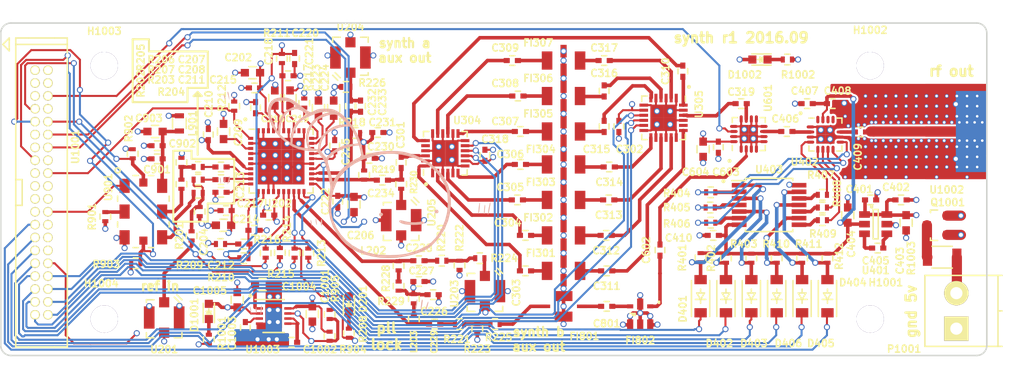
<source format=kicad_pcb>
(kicad_pcb (version 4) (host pcbnew 4.0.4-stable)
  (layers (0 F.Cu signal) (1 In1.Cu signal) (2 In2.Cu signal) (31 B.Cu signal) (34 B.Paste user) (35 F.Paste user) (36 B.SilkS user) (37 F.SilkS user) (38 B.Mask user) (39 F.Mask user) (44 Edge.Cuts user))
  (net 0 "")
  (net 1 GND)
  (net 2 "Net-(C207-Pad1)")
  (net 3 "Net-(C207-Pad2)")
  (net 4 "Net-(C208-Pad1)")
  (net 5 "Net-(C208-Pad2)")
  (net 6 "Net-(C209-Pad1)")
  (net 7 "Net-(C211-Pad2)")
  (net 8 /frequency_synth/Vtune_mid)
  (net 9 "Net-(C212-Pad2)")
  (net 10 "Net-(C216-Pad2)")
  (net 11 "Net-(C218-Pad1)")
  (net 12 "Net-(C219-Pad1)")
  (net 13 "Net-(C220-Pad2)")
  (net 14 "Net-(C221-Pad2)")
  (net 15 "Net-(C223-Pad1)")
  (net 16 "Net-(C224-Pad1)")
  (net 17 "Net-(C228-Pad1)")
  (net 18 /frequency_synth/RFoutAP)
  (net 19 "Net-(C229-Pad1)")
  (net 20 /frequency_synth/RFoutAM)
  (net 21 "Net-(C232-Pad1)")
  (net 22 /frequency_synth/RFoutBM)
  (net 23 "/filter bank/FILT_RFIN")
  (net 24 /frequency_synth/RFoutBP)
  (net 25 "Net-(C301-Pad2)")
  (net 26 +5V)
  (net 27 "Net-(C303-Pad1)")
  (net 28 "/filter bank/RF1_I")
  (net 29 "Net-(C304-Pad1)")
  (net 30 "/filter bank/RF2_I")
  (net 31 "Net-(C305-Pad1)")
  (net 32 "/filter bank/RF3_I")
  (net 33 "Net-(C306-Pad1)")
  (net 34 "/filter bank/RF4_I")
  (net 35 "Net-(C307-Pad1)")
  (net 36 "/filter bank/RF5_I")
  (net 37 "Net-(C308-Pad1)")
  (net 38 "/filter bank/RF6_I")
  (net 39 "Net-(C309-Pad1)")
  (net 40 "/filter bank/RF7_I")
  (net 41 "/filter bank/RF1_O")
  (net 42 "/filter bank/RF8_I")
  (net 43 "/filter bank/RF8_O")
  (net 44 "Net-(C311-Pad2)")
  (net 45 "/filter bank/RF7_O")
  (net 46 "Net-(C312-Pad2)")
  (net 47 "/filter bank/RF6_O")
  (net 48 "Net-(C313-Pad2)")
  (net 49 "/filter bank/RF5_O")
  (net 50 "Net-(C314-Pad2)")
  (net 51 "/filter bank/RF4_O")
  (net 52 "Net-(C315-Pad2)")
  (net 53 "/filter bank/RF3_O")
  (net 54 "Net-(C316-Pad2)")
  (net 55 "/filter bank/RF2_O")
  (net 56 "Net-(C317-Pad2)")
  (net 57 "/filter bank/FILT_RFOUT")
  (net 58 VEE)
  (net 59 "Net-(C405-Pad1)")
  (net 60 "Net-(C405-Pad2)")
  (net 61 "Net-(C406-Pad1)")
  (net 62 /attenuator/ATT_RFIN)
  (net 63 "Net-(C409-Pad2)")
  (net 64 /switch/SW_RF1)
  (net 65 "Net-(C602-Pad2)")
  (net 66 "Net-(C801-Pad1)")
  (net 67 "Net-(C801-Pad2)")
  (net 68 "Net-(C901-Pad1)")
  (net 69 /frequency_synth/MUXout)
  (net 70 "Net-(D201-Pad1)")
  (net 71 "Net-(D401-Pad2)")
  (net 72 "Net-(D402-Pad2)")
  (net 73 "Net-(D403-Pad2)")
  (net 74 "Net-(D404-Pad2)")
  (net 75 "Net-(D405-Pad2)")
  (net 76 "Net-(D406-Pad2)")
  (net 77 +3V3)
  (net 78 "Net-(D1001-Pad1)")
  (net 79 "Net-(D1002-Pad1)")
  (net 80 /frequency_synth/RFOUTA)
  (net 81 "Net-(R201-Pad1)")
  (net 82 "Net-(R201-Pad2)")
  (net 83 /frequency_synth/LMX_REFIN_P)
  (net 84 /frequency_synth/LMX_REFIN_N)
  (net 85 /frequency_synth/CSB)
  (net 86 /frequency_synth/SDI)
  (net 87 /frequency_synth/SCK)
  (net 88 "Net-(R217-Pad2)")
  (net 89 "Net-(R220-Pad2)")
  (net 90 "Net-(R221-Pad2)")
  (net 91 "Net-(R404-Pad1)")
  (net 92 /attenuator/V1)
  (net 93 "Net-(R405-Pad1)")
  (net 94 /attenuator/V2)
  (net 95 "Net-(R406-Pad1)")
  (net 96 /attenuator/V3)
  (net 97 /attenuator/V6)
  (net 98 "Net-(R407-Pad2)")
  (net 99 /attenuator/V5)
  (net 100 "Net-(R408-Pad2)")
  (net 101 /attenuator/V4)
  (net 102 "Net-(R409-Pad2)")
  (net 103 "Net-(R901-Pad1)")
  (net 104 "Net-(C319-Pad2)")
  (net 105 "Net-(C1002-Pad2)")
  (net 106 "Net-(C1003-Pad2)")
  (net 107 "Net-(C1004-Pad2)")
  (net 108 "/connectors, microcontroller, psu/LMXPOW_EN")
  (net 109 "Net-(P1001-Pad2)")
  (net 110 "Net-(R224-Pad2)")
  (net 111 "Net-(Q1001-Pad3)")
  (net 112 "Net-(R202-Pad2)")
  (net 113 /attenuator/ATT_RFOUT)
  (net 114 /ATT_A1)
  (net 115 /ATT_A2)
  (net 116 /ATT_A3)
  (net 117 /ATT_A6)
  (net 118 /ATT_A5)
  (net 119 /ATT_A4)
  (net 120 "Net-(L202-Pad2)")
  (net 121 "Net-(L203-Pad1)")
  (net 122 /LMX_CE)
  (net 123 /LMX_CSB)
  (net 124 /LMX_MUX)
  (net 125 /LMX_SDI)
  (net 126 /LMX_SCK)
  (net 127 "Net-(R230-Pad2)")
  (net 128 /REF_SDA)
  (net 129 /REF_SCL)
  (net 130 /FILT_C)
  (net 131 /FILT_B)
  (net 132 /FILT_A)
  (net 133 /FILT_~C)
  (net 134 /FILT_~B)
  (net 135 /FILT_~A)
  (net 136 /SW_CTL)
  (net 137 /REF_OE)
  (module vna_footprints:VIA_OSH4LAYER_MIN (layer F.Cu) (at 256 99)
    (fp_text reference REF** hide)
    (fp_text value VIA_OSH4LAYER_MIN hide)
    (pad 1 thru_hole circle (at 0 0) (size 0.381 0.381) (drill 0.254) (layers *.Cu) (net 1 GND))
  )
  (module vna_footprints:VIA_OSH4LAYER_MIN (layer F.Cu) (at 253 99)
    (fp_text reference REF** hide)
    (fp_text value VIA_OSH4LAYER_MIN hide)
    (pad 1 thru_hole circle (at 0 0) (size 0.381 0.381) (drill 0.254) (layers *.Cu) (net 1 GND))
  )
  (module vna_footprints:VIA_OSH4LAYER_MIN (layer F.Cu) (at 250 99)
    (fp_text reference REF** hide)
    (fp_text value VIA_OSH4LAYER_MIN hide)
    (pad 1 thru_hole circle (at 0 0) (size 0.381 0.381) (drill 0.254) (layers *.Cu) (net 1 GND))
  )
  (module vna_footprints:VIA_OSH4LAYER_MIN (layer F.Cu) (at 248 99)
    (fp_text reference REF** hide)
    (fp_text value VIA_OSH4LAYER_MIN hide)
    (pad 1 thru_hole circle (at 0 0) (size 0.381 0.381) (drill 0.254) (layers *.Cu) (net 1 GND))
  )
  (module vna_footprints:VIA_OSH4LAYER_MIN (layer F.Cu) (at 246 99)
    (fp_text reference REF** hide)
    (fp_text value VIA_OSH4LAYER_MIN hide)
    (pad 1 thru_hole circle (at 0 0) (size 0.381 0.381) (drill 0.254) (layers *.Cu) (net 1 GND))
  )
  (module vna_footprints:VIA_OSH4LAYER_MIN (layer F.Cu) (at 244 99)
    (fp_text reference REF** hide)
    (fp_text value VIA_OSH4LAYER_MIN hide)
    (pad 1 thru_hole circle (at 0 0) (size 0.381 0.381) (drill 0.254) (layers *.Cu) (net 1 GND))
  )
  (module vna_footprints:VIA_OSH4LAYER_MIN (layer F.Cu) (at 244 93)
    (fp_text reference REF** hide)
    (fp_text value VIA_OSH4LAYER_MIN hide)
    (pad 1 thru_hole circle (at 0 0) (size 0.381 0.381) (drill 0.254) (layers *.Cu) (net 1 GND))
  )
  (module vna_footprints:VIA_OSH4LAYER_MIN (layer F.Cu) (at 246 91)
    (fp_text reference REF** hide)
    (fp_text value VIA_OSH4LAYER_MIN hide)
    (pad 1 thru_hole circle (at 0 0) (size 0.381 0.381) (drill 0.254) (layers *.Cu) (net 1 GND))
  )
  (module vna_footprints:VIA_OSH4LAYER_MIN (layer F.Cu) (at 246 92)
    (fp_text reference REF** hide)
    (fp_text value VIA_OSH4LAYER_MIN hide)
    (pad 1 thru_hole circle (at 0 0) (size 0.381 0.381) (drill 0.254) (layers *.Cu) (net 1 GND))
  )
  (module vna_footprints:VIA_OSH4LAYER_MIN (layer F.Cu) (at 246 93)
    (fp_text reference REF** hide)
    (fp_text value VIA_OSH4LAYER_MIN hide)
    (pad 1 thru_hole circle (at 0 0) (size 0.381 0.381) (drill 0.254) (layers *.Cu) (net 1 GND))
  )
  (module vna_footprints:VIA_OSH4LAYER_MIN (layer F.Cu) (at 247 93)
    (fp_text reference REF** hide)
    (fp_text value VIA_OSH4LAYER_MIN hide)
    (pad 1 thru_hole circle (at 0 0) (size 0.381 0.381) (drill 0.254) (layers *.Cu) (net 1 GND))
  )
  (module vna_footprints:VIA_OSH4LAYER_MIN (layer F.Cu) (at 249 93)
    (fp_text reference REF** hide)
    (fp_text value VIA_OSH4LAYER_MIN hide)
    (pad 1 thru_hole circle (at 0 0) (size 0.381 0.381) (drill 0.254) (layers *.Cu) (net 1 GND))
  )
  (module vna_footprints:VIA_OSH4LAYER_MIN (layer F.Cu) (at 248 93)
    (fp_text reference REF** hide)
    (fp_text value VIA_OSH4LAYER_MIN hide)
    (pad 1 thru_hole circle (at 0 0) (size 0.381 0.381) (drill 0.254) (layers *.Cu) (net 1 GND))
  )
  (module vna_footprints:VIA_OSH4LAYER_MIN (layer F.Cu) (at 250 93)
    (fp_text reference REF** hide)
    (fp_text value VIA_OSH4LAYER_MIN hide)
    (pad 1 thru_hole circle (at 0 0) (size 0.381 0.381) (drill 0.254) (layers *.Cu) (net 1 GND))
  )
  (module vna_footprints:VIA_OSH4LAYER_MIN (layer F.Cu) (at 251 93)
    (fp_text reference REF** hide)
    (fp_text value VIA_OSH4LAYER_MIN hide)
    (pad 1 thru_hole circle (at 0 0) (size 0.381 0.381) (drill 0.254) (layers *.Cu) (net 1 GND))
  )
  (module vna_footprints:VIA_OSH4LAYER_MIN (layer F.Cu) (at 252 93)
    (fp_text reference REF** hide)
    (fp_text value VIA_OSH4LAYER_MIN hide)
    (pad 1 thru_hole circle (at 0 0) (size 0.381 0.381) (drill 0.254) (layers *.Cu) (net 1 GND))
  )
  (module vna_footprints:VIA_OSH4LAYER_MIN (layer F.Cu) (at 253 93)
    (fp_text reference REF** hide)
    (fp_text value VIA_OSH4LAYER_MIN hide)
    (pad 1 thru_hole circle (at 0 0) (size 0.381 0.381) (drill 0.254) (layers *.Cu) (net 1 GND))
  )
  (module vna_footprints:VIA_OSH4LAYER_MIN (layer F.Cu) (at 254 93)
    (fp_text reference REF** hide)
    (fp_text value VIA_OSH4LAYER_MIN hide)
    (pad 1 thru_hole circle (at 0 0) (size 0.381 0.381) (drill 0.254) (layers *.Cu) (net 1 GND))
  )
  (module vna_footprints:VIA_OSH4LAYER_MIN (layer F.Cu) (at 256 92)
    (fp_text reference REF** hide)
    (fp_text value VIA_OSH4LAYER_MIN hide)
    (pad 1 thru_hole circle (at 0 0) (size 0.381 0.381) (drill 0.254) (layers *.Cu) (net 1 GND))
  )
  (module vna_footprints:VIA_OSH4LAYER_MIN (layer F.Cu) (at 254 92)
    (fp_text reference REF** hide)
    (fp_text value VIA_OSH4LAYER_MIN hide)
    (pad 1 thru_hole circle (at 0 0) (size 0.381 0.381) (drill 0.254) (layers *.Cu) (net 1 GND))
  )
  (module vna_footprints:VIA_OSH4LAYER_MIN (layer F.Cu) (at 253 92)
    (fp_text reference REF** hide)
    (fp_text value VIA_OSH4LAYER_MIN hide)
    (pad 1 thru_hole circle (at 0 0) (size 0.381 0.381) (drill 0.254) (layers *.Cu) (net 1 GND))
  )
  (module vna_footprints:VIA_OSH4LAYER_MIN (layer F.Cu) (at 252 92)
    (fp_text reference REF** hide)
    (fp_text value VIA_OSH4LAYER_MIN hide)
    (pad 1 thru_hole circle (at 0 0) (size 0.381 0.381) (drill 0.254) (layers *.Cu) (net 1 GND))
  )
  (module vna_footprints:VIA_OSH4LAYER_MIN (layer F.Cu) (at 251 92)
    (fp_text reference REF** hide)
    (fp_text value VIA_OSH4LAYER_MIN hide)
    (pad 1 thru_hole circle (at 0 0) (size 0.381 0.381) (drill 0.254) (layers *.Cu) (net 1 GND))
  )
  (module vna_footprints:VIA_OSH4LAYER_MIN (layer F.Cu) (at 250 92)
    (fp_text reference REF** hide)
    (fp_text value VIA_OSH4LAYER_MIN hide)
    (pad 1 thru_hole circle (at 0 0) (size 0.381 0.381) (drill 0.254) (layers *.Cu) (net 1 GND))
  )
  (module vna_footprints:VIA_OSH4LAYER_MIN (layer F.Cu) (at 249 92)
    (fp_text reference REF** hide)
    (fp_text value VIA_OSH4LAYER_MIN hide)
    (pad 1 thru_hole circle (at 0 0) (size 0.381 0.381) (drill 0.254) (layers *.Cu) (net 1 GND))
  )
  (module vna_footprints:VIA_OSH4LAYER_MIN (layer F.Cu) (at 248 92)
    (fp_text reference REF** hide)
    (fp_text value VIA_OSH4LAYER_MIN hide)
    (pad 1 thru_hole circle (at 0 0) (size 0.381 0.381) (drill 0.254) (layers *.Cu) (net 1 GND))
  )
  (module vna_footprints:VIA_OSH4LAYER_MIN (layer F.Cu) (at 247 92)
    (fp_text reference REF** hide)
    (fp_text value VIA_OSH4LAYER_MIN hide)
    (pad 1 thru_hole circle (at 0 0) (size 0.381 0.381) (drill 0.254) (layers *.Cu) (net 1 GND))
  )
  (module vna_footprints:VIA_OSH4LAYER_MIN (layer F.Cu) (at 247 91)
    (fp_text reference REF** hide)
    (fp_text value VIA_OSH4LAYER_MIN hide)
    (pad 1 thru_hole circle (at 0 0) (size 0.381 0.381) (drill 0.254) (layers *.Cu) (net 1 GND))
  )
  (module vna_footprints:VIA_OSH4LAYER_MIN (layer F.Cu) (at 248 91)
    (fp_text reference REF** hide)
    (fp_text value VIA_OSH4LAYER_MIN hide)
    (pad 1 thru_hole circle (at 0 0) (size 0.381 0.381) (drill 0.254) (layers *.Cu) (net 1 GND))
  )
  (module vna_footprints:VIA_OSH4LAYER_MIN (layer F.Cu) (at 249 91)
    (fp_text reference REF** hide)
    (fp_text value VIA_OSH4LAYER_MIN hide)
    (pad 1 thru_hole circle (at 0 0) (size 0.381 0.381) (drill 0.254) (layers *.Cu) (net 1 GND))
  )
  (module vna_footprints:VIA_OSH4LAYER_MIN (layer F.Cu) (at 250 91)
    (fp_text reference REF** hide)
    (fp_text value VIA_OSH4LAYER_MIN hide)
    (pad 1 thru_hole circle (at 0 0) (size 0.381 0.381) (drill 0.254) (layers *.Cu) (net 1 GND))
  )
  (module vna_footprints:VIA_OSH4LAYER_MIN (layer F.Cu) (at 251 91)
    (fp_text reference REF** hide)
    (fp_text value VIA_OSH4LAYER_MIN hide)
    (pad 1 thru_hole circle (at 0 0) (size 0.381 0.381) (drill 0.254) (layers *.Cu) (net 1 GND))
  )
  (module vna_footprints:VIA_OSH4LAYER_MIN (layer F.Cu) (at 253 91)
    (fp_text reference REF** hide)
    (fp_text value VIA_OSH4LAYER_MIN hide)
    (pad 1 thru_hole circle (at 0 0) (size 0.381 0.381) (drill 0.254) (layers *.Cu) (net 1 GND))
  )
  (module vna_footprints:VIA_OSH4LAYER_MIN (layer F.Cu) (at 252 91)
    (fp_text reference REF** hide)
    (fp_text value VIA_OSH4LAYER_MIN hide)
    (pad 1 thru_hole circle (at 0 0) (size 0.381 0.381) (drill 0.254) (layers *.Cu) (net 1 GND))
  )
  (module vna_footprints:VIA_OSH4LAYER_MIN (layer F.Cu) (at 254 91)
    (fp_text reference REF** hide)
    (fp_text value VIA_OSH4LAYER_MIN hide)
    (pad 1 thru_hole circle (at 0 0) (size 0.381 0.381) (drill 0.254) (layers *.Cu) (net 1 GND))
  )
  (module vna_footprints:VIA_OSH4LAYER_MIN (layer F.Cu) (at 255 91)
    (fp_text reference REF** hide)
    (fp_text value VIA_OSH4LAYER_MIN hide)
    (pad 1 thru_hole circle (at 0 0) (size 0.381 0.381) (drill 0.254) (layers *.Cu) (net 1 GND))
  )
  (module vna_footprints:VIA_OSH4LAYER_MIN (layer F.Cu) (at 256 91)
    (fp_text reference REF** hide)
    (fp_text value VIA_OSH4LAYER_MIN hide)
    (pad 1 thru_hole circle (at 0 0) (size 0.381 0.381) (drill 0.254) (layers *.Cu) (net 1 GND))
  )
  (module vna_footprints:VIA_OSH4LAYER_MIN (layer F.Cu) (at 257 91)
    (fp_text reference REF** hide)
    (fp_text value VIA_OSH4LAYER_MIN hide)
    (pad 1 thru_hole circle (at 0 0) (size 0.381 0.381) (drill 0.254) (layers *.Cu) (net 1 GND))
  )
  (module vna_footprints:VIA_OSH4LAYER_MIN (layer F.Cu) (at 257 92)
    (fp_text reference REF** hide)
    (fp_text value VIA_OSH4LAYER_MIN hide)
    (pad 1 thru_hole circle (at 0 0) (size 0.381 0.381) (drill 0.254) (layers *.Cu) (net 1 GND))
  )
  (module vna_footprints:VIA_OSH4LAYER_MIN (layer F.Cu) (at 257 93)
    (fp_text reference REF** hide)
    (fp_text value VIA_OSH4LAYER_MIN hide)
    (pad 1 thru_hole circle (at 0 0) (size 0.381 0.381) (drill 0.254) (layers *.Cu) (net 1 GND))
  )
  (module vna_footprints:VIA_OSH4LAYER_MIN (layer F.Cu) (at 256 93)
    (fp_text reference REF** hide)
    (fp_text value VIA_OSH4LAYER_MIN hide)
    (pad 1 thru_hole circle (at 0 0) (size 0.381 0.381) (drill 0.254) (layers *.Cu) (net 1 GND))
  )
  (module vna_footprints:VIA_OSH4LAYER_MIN (layer F.Cu) (at 255 93)
    (fp_text reference REF** hide)
    (fp_text value VIA_OSH4LAYER_MIN hide)
    (pad 1 thru_hole circle (at 0 0) (size 0.381 0.381) (drill 0.254) (layers *.Cu) (net 1 GND))
  )
  (module vna_footprints:VIA_OSH4LAYER_MIN (layer F.Cu) (at 255 96)
    (fp_text reference REF** hide)
    (fp_text value VIA_OSH4LAYER_MIN hide)
    (pad 1 thru_hole circle (at 0 0) (size 0.381 0.381) (drill 0.254) (layers *.Cu) (net 1 GND))
  )
  (module vna_footprints:VIA_OSH4LAYER_MIN (layer F.Cu) (at 257 96)
    (fp_text reference REF** hide)
    (fp_text value VIA_OSH4LAYER_MIN hide)
    (pad 1 thru_hole circle (at 0 0) (size 0.381 0.381) (drill 0.254) (layers *.Cu) (net 1 GND))
  )
  (module vna_footprints:VIA_OSH4LAYER_MIN (layer F.Cu) (at 256 96)
    (fp_text reference REF** hide)
    (fp_text value VIA_OSH4LAYER_MIN hide)
    (pad 1 thru_hole circle (at 0 0) (size 0.381 0.381) (drill 0.254) (layers *.Cu) (net 1 GND))
  )
  (module vna_footprints:VIA_OSH4LAYER_MIN (layer F.Cu) (at 256 97)
    (fp_text reference REF** hide)
    (fp_text value VIA_OSH4LAYER_MIN hide)
    (pad 1 thru_hole circle (at 0 0) (size 0.381 0.381) (drill 0.254) (layers *.Cu) (net 1 GND))
  )
  (module vna_footprints:VIA_OSH4LAYER_MIN (layer F.Cu) (at 257 97)
    (fp_text reference REF** hide)
    (fp_text value VIA_OSH4LAYER_MIN hide)
    (pad 1 thru_hole circle (at 0 0) (size 0.381 0.381) (drill 0.254) (layers *.Cu) (net 1 GND))
  )
  (module vna_footprints:VIA_OSH4LAYER_MIN (layer F.Cu) (at 257 98)
    (fp_text reference REF** hide)
    (fp_text value VIA_OSH4LAYER_MIN hide)
    (pad 1 thru_hole circle (at 0 0) (size 0.381 0.381) (drill 0.254) (layers *.Cu) (net 1 GND))
  )
  (module vna_footprints:VIA_OSH4LAYER_MIN (layer F.Cu) (at 256 98)
    (fp_text reference REF** hide)
    (fp_text value VIA_OSH4LAYER_MIN hide)
    (pad 1 thru_hole circle (at 0 0) (size 0.381 0.381) (drill 0.254) (layers *.Cu) (net 1 GND))
  )
  (module vna_footprints:VIA_OSH4LAYER_MIN (layer F.Cu) (at 255 98)
    (fp_text reference REF** hide)
    (fp_text value VIA_OSH4LAYER_MIN hide)
    (pad 1 thru_hole circle (at 0 0) (size 0.381 0.381) (drill 0.254) (layers *.Cu) (net 1 GND))
  )
  (module vna_footprints:VIA_OSH4LAYER_MIN (layer F.Cu) (at 254 98)
    (fp_text reference REF** hide)
    (fp_text value VIA_OSH4LAYER_MIN hide)
    (pad 1 thru_hole circle (at 0 0) (size 0.381 0.381) (drill 0.254) (layers *.Cu) (net 1 GND))
  )
  (module vna_footprints:VIA_OSH4LAYER_MIN (layer F.Cu) (at 254 97)
    (fp_text reference REF** hide)
    (fp_text value VIA_OSH4LAYER_MIN hide)
    (pad 1 thru_hole circle (at 0 0) (size 0.381 0.381) (drill 0.254) (layers *.Cu) (net 1 GND))
  )
  (module vna_footprints:VIA_OSH4LAYER_MIN (layer F.Cu) (at 254 96)
    (fp_text reference REF** hide)
    (fp_text value VIA_OSH4LAYER_MIN hide)
    (pad 1 thru_hole circle (at 0 0) (size 0.381 0.381) (drill 0.254) (layers *.Cu) (net 1 GND))
  )
  (module vna_footprints:VIA_OSH4LAYER_MIN (layer F.Cu) (at 253 96)
    (fp_text reference REF** hide)
    (fp_text value VIA_OSH4LAYER_MIN hide)
    (pad 1 thru_hole circle (at 0 0) (size 0.381 0.381) (drill 0.254) (layers *.Cu) (net 1 GND))
  )
  (module vna_footprints:VIA_OSH4LAYER_MIN (layer F.Cu) (at 253 97)
    (fp_text reference REF** hide)
    (fp_text value VIA_OSH4LAYER_MIN hide)
    (pad 1 thru_hole circle (at 0 0) (size 0.381 0.381) (drill 0.254) (layers *.Cu) (net 1 GND))
  )
  (module vna_footprints:VIA_OSH4LAYER_MIN (layer F.Cu) (at 253 98)
    (fp_text reference REF** hide)
    (fp_text value VIA_OSH4LAYER_MIN hide)
    (pad 1 thru_hole circle (at 0 0) (size 0.381 0.381) (drill 0.254) (layers *.Cu) (net 1 GND))
  )
  (module vna_footprints:VIA_OSH4LAYER_MIN (layer F.Cu) (at 252 98)
    (fp_text reference REF** hide)
    (fp_text value VIA_OSH4LAYER_MIN hide)
    (pad 1 thru_hole circle (at 0 0) (size 0.381 0.381) (drill 0.254) (layers *.Cu) (net 1 GND))
  )
  (module vna_footprints:VIA_OSH4LAYER_MIN (layer F.Cu) (at 252 97)
    (fp_text reference REF** hide)
    (fp_text value VIA_OSH4LAYER_MIN hide)
    (pad 1 thru_hole circle (at 0 0) (size 0.381 0.381) (drill 0.254) (layers *.Cu) (net 1 GND))
  )
  (module vna_footprints:VIA_OSH4LAYER_MIN (layer F.Cu) (at 252 96)
    (fp_text reference REF** hide)
    (fp_text value VIA_OSH4LAYER_MIN hide)
    (pad 1 thru_hole circle (at 0 0) (size 0.381 0.381) (drill 0.254) (layers *.Cu) (net 1 GND))
  )
  (module vna_footprints:VIA_OSH4LAYER_MIN (layer F.Cu) (at 251 96)
    (fp_text reference REF** hide)
    (fp_text value VIA_OSH4LAYER_MIN hide)
    (pad 1 thru_hole circle (at 0 0) (size 0.381 0.381) (drill 0.254) (layers *.Cu) (net 1 GND))
  )
  (module vna_footprints:VIA_OSH4LAYER_MIN (layer F.Cu) (at 251 97)
    (fp_text reference REF** hide)
    (fp_text value VIA_OSH4LAYER_MIN hide)
    (pad 1 thru_hole circle (at 0 0) (size 0.381 0.381) (drill 0.254) (layers *.Cu) (net 1 GND))
  )
  (module vna_footprints:VIA_OSH4LAYER_MIN (layer F.Cu) (at 251 98)
    (fp_text reference REF** hide)
    (fp_text value VIA_OSH4LAYER_MIN hide)
    (pad 1 thru_hole circle (at 0 0) (size 0.381 0.381) (drill 0.254) (layers *.Cu) (net 1 GND))
  )
  (module vna_footprints:VIA_OSH4LAYER_MIN (layer F.Cu) (at 250 98)
    (fp_text reference REF** hide)
    (fp_text value VIA_OSH4LAYER_MIN hide)
    (pad 1 thru_hole circle (at 0 0) (size 0.381 0.381) (drill 0.254) (layers *.Cu) (net 1 GND))
  )
  (module vna_footprints:VIA_OSH4LAYER_MIN (layer F.Cu) (at 250 97)
    (fp_text reference REF** hide)
    (fp_text value VIA_OSH4LAYER_MIN hide)
    (pad 1 thru_hole circle (at 0 0) (size 0.381 0.381) (drill 0.254) (layers *.Cu) (net 1 GND))
  )
  (module vna_footprints:VIA_OSH4LAYER_MIN (layer F.Cu) (at 250 96)
    (fp_text reference REF** hide)
    (fp_text value VIA_OSH4LAYER_MIN hide)
    (pad 1 thru_hole circle (at 0 0) (size 0.381 0.381) (drill 0.254) (layers *.Cu) (net 1 GND))
  )
  (module vna_footprints:VIA_OSH4LAYER_MIN (layer F.Cu) (at 249 96)
    (fp_text reference REF** hide)
    (fp_text value VIA_OSH4LAYER_MIN hide)
    (pad 1 thru_hole circle (at 0 0) (size 0.381 0.381) (drill 0.254) (layers *.Cu) (net 1 GND))
  )
  (module vna_footprints:VIA_OSH4LAYER_MIN (layer F.Cu) (at 249 97)
    (fp_text reference REF** hide)
    (fp_text value VIA_OSH4LAYER_MIN hide)
    (pad 1 thru_hole circle (at 0 0) (size 0.381 0.381) (drill 0.254) (layers *.Cu) (net 1 GND))
  )
  (module vna_footprints:VIA_OSH4LAYER_MIN (layer F.Cu) (at 249 98)
    (fp_text reference REF** hide)
    (fp_text value VIA_OSH4LAYER_MIN hide)
    (pad 1 thru_hole circle (at 0 0) (size 0.381 0.381) (drill 0.254) (layers *.Cu) (net 1 GND))
  )
  (module vna_footprints:VIA_OSH4LAYER_MIN (layer F.Cu) (at 248 98)
    (fp_text reference REF** hide)
    (fp_text value VIA_OSH4LAYER_MIN hide)
    (pad 1 thru_hole circle (at 0 0) (size 0.381 0.381) (drill 0.254) (layers *.Cu) (net 1 GND))
  )
  (module vna_footprints:VIA_OSH4LAYER_MIN (layer F.Cu) (at 248 97)
    (fp_text reference REF** hide)
    (fp_text value VIA_OSH4LAYER_MIN hide)
    (pad 1 thru_hole circle (at 0 0) (size 0.381 0.381) (drill 0.254) (layers *.Cu) (net 1 GND))
  )
  (module vna_footprints:VIA_OSH4LAYER_MIN (layer F.Cu) (at 248 96)
    (fp_text reference REF** hide)
    (fp_text value VIA_OSH4LAYER_MIN hide)
    (pad 1 thru_hole circle (at 0 0) (size 0.381 0.381) (drill 0.254) (layers *.Cu) (net 1 GND))
  )
  (module vna_footprints:VIA_OSH4LAYER_MIN (layer F.Cu) (at 247 96)
    (fp_text reference REF** hide)
    (fp_text value VIA_OSH4LAYER_MIN hide)
    (pad 1 thru_hole circle (at 0 0) (size 0.381 0.381) (drill 0.254) (layers *.Cu) (net 1 GND))
  )
  (module vna_footprints:VIA_OSH4LAYER_MIN (layer F.Cu) (at 247 97)
    (fp_text reference REF** hide)
    (fp_text value VIA_OSH4LAYER_MIN hide)
    (pad 1 thru_hole circle (at 0 0) (size 0.381 0.381) (drill 0.254) (layers *.Cu) (net 1 GND))
  )
  (module vna_footprints:VIA_OSH4LAYER_MIN (layer F.Cu) (at 247 98)
    (fp_text reference REF** hide)
    (fp_text value VIA_OSH4LAYER_MIN hide)
    (pad 1 thru_hole circle (at 0 0) (size 0.381 0.381) (drill 0.254) (layers *.Cu) (net 1 GND))
  )
  (module vna_footprints:VIA_OSH4LAYER_MIN (layer F.Cu) (at 246 98)
    (fp_text reference REF** hide)
    (fp_text value VIA_OSH4LAYER_MIN hide)
    (pad 1 thru_hole circle (at 0 0) (size 0.381 0.381) (drill 0.254) (layers *.Cu) (net 1 GND))
  )
  (module vna_footprints:VIA_OSH4LAYER_MIN (layer F.Cu) (at 246 97)
    (fp_text reference REF** hide)
    (fp_text value VIA_OSH4LAYER_MIN hide)
    (pad 1 thru_hole circle (at 0 0) (size 0.381 0.381) (drill 0.254) (layers *.Cu) (net 1 GND))
  )
  (module vna_footprints:VIA_OSH4LAYER_MIN (layer F.Cu) (at 246 96)
    (fp_text reference REF** hide)
    (fp_text value VIA_OSH4LAYER_MIN hide)
    (pad 1 thru_hole circle (at 0 0) (size 0.381 0.381) (drill 0.254) (layers *.Cu) (net 1 GND))
  )
  (module vna_footprints:VIA_OSH4LAYER_MIN (layer F.Cu) (at 257.5 93.6)
    (fp_text reference REF** hide)
    (fp_text value VIA_OSH4LAYER_MIN hide)
    (pad 1 thru_hole circle (at 0 0) (size 0.381 0.381) (drill 0.254) (layers *.Cu) (net 1 GND))
  )
  (module vna_footprints:VIA_OSH4LAYER_MIN (layer F.Cu) (at 256.75 93.6)
    (fp_text reference REF** hide)
    (fp_text value VIA_OSH4LAYER_MIN hide)
    (pad 1 thru_hole circle (at 0 0) (size 0.381 0.381) (drill 0.254) (layers *.Cu) (net 1 GND))
  )
  (module vna_footprints:VIA_OSH4LAYER_MIN (layer F.Cu) (at 256 93.6)
    (fp_text reference REF** hide)
    (fp_text value VIA_OSH4LAYER_MIN hide)
    (pad 1 thru_hole circle (at 0 0) (size 0.381 0.381) (drill 0.254) (layers *.Cu) (net 1 GND))
  )
  (module vna_footprints:VIA_OSH4LAYER_MIN (layer F.Cu) (at 255.25 93.6)
    (fp_text reference REF** hide)
    (fp_text value VIA_OSH4LAYER_MIN hide)
    (pad 1 thru_hole circle (at 0 0) (size 0.381 0.381) (drill 0.254) (layers *.Cu) (net 1 GND))
  )
  (module vna_footprints:VIA_OSH4LAYER_MIN (layer F.Cu) (at 251.5 93.6)
    (fp_text reference REF** hide)
    (fp_text value VIA_OSH4LAYER_MIN hide)
    (pad 1 thru_hole circle (at 0 0) (size 0.381 0.381) (drill 0.254) (layers *.Cu) (net 1 GND))
  )
  (module vna_footprints:VIA_OSH4LAYER_MIN (layer F.Cu) (at 250.75 93.6)
    (fp_text reference REF** hide)
    (fp_text value VIA_OSH4LAYER_MIN hide)
    (pad 1 thru_hole circle (at 0 0) (size 0.381 0.381) (drill 0.254) (layers *.Cu) (net 1 GND))
  )
  (module vna_footprints:VIA_OSH4LAYER_MIN (layer F.Cu) (at 253.75 93.6)
    (fp_text reference REF** hide)
    (fp_text value VIA_OSH4LAYER_MIN hide)
    (pad 1 thru_hole circle (at 0 0) (size 0.381 0.381) (drill 0.254) (layers *.Cu) (net 1 GND))
  )
  (module vna_footprints:VIA_OSH4LAYER_MIN (layer F.Cu) (at 253 93.6)
    (fp_text reference REF** hide)
    (fp_text value VIA_OSH4LAYER_MIN hide)
    (pad 1 thru_hole circle (at 0 0) (size 0.381 0.381) (drill 0.254) (layers *.Cu) (net 1 GND))
  )
  (module vna_footprints:VIA_OSH4LAYER_MIN (layer F.Cu) (at 252.25 93.6)
    (fp_text reference REF** hide)
    (fp_text value VIA_OSH4LAYER_MIN hide)
    (pad 1 thru_hole circle (at 0 0) (size 0.381 0.381) (drill 0.254) (layers *.Cu) (net 1 GND))
  )
  (module vna_footprints:VIA_OSH4LAYER_MIN (layer F.Cu) (at 254.5 93.6)
    (fp_text reference REF** hide)
    (fp_text value VIA_OSH4LAYER_MIN hide)
    (pad 1 thru_hole circle (at 0 0) (size 0.381 0.381) (drill 0.254) (layers *.Cu) (net 1 GND))
  )
  (module vna_footprints:VIA_OSH4LAYER_MIN (layer F.Cu) (at 250 93.6)
    (fp_text reference REF** hide)
    (fp_text value VIA_OSH4LAYER_MIN hide)
    (pad 1 thru_hole circle (at 0 0) (size 0.381 0.381) (drill 0.254) (layers *.Cu) (net 1 GND))
  )
  (module vna_footprints:VIA_OSH4LAYER_MIN (layer F.Cu) (at 249.25 93.6)
    (fp_text reference REF** hide)
    (fp_text value VIA_OSH4LAYER_MIN hide)
    (pad 1 thru_hole circle (at 0 0) (size 0.381 0.381) (drill 0.254) (layers *.Cu) (net 1 GND))
  )
  (module vna_footprints:VIA_OSH4LAYER_MIN (layer F.Cu) (at 248.5 93.6)
    (fp_text reference REF** hide)
    (fp_text value VIA_OSH4LAYER_MIN hide)
    (pad 1 thru_hole circle (at 0 0) (size 0.381 0.381) (drill 0.254) (layers *.Cu) (net 1 GND))
  )
  (module vna_footprints:VIA_OSH4LAYER_MIN (layer F.Cu) (at 247.75 93.6)
    (fp_text reference REF** hide)
    (fp_text value VIA_OSH4LAYER_MIN hide)
    (pad 1 thru_hole circle (at 0 0) (size 0.381 0.381) (drill 0.254) (layers *.Cu) (net 1 GND))
  )
  (module vna_footprints:VIA_OSH4LAYER_MIN (layer F.Cu) (at 257.5 95.4)
    (fp_text reference REF** hide)
    (fp_text value VIA_OSH4LAYER_MIN hide)
    (pad 1 thru_hole circle (at 0 0) (size 0.381 0.381) (drill 0.254) (layers *.Cu) (net 1 GND))
  )
  (module vna_footprints:VIA_OSH4LAYER_MIN (layer F.Cu) (at 256.75 95.4)
    (fp_text reference REF** hide)
    (fp_text value VIA_OSH4LAYER_MIN hide)
    (pad 1 thru_hole circle (at 0 0) (size 0.381 0.381) (drill 0.254) (layers *.Cu) (net 1 GND))
  )
  (module vna_footprints:VIA_OSH4LAYER_MIN (layer F.Cu) (at 256 95.4)
    (fp_text reference REF** hide)
    (fp_text value VIA_OSH4LAYER_MIN hide)
    (pad 1 thru_hole circle (at 0 0) (size 0.381 0.381) (drill 0.254) (layers *.Cu) (net 1 GND))
  )
  (module vna_footprints:VIA_OSH4LAYER_MIN (layer F.Cu) (at 255.25 95.4)
    (fp_text reference REF** hide)
    (fp_text value VIA_OSH4LAYER_MIN hide)
    (pad 1 thru_hole circle (at 0 0) (size 0.381 0.381) (drill 0.254) (layers *.Cu) (net 1 GND))
  )
  (module vna_footprints:VIA_OSH4LAYER_MIN (layer F.Cu) (at 254.5 95.4)
    (fp_text reference REF** hide)
    (fp_text value VIA_OSH4LAYER_MIN hide)
    (pad 1 thru_hole circle (at 0 0) (size 0.381 0.381) (drill 0.254) (layers *.Cu) (net 1 GND))
  )
  (module vna_footprints:VIA_OSH4LAYER_MIN (layer F.Cu) (at 253.75 95.4)
    (fp_text reference REF** hide)
    (fp_text value VIA_OSH4LAYER_MIN hide)
    (pad 1 thru_hole circle (at 0 0) (size 0.381 0.381) (drill 0.254) (layers *.Cu) (net 1 GND))
  )
  (module vna_footprints:VIA_OSH4LAYER_MIN (layer F.Cu) (at 253 95.4)
    (fp_text reference REF** hide)
    (fp_text value VIA_OSH4LAYER_MIN hide)
    (pad 1 thru_hole circle (at 0 0) (size 0.381 0.381) (drill 0.254) (layers *.Cu) (net 1 GND))
  )
  (module vna_footprints:VIA_OSH4LAYER_MIN (layer F.Cu) (at 252.25 95.4)
    (fp_text reference REF** hide)
    (fp_text value VIA_OSH4LAYER_MIN hide)
    (pad 1 thru_hole circle (at 0 0) (size 0.381 0.381) (drill 0.254) (layers *.Cu) (net 1 GND))
  )
  (module vna_footprints:VIA_OSH4LAYER_MIN (layer F.Cu) (at 251.5 95.4)
    (fp_text reference REF** hide)
    (fp_text value VIA_OSH4LAYER_MIN hide)
    (pad 1 thru_hole circle (at 0 0) (size 0.381 0.381) (drill 0.254) (layers *.Cu) (net 1 GND))
  )
  (module vna_footprints:VIA_OSH4LAYER_MIN (layer F.Cu) (at 250.75 95.4)
    (fp_text reference REF** hide)
    (fp_text value VIA_OSH4LAYER_MIN hide)
    (pad 1 thru_hole circle (at 0 0) (size 0.381 0.381) (drill 0.254) (layers *.Cu) (net 1 GND))
  )
  (module vna_footprints:VIA_OSH4LAYER_MIN (layer F.Cu) (at 250 95.4)
    (fp_text reference REF** hide)
    (fp_text value VIA_OSH4LAYER_MIN hide)
    (pad 1 thru_hole circle (at 0 0) (size 0.381 0.381) (drill 0.254) (layers *.Cu) (net 1 GND))
  )
  (module vna_footprints:VIA_OSH4LAYER_MIN (layer F.Cu) (at 249.25 95.4)
    (fp_text reference REF** hide)
    (fp_text value VIA_OSH4LAYER_MIN hide)
    (pad 1 thru_hole circle (at 0 0) (size 0.381 0.381) (drill 0.254) (layers *.Cu) (net 1 GND))
  )
  (module vna_footprints:VIA_OSH4LAYER_MIN (layer F.Cu) (at 248.5 95.4)
    (fp_text reference REF** hide)
    (fp_text value VIA_OSH4LAYER_MIN hide)
    (pad 1 thru_hole circle (at 0 0) (size 0.381 0.381) (drill 0.254) (layers *.Cu) (net 1 GND))
  )
  (module vna_footprints:VIA_OSH4LAYER_MIN (layer F.Cu) (at 247.75 95.4)
    (fp_text reference REF** hide)
    (fp_text value VIA_OSH4LAYER_MIN hide)
    (pad 1 thru_hole circle (at 0 0) (size 0.381 0.381) (drill 0.254) (layers *.Cu) (net 1 GND))
  )
  (module vna_footprints:VIA_OSH4LAYER_MIN (layer F.Cu) (at 247 95.4)
    (fp_text reference REF** hide)
    (fp_text value VIA_OSH4LAYER_MIN hide)
    (pad 1 thru_hole circle (at 0 0) (size 0.381 0.381) (drill 0.254) (layers *.Cu) (net 1 GND))
  )
  (module vna_footprints:VIA_OSH4LAYER_MIN (layer F.Cu) (at 247 93.6)
    (fp_text reference REF** hide)
    (fp_text value VIA_OSH4LAYER_MIN hide)
    (pad 1 thru_hole circle (at 0 0) (size 0.381 0.381) (drill 0.254) (layers *.Cu) (net 1 GND))
  )
  (module vna_footprints:VIA_OSH4LAYER_MIN (layer F.Cu) (at 246.6 95.4)
    (fp_text reference REF** hide)
    (fp_text value VIA_OSH4LAYER_MIN hide)
    (pad 1 thru_hole circle (at 0 0) (size 0.381 0.381) (drill 0.254) (layers *.Cu) (net 1 GND))
  )
  (module vna_footprints:VIA_OSH4LAYER_MIN (layer F.Cu) (at 246.6 93.6)
    (fp_text reference REF** hide)
    (fp_text value VIA_OSH4LAYER_MIN hide)
    (pad 1 thru_hole circle (at 0 0) (size 0.381 0.381) (drill 0.254) (layers *.Cu) (net 1 GND))
  )
  (module vna_footprints:VIA_OSH4LAYER_MIN (layer F.Cu) (at 245.9 93.85)
    (fp_text reference REF** hide)
    (fp_text value VIA_OSH4LAYER_MIN hide)
    (pad 1 thru_hole circle (at 0 0) (size 0.381 0.381) (drill 0.254) (layers *.Cu) (net 1 GND))
  )
  (module vna_footprints:VIA_OSH4LAYER_MIN (layer F.Cu) (at 245.9 95.2)
    (fp_text reference REF** hide)
    (fp_text value VIA_OSH4LAYER_MIN hide)
    (pad 1 thru_hole circle (at 0 0) (size 0.381 0.381) (drill 0.254) (layers *.Cu) (net 1 GND))
  )
  (module vna_footprints:VIA_OSH4LAYER_MIN (layer F.Cu) (at 245.3 95.2)
    (fp_text reference REF** hide)
    (fp_text value VIA_OSH4LAYER_MIN hide)
    (pad 1 thru_hole circle (at 0 0) (size 0.381 0.381) (drill 0.254) (layers *.Cu) (net 1 GND))
  )
  (module vna_footprints:VIA_OSH4LAYER_MIN (layer F.Cu) (at 245.3 93.85)
    (fp_text reference REF** hide)
    (fp_text value VIA_OSH4LAYER_MIN hide)
    (pad 1 thru_hole circle (at 0 0) (size 0.381 0.381) (drill 0.254) (layers *.Cu) (net 1 GND))
  )
  (module Resistors_SMD:R_0402 (layer F.Cu) (at 181.3 115 270)
    (fp_text reference R1001 (at -0.6 -1.3 270) (layer F.SilkS) (effects (font (size 0.7 0.7))))
    (fp_text value 10k)
    (pad 1 smd rect (at -0.45 0 270) (size 0.4 0.6) (layers F.Cu F.Paste F.Mask) (net 78 "Net-(D1001-Pad1)"))
    (pad 2 smd rect (at 0.45 0 270) (size 0.4 0.6) (layers F.Cu F.Paste F.Mask) (net 1 GND))
  )
  (module LEDs:LED_0603 (layer F.Cu) (at 181.3 112.2507 90)
    (fp_text reference D1001 (at -0.3493 -1.425 90) (layer F.SilkS) (effects (font (size 0.7 0.7))))
    (fp_text value LED)
    (pad 2 smd rect (at 0.7493 0 270) (size 0.79756 0.79756) (layers F.Cu F.Paste F.Mask) (net 77 +3V3))
    (pad 1 smd rect (at -0.7493 0 270) (size 0.79756 0.79756) (layers F.Cu F.Paste F.Mask) (net 78 "Net-(D1001-Pad1)"))
  )
  (module Capacitors_SMD:C_0603 (layer F.Cu) (at 185.6 88.7 180)
    (fp_text reference C202 (at 1.4 1.5 180) (layer F.SilkS) (effects (font (size 0.7 0.7))))
    (fp_text value "10 uF")
    (pad 1 smd rect (at -0.75 0 180) (size 0.8 0.75) (layers F.Cu F.Paste F.Mask) (net 77 +3V3))
    (pad 2 smd rect (at 0.75 0 180) (size 0.8 0.75) (layers F.Cu F.Paste F.Mask) (net 1 GND))
  )
  (module Capacitors_SMD:C_0603 (layer F.Cu) (at 182.75 103.75 180)
    (fp_text reference C204 (at 1.95 -1.65 270) (layer F.SilkS) (effects (font (size 0.7 0.7))))
    (fp_text value "10 uF")
    (pad 1 smd rect (at -0.75 0 180) (size 0.8 0.75) (layers F.Cu F.Paste F.Mask) (net 77 +3V3))
    (pad 2 smd rect (at 0.75 0 180) (size 0.8 0.75) (layers F.Cu F.Paste F.Mask) (net 1 GND))
  )
  (module Capacitors_SMD:C_0603 (layer F.Cu) (at 195.6 101.7 270)
    (fp_text reference C206 (at 3.05 -0.65 360) (layer F.SilkS) (effects (font (size 0.7 0.7))))
    (fp_text value "10 uF")
    (pad 1 smd rect (at -0.75 0 270) (size 0.8 0.75) (layers F.Cu F.Paste F.Mask) (net 77 +3V3))
    (pad 2 smd rect (at 0.75 0 270) (size 0.8 0.75) (layers F.Cu F.Paste F.Mask) (net 1 GND))
  )
  (module Capacitors_SMD:C_0402 (layer F.Cu) (at 182.5 98 180)
    (fp_text reference C207 (at 2.9 10.6 180) (layer F.SilkS) (effects (font (size 0.7 0.7))))
    (fp_text value "100 nF")
    (pad 1 smd rect (at -0.55 0 180) (size 0.6 0.5) (layers F.Cu F.Paste F.Mask) (net 2 "Net-(C207-Pad1)"))
    (pad 2 smd rect (at 0.55 0 180) (size 0.6 0.5) (layers F.Cu F.Paste F.Mask) (net 3 "Net-(C207-Pad2)"))
  )
  (module Capacitors_SMD:C_0402 (layer F.Cu) (at 182.5 99.25)
    (fp_text reference C208 (at -2.9 -10.85) (layer F.SilkS) (effects (font (size 0.7 0.7))))
    (fp_text value "100 nF")
    (pad 1 smd rect (at -0.55 0) (size 0.6 0.5) (layers F.Cu F.Paste F.Mask) (net 4 "Net-(C208-Pad1)"))
    (pad 2 smd rect (at 0.55 0) (size 0.6 0.5) (layers F.Cu F.Paste F.Mask) (net 5 "Net-(C208-Pad2)"))
  )
  (module Capacitors_SMD:C_0603 (layer F.Cu) (at 182.75 94.5 90)
    (fp_text reference C209 (at -0.1 1.45 90) (layer F.SilkS) (effects (font (size 0.7 0.7))))
    (fp_text value "10 uF")
    (pad 1 smd rect (at -0.75 0 90) (size 0.8 0.75) (layers F.Cu F.Paste F.Mask) (net 6 "Net-(C209-Pad1)"))
    (pad 2 smd rect (at 0.75 0 90) (size 0.8 0.75) (layers F.Cu F.Paste F.Mask) (net 1 GND))
  )
  (module Capacitors_SMD:C_0402 (layer F.Cu) (at 181.25 94.8 270)
    (fp_text reference C210 (at -3 -0.05 450) (layer F.SilkS) (effects (font (size 0.7 0.7))))
    (fp_text value "100 nF")
    (pad 1 smd rect (at -0.55 0 270) (size 0.6 0.5) (layers F.Cu F.Paste F.Mask) (net 1 GND))
    (pad 2 smd rect (at 0.55 0 270) (size 0.6 0.5) (layers F.Cu F.Paste F.Mask) (net 77 +3V3))
  )
  (module Capacitors_SMD:C_0402 (layer F.Cu) (at 182.5 100.5)
    (fp_text reference C211 (at -2.9 -11.1) (layer F.SilkS) (effects (font (size 0.7 0.7))))
    (fp_text value "1 uF")
    (pad 1 smd rect (at -0.55 0) (size 0.6 0.5) (layers F.Cu F.Paste F.Mask) (net 1 GND))
    (pad 2 smd rect (at 0.55 0) (size 0.6 0.5) (layers F.Cu F.Paste F.Mask) (net 7 "Net-(C211-Pad2)"))
  )
  (module Capacitors_SMD:C_0402 (layer F.Cu) (at 184.75 105.6 180)
    (fp_text reference C212 (at 2.25 -2.1 180) (layer F.SilkS) (effects (font (size 0.7 0.7))))
    (fp_text value "47 nF")
    (pad 1 smd rect (at -0.55 0 180) (size 0.6 0.5) (layers F.Cu F.Paste F.Mask) (net 8 /frequency_synth/Vtune_mid))
    (pad 2 smd rect (at 0.55 0 180) (size 0.6 0.5) (layers F.Cu F.Paste F.Mask) (net 9 "Net-(C212-Pad2)"))
  )
  (module Capacitors_SMD:C_0402 (layer F.Cu) (at 183 102.3)
    (fp_text reference C213 (at 1.4 -2.5 90) (layer F.SilkS) (effects (font (size 0.7 0.7))))
    (fp_text value "100 nF")
    (pad 1 smd rect (at -0.55 0) (size 0.6 0.5) (layers F.Cu F.Paste F.Mask) (net 1 GND))
    (pad 2 smd rect (at 0.55 0) (size 0.6 0.5) (layers F.Cu F.Paste F.Mask) (net 77 +3V3))
  )
  (module Capacitors_SMD:C_0402 (layer F.Cu) (at 185.75 104.25)
    (fp_text reference C214 (at -0.8 -1.1) (layer F.SilkS) (effects (font (size 0.7 0.7))))
    (fp_text value "560 pF")
    (pad 1 smd rect (at -0.55 0) (size 0.6 0.5) (layers F.Cu F.Paste F.Mask) (net 8 /frequency_synth/Vtune_mid))
    (pad 2 smd rect (at 0.55 0) (size 0.6 0.5) (layers F.Cu F.Paste F.Mask) (net 1 GND))
  )
  (module Capacitors_SMD:C_0402 (layer F.Cu) (at 185.8 90.2 180)
    (fp_text reference C215 (at 3.1 0.8 180) (layer F.SilkS) (effects (font (size 0.7 0.7))))
    (fp_text value "100 nF")
    (pad 1 smd rect (at -0.55 0 180) (size 0.6 0.5) (layers F.Cu F.Paste F.Mask) (net 77 +3V3))
    (pad 2 smd rect (at 0.55 0 180) (size 0.6 0.5) (layers F.Cu F.Paste F.Mask) (net 1 GND))
  )
  (module Capacitors_SMD:C_0402 (layer F.Cu) (at 185.9 92.15 270)
    (fp_text reference C216 (at 1.1 -1.7 360) (layer F.SilkS) (effects (font (size 0.6 0.6))))
    (fp_text value "1 uF")
    (pad 1 smd rect (at -0.55 0 270) (size 0.6 0.5) (layers F.Cu F.Paste F.Mask) (net 1 GND))
    (pad 2 smd rect (at 0.55 0 270) (size 0.6 0.5) (layers F.Cu F.Paste F.Mask) (net 10 "Net-(C216-Pad2)"))
  )
  (module Capacitors_SMD:C_0402 (layer F.Cu) (at 187.2 102.75)
    (fp_text reference C217 (at -1.8 -1.15) (layer F.SilkS) (effects (font (size 0.7 0.7))))
    (fp_text value "100 nF")
    (pad 1 smd rect (at -0.55 0) (size 0.6 0.5) (layers F.Cu F.Paste F.Mask) (net 1 GND))
    (pad 2 smd rect (at 0.55 0) (size 0.6 0.5) (layers F.Cu F.Paste F.Mask) (net 77 +3V3))
  )
  (module Capacitors_SMD:C_0603 (layer F.Cu) (at 187.8 91.2 90)
    (fp_text reference C218 (at 4.6 -0.6 90) (layer F.SilkS) (effects (font (size 0.7 0.7))))
    (fp_text value "10 uF")
    (pad 1 smd rect (at -0.75 0 90) (size 0.8 0.75) (layers F.Cu F.Paste F.Mask) (net 11 "Net-(C218-Pad1)"))
    (pad 2 smd rect (at 0.75 0 90) (size 0.8 0.75) (layers F.Cu F.Paste F.Mask) (net 1 GND))
  )
  (module Capacitors_SMD:C_0603 (layer F.Cu) (at 189.3 91.2 90)
    (fp_text reference C219 (at -2.05 0.7 180) (layer F.SilkS) (effects (font (size 0.6 0.6))))
    (fp_text value "10 uF")
    (pad 1 smd rect (at -0.75 0 90) (size 0.8 0.75) (layers F.Cu F.Paste F.Mask) (net 12 "Net-(C219-Pad1)"))
    (pad 2 smd rect (at 0.75 0 90) (size 0.8 0.75) (layers F.Cu F.Paste F.Mask) (net 1 GND))
  )
  (module Capacitors_SMD:C_0402 (layer F.Cu) (at 189.75 87.3 90)
    (fp_text reference C220 (at 2.5 1.05 180) (layer F.SilkS) (effects (font (size 0.7 0.7))))
    (fp_text value DNP)
    (pad 1 smd rect (at -0.55 0 90) (size 0.6 0.5) (layers F.Cu F.Paste F.Mask) (net 1 GND))
    (pad 2 smd rect (at 0.55 0 90) (size 0.6 0.5) (layers F.Cu F.Paste F.Mask) (net 13 "Net-(C220-Pad2)"))
  )
  (module Capacitors_SMD:C_0402 (layer F.Cu) (at 189.1 89 180)
    (fp_text reference C221 (at -2.1 2.4 450) (layer F.SilkS) (effects (font (size 0.7 0.7))))
    (fp_text value "6800 pF")
    (pad 1 smd rect (at -0.55 0 180) (size 0.6 0.5) (layers F.Cu F.Paste F.Mask) (net 1 GND))
    (pad 2 smd rect (at 0.55 0 180) (size 0.6 0.5) (layers F.Cu F.Paste F.Mask) (net 14 "Net-(C221-Pad2)"))
  )
  (module Capacitors_SMD:C_0402 (layer F.Cu) (at 194 101.4 270)
    (fp_text reference C222 (at 0 1.2 270) (layer F.SilkS) (effects (font (size 0.7 0.7))))
    (fp_text value "100 nF")
    (pad 1 smd rect (at -0.55 0 270) (size 0.6 0.5) (layers F.Cu F.Paste F.Mask) (net 77 +3V3))
    (pad 2 smd rect (at 0.55 0 270) (size 0.6 0.5) (layers F.Cu F.Paste F.Mask) (net 1 GND))
  )
  (module Capacitors_SMD:C_0603 (layer F.Cu) (at 192.1 92.2 90)
    (fp_text reference C223 (at 3 -0.2 90) (layer F.SilkS) (effects (font (size 0.7 0.7))))
    (fp_text value "10 uF")
    (pad 1 smd rect (at -0.75 0 90) (size 0.8 0.75) (layers F.Cu F.Paste F.Mask) (net 15 "Net-(C223-Pad1)"))
    (pad 2 smd rect (at 0.75 0 90) (size 0.8 0.75) (layers F.Cu F.Paste F.Mask) (net 1 GND))
  )
  (module Capacitors_SMD:C_0603 (layer F.Cu) (at 193.6 92.2 90)
    (fp_text reference C224 (at 3 -0.85 90) (layer F.SilkS) (effects (font (size 0.7 0.7))))
    (fp_text value "10 uF")
    (pad 1 smd rect (at -0.75 0 90) (size 0.8 0.75) (layers F.Cu F.Paste F.Mask) (net 16 "Net-(C224-Pad1)"))
    (pad 2 smd rect (at 0.75 0 90) (size 0.8 0.75) (layers F.Cu F.Paste F.Mask) (net 1 GND))
  )
  (module Capacitors_SMD:C_0402 (layer F.Cu) (at 193.7 95.9 270)
    (fp_text reference C225 (at 0.6 -1.1 270) (layer F.SilkS) (effects (font (size 0.7 0.7))))
    (fp_text value "100 nF")
    (pad 1 smd rect (at -0.55 0 270) (size 0.6 0.5) (layers F.Cu F.Paste F.Mask) (net 1 GND))
    (pad 2 smd rect (at 0.55 0 270) (size 0.6 0.5) (layers F.Cu F.Paste F.Mask) (net 77 +3V3))
  )
  (module Capacitors_SMD:C_0402 (layer F.Cu) (at 203.4 110.6 180)
    (fp_text reference C226 (at -0.1 -1.65 360) (layer F.SilkS) (effects (font (size 0.7 0.7))))
    (fp_text value "30 pF")
    (pad 1 smd rect (at -0.55 0 180) (size 0.6 0.5) (layers F.Cu F.Paste F.Mask) (net 1 GND))
    (pad 2 smd rect (at 0.55 0 180) (size 0.6 0.5) (layers F.Cu F.Paste F.Mask) (net 77 +3V3))
  )
  (module Capacitors_SMD:C_0402 (layer F.Cu) (at 202 109.3 180)
    (fp_text reference C227 (at -0.25 1.05 180) (layer F.SilkS) (effects (font (size 0.65 0.65))))
    (fp_text value "100 nF")
    (pad 1 smd rect (at -0.55 0 180) (size 0.6 0.5) (layers F.Cu F.Paste F.Mask) (net 1 GND))
    (pad 2 smd rect (at 0.55 0 180) (size 0.6 0.5) (layers F.Cu F.Paste F.Mask) (net 77 +3V3))
  )
  (module Capacitors_SMD:C_0402 (layer F.Cu) (at 202 107.25 180)
    (fp_text reference C228 (at 0 1.25 360) (layer F.SilkS) (effects (font (size 0.7 0.7))))
    (fp_text value "10 pF")
    (pad 1 smd rect (at -0.55 0 180) (size 0.6 0.5) (layers F.Cu F.Paste F.Mask) (net 17 "Net-(C228-Pad1)"))
    (pad 2 smd rect (at 0.55 0 180) (size 0.6 0.5) (layers F.Cu F.Paste F.Mask) (net 22 /frequency_synth/RFoutBM))
  )
  (module Capacitors_SMD:C_0402 (layer F.Cu) (at 203.55 113.5 180)
    (fp_text reference C229 (at 0.05 -1.75 450) (layer F.SilkS) (effects (font (size 0.6 0.6))))
    (fp_text value "10 pF")
    (pad 1 smd rect (at -0.55 0 180) (size 0.6 0.5) (layers F.Cu F.Paste F.Mask) (net 19 "Net-(C229-Pad1)"))
    (pad 2 smd rect (at 0.55 0 180) (size 0.6 0.5) (layers F.Cu F.Paste F.Mask) (net 24 /frequency_synth/RFoutBP))
  )
  (module Capacitors_SMD:C_0402 (layer F.Cu) (at 197.1 97.15 180)
    (fp_text reference C230 (at -1.15 1.15 180) (layer F.SilkS) (effects (font (size 0.7 0.7))))
    (fp_text value "30 pF")
    (pad 1 smd rect (at -0.55 0 180) (size 0.6 0.5) (layers F.Cu F.Paste F.Mask) (net 1 GND))
    (pad 2 smd rect (at 0.55 0 180) (size 0.6 0.5) (layers F.Cu F.Paste F.Mask) (net 77 +3V3))
  )
  (module Capacitors_SMD:C_0402 (layer F.Cu) (at 197.95 94.6 180)
    (fp_text reference C231 (at -0.45 1 180) (layer F.SilkS) (effects (font (size 0.7 0.7))))
    (fp_text value "100 nF")
    (pad 1 smd rect (at -0.55 0 180) (size 0.6 0.5) (layers F.Cu F.Paste F.Mask) (net 1 GND))
    (pad 2 smd rect (at 0.55 0 180) (size 0.6 0.5) (layers F.Cu F.Paste F.Mask) (net 77 +3V3))
  )
  (module Capacitors_SMD:C_0402 (layer F.Cu) (at 195.25 92 270)
    (fp_text reference C232 (at -0.4 -2.15 270) (layer F.SilkS) (effects (font (size 0.7 0.7))))
    (fp_text value "30 pF")
    (pad 1 smd rect (at -0.55 0 270) (size 0.6 0.5) (layers F.Cu F.Paste F.Mask) (net 21 "Net-(C232-Pad1)"))
    (pad 2 smd rect (at 0.55 0 270) (size 0.6 0.5) (layers F.Cu F.Paste F.Mask) (net 18 /frequency_synth/RFoutAP))
  )
  (module Capacitors_SMD:C_0402 (layer F.Cu) (at 196.25 92 270)
    (fp_text reference C233 (at -0.4 -2.15 270) (layer F.SilkS) (effects (font (size 0.7 0.7))))
    (fp_text value "100 nF")
    (pad 1 smd rect (at -0.55 0 270) (size 0.6 0.5) (layers F.Cu F.Paste F.Mask) (net 21 "Net-(C232-Pad1)"))
    (pad 2 smd rect (at 0.55 0 270) (size 0.6 0.5) (layers F.Cu F.Paste F.Mask) (net 18 /frequency_synth/RFoutAP))
  )
  (module Capacitors_SMD:C_0402 (layer F.Cu) (at 198.4 99.3 180)
    (fp_text reference C234 (at 0.15 -1.3 180) (layer F.SilkS) (effects (font (size 0.7 0.7))))
    (fp_text value "100 pF")
    (pad 1 smd rect (at -0.55 0 180) (size 0.6 0.5) (layers F.Cu F.Paste F.Mask) (net 23 "/filter bank/FILT_RFIN"))
    (pad 2 smd rect (at 0.55 0 180) (size 0.6 0.5) (layers F.Cu F.Paste F.Mask) (net 20 /frequency_synth/RFoutAM))
  )
  (module Capacitors_SMD:C_0402 (layer F.Cu) (at 200.25 97.55 90)
    (fp_text reference C301 (at 2.7 -0.05 90) (layer F.SilkS) (effects (font (size 0.7 0.7))))
    (fp_text value "100 pF")
    (pad 1 smd rect (at -0.55 0 90) (size 0.6 0.5) (layers F.Cu F.Paste F.Mask) (net 23 "/filter bank/FILT_RFIN"))
    (pad 2 smd rect (at 0.55 0 90) (size 0.6 0.5) (layers F.Cu F.Paste F.Mask) (net 25 "Net-(C301-Pad2)"))
  )
  (module Capacitors_SMD:C_0402 (layer F.Cu) (at 221.7 94 90)
    (fp_text reference C302 (at -2.25 1.05 180) (layer F.SilkS) (effects (font (size 0.7 0.7))))
    (fp_text value "100 nF")
    (pad 1 smd rect (at -0.55 0 90) (size 0.6 0.5) (layers F.Cu F.Paste F.Mask) (net 1 GND))
    (pad 2 smd rect (at 0.55 0 90) (size 0.6 0.5) (layers F.Cu F.Paste F.Mask) (net 26 +5V))
  )
  (module Capacitors_SMD:C_0402 (layer F.Cu) (at 212.5 108.25 180)
    (fp_text reference C303 (at 0.9 -2.15 270) (layer F.SilkS) (effects (font (size 0.7 0.7))))
    (fp_text value "30 pF")
    (pad 1 smd rect (at -0.55 0 180) (size 0.6 0.5) (layers F.Cu F.Paste F.Mask) (net 27 "Net-(C303-Pad1)"))
    (pad 2 smd rect (at 0.55 0 180) (size 0.6 0.5) (layers F.Cu F.Paste F.Mask) (net 28 "/filter bank/RF1_I"))
  )
  (module Capacitors_SMD:C_0402 (layer F.Cu) (at 212.5 104.75 180)
    (fp_text reference C304 (at 1.75 1.25 180) (layer F.SilkS) (effects (font (size 0.7 0.7))))
    (fp_text value "30 pF")
    (pad 1 smd rect (at -0.55 0 180) (size 0.6 0.5) (layers F.Cu F.Paste F.Mask) (net 29 "Net-(C304-Pad1)"))
    (pad 2 smd rect (at 0.55 0 180) (size 0.6 0.5) (layers F.Cu F.Paste F.Mask) (net 30 "/filter bank/RF2_I"))
  )
  (module Capacitors_SMD:C_0402 (layer F.Cu) (at 211.7 101.25 180)
    (fp_text reference C305 (at 0.7 1.25 180) (layer F.SilkS) (effects (font (size 0.7 0.7))))
    (fp_text value "30 pF")
    (pad 1 smd rect (at -0.55 0 180) (size 0.6 0.5) (layers F.Cu F.Paste F.Mask) (net 31 "Net-(C305-Pad1)"))
    (pad 2 smd rect (at 0.55 0 180) (size 0.6 0.5) (layers F.Cu F.Paste F.Mask) (net 32 "/filter bank/RF3_I"))
  )
  (module Capacitors_SMD:C_0402 (layer F.Cu) (at 212 97.75 180)
    (fp_text reference C306 (at 1 1 180) (layer F.SilkS) (effects (font (size 0.7 0.7))))
    (fp_text value "30 pF")
    (pad 1 smd rect (at -0.55 0 180) (size 0.6 0.5) (layers F.Cu F.Paste F.Mask) (net 33 "Net-(C306-Pad1)"))
    (pad 2 smd rect (at 0.55 0 180) (size 0.6 0.5) (layers F.Cu F.Paste F.Mask) (net 34 "/filter bank/RF4_I"))
  )
  (module Capacitors_SMD:C_0402 (layer F.Cu) (at 212 94.5 180)
    (fp_text reference C307 (at 1.5 1 180) (layer F.SilkS) (effects (font (size 0.7 0.7))))
    (fp_text value "100 pF")
    (pad 1 smd rect (at -0.55 0 180) (size 0.6 0.5) (layers F.Cu F.Paste F.Mask) (net 35 "Net-(C307-Pad1)"))
    (pad 2 smd rect (at 0.55 0 180) (size 0.6 0.5) (layers F.Cu F.Paste F.Mask) (net 36 "/filter bank/RF5_I"))
  )
  (module Capacitors_SMD:C_0402 (layer F.Cu) (at 211.75 91 180)
    (fp_text reference C308 (at 1.25 1.25 180) (layer F.SilkS) (effects (font (size 0.7 0.7))))
    (fp_text value "100 pF")
    (pad 1 smd rect (at -0.55 0 180) (size 0.6 0.5) (layers F.Cu F.Paste F.Mask) (net 37 "Net-(C308-Pad1)"))
    (pad 2 smd rect (at 0.55 0 180) (size 0.6 0.5) (layers F.Cu F.Paste F.Mask) (net 38 "/filter bank/RF6_I"))
  )
  (module Capacitors_SMD:C_0402 (layer F.Cu) (at 211.2 87.5 180)
    (fp_text reference C309 (at 0.7 1.25 180) (layer F.SilkS) (effects (font (size 0.7 0.7))))
    (fp_text value "100 pF")
    (pad 1 smd rect (at -0.55 0 180) (size 0.6 0.5) (layers F.Cu F.Paste F.Mask) (net 39 "Net-(C309-Pad1)"))
    (pad 2 smd rect (at 0.55 0 180) (size 0.6 0.5) (layers F.Cu F.Paste F.Mask) (net 40 "/filter bank/RF7_I"))
  )
  (module Capacitors_SMD:C_0402 (layer F.Cu) (at 228 88.55 90)
    (fp_text reference C310 (at 0 -1.7 90) (layer F.SilkS) (effects (font (size 0.7 0.7))))
    (fp_text value "100 pF")
    (pad 1 smd rect (at -0.55 0 90) (size 0.6 0.5) (layers F.Cu F.Paste F.Mask) (net 41 "/filter bank/RF1_O"))
    (pad 2 smd rect (at 0.55 0 90) (size 0.6 0.5) (layers F.Cu F.Paste F.Mask) (net 42 "/filter bank/RF8_I"))
  )
  (module Capacitors_SMD:C_0402 (layer F.Cu) (at 220.5 108.25 180)
    (fp_text reference C311 (at 0 -1.5 180) (layer F.SilkS) (effects (font (size 0.7 0.7))))
    (fp_text value "30 pF")
    (pad 1 smd rect (at -0.55 0 180) (size 0.6 0.5) (layers F.Cu F.Paste F.Mask) (net 43 "/filter bank/RF8_O"))
    (pad 2 smd rect (at 0.55 0 180) (size 0.6 0.5) (layers F.Cu F.Paste F.Mask) (net 44 "Net-(C311-Pad2)"))
  )
  (module Capacitors_SMD:C_0402 (layer F.Cu) (at 220.45 104.75 180)
    (fp_text reference C312 (at 0 -1.5 180) (layer F.SilkS) (effects (font (size 0.7 0.7))))
    (fp_text value "30 pF")
    (pad 1 smd rect (at -0.55 0 180) (size 0.6 0.5) (layers F.Cu F.Paste F.Mask) (net 45 "/filter bank/RF7_O"))
    (pad 2 smd rect (at 0.55 0 180) (size 0.6 0.5) (layers F.Cu F.Paste F.Mask) (net 46 "Net-(C312-Pad2)"))
  )
  (module Capacitors_SMD:C_0402 (layer F.Cu) (at 220.7 101.25 180)
    (fp_text reference C313 (at 0 -1.5 180) (layer F.SilkS) (effects (font (size 0.7 0.7))))
    (fp_text value "30 pF")
    (pad 1 smd rect (at -0.55 0 180) (size 0.6 0.5) (layers F.Cu F.Paste F.Mask) (net 47 "/filter bank/RF6_O"))
    (pad 2 smd rect (at 0.55 0 180) (size 0.6 0.5) (layers F.Cu F.Paste F.Mask) (net 48 "Net-(C313-Pad2)"))
  )
  (module Capacitors_SMD:C_0402 (layer F.Cu) (at 220.75 98 180)
    (fp_text reference C314 (at 0 -1.5 180) (layer F.SilkS) (effects (font (size 0.7 0.7))))
    (fp_text value "30 pF")
    (pad 1 smd rect (at -0.55 0 180) (size 0.6 0.5) (layers F.Cu F.Paste F.Mask) (net 49 "/filter bank/RF5_O"))
    (pad 2 smd rect (at 0.55 0 180) (size 0.6 0.5) (layers F.Cu F.Paste F.Mask) (net 50 "Net-(C314-Pad2)"))
  )
  (module Capacitors_SMD:C_0402 (layer F.Cu) (at 220.25 94 270)
    (fp_text reference C315 (at 2.25 0.75 360) (layer F.SilkS) (effects (font (size 0.7 0.7))))
    (fp_text value "100 pF")
    (pad 1 smd rect (at -0.55 0 270) (size 0.6 0.5) (layers F.Cu F.Paste F.Mask) (net 51 "/filter bank/RF4_O"))
    (pad 2 smd rect (at 0.55 0 270) (size 0.6 0.5) (layers F.Cu F.Paste F.Mask) (net 52 "Net-(C315-Pad2)"))
  )
  (module Capacitors_SMD:C_0402 (layer F.Cu) (at 220.25 90.5 270)
    (fp_text reference C316 (at -1.75 0 360) (layer F.SilkS) (effects (font (size 0.7 0.7))))
    (fp_text value "100 pF")
    (pad 1 smd rect (at -0.55 0 270) (size 0.6 0.5) (layers F.Cu F.Paste F.Mask) (net 53 "/filter bank/RF3_O"))
    (pad 2 smd rect (at 0.55 0 270) (size 0.6 0.5) (layers F.Cu F.Paste F.Mask) (net 54 "Net-(C316-Pad2)"))
  )
  (module Capacitors_SMD:C_0402 (layer F.Cu) (at 220.25 87.5 180)
    (fp_text reference C317 (at 0 1.25 180) (layer F.SilkS) (effects (font (size 0.7 0.7))))
    (fp_text value "100 pF")
    (pad 1 smd rect (at -0.55 0 180) (size 0.6 0.5) (layers F.Cu F.Paste F.Mask) (net 55 "/filter bank/RF2_O"))
    (pad 2 smd rect (at 0.55 0 180) (size 0.6 0.5) (layers F.Cu F.Paste F.Mask) (net 56 "Net-(C317-Pad2)"))
  )
  (module Capacitors_SMD:C_0402 (layer F.Cu) (at 233.75 91.75 180)
    (fp_text reference C319 (at 0 1.15 180) (layer F.SilkS) (effects (font (size 0.7 0.7))))
    (fp_text value "100 pF")
    (pad 1 smd rect (at -0.55 0 180) (size 0.6 0.5) (layers F.Cu F.Paste F.Mask) (net 57 "/filter bank/FILT_RFOUT"))
    (pad 2 smd rect (at 0.55 0 180) (size 0.6 0.5) (layers F.Cu F.Paste F.Mask) (net 104 "Net-(C319-Pad2)"))
  )
  (module Capacitors_SMD:C_0402 (layer F.Cu) (at 246.5 101.25 180)
    (fp_text reference C401 (at 1.1 1.05 180) (layer F.SilkS) (effects (font (size 0.7 0.7))))
    (fp_text value "30 pF")
    (pad 1 smd rect (at -0.55 0 180) (size 0.6 0.5) (layers F.Cu F.Paste F.Mask) (net 1 GND))
    (pad 2 smd rect (at 0.55 0 180) (size 0.6 0.5) (layers F.Cu F.Paste F.Mask) (net 26 +5V))
  )
  (module Capacitors_SMD:C_0402 (layer F.Cu) (at 249.5 101.25 180)
    (fp_text reference C402 (at 0.5 1.25 180) (layer F.SilkS) (effects (font (size 0.7 0.7))))
    (fp_text value "100 nF")
    (pad 1 smd rect (at -0.55 0 180) (size 0.6 0.5) (layers F.Cu F.Paste F.Mask) (net 1 GND))
    (pad 2 smd rect (at 0.55 0 180) (size 0.6 0.5) (layers F.Cu F.Paste F.Mask) (net 26 +5V))
  )
  (module Capacitors_SMD:C_0603 (layer F.Cu) (at 250 103.5 270)
    (fp_text reference C403 (at 3.75 0.6 270) (layer F.SilkS) (effects (font (size 0.7 0.7))))
    (fp_text value "10 uF")
    (pad 1 smd rect (at -0.75 0 270) (size 0.8 0.75) (layers F.Cu F.Paste F.Mask) (net 26 +5V))
    (pad 2 smd rect (at 0.75 0 270) (size 0.8 0.75) (layers F.Cu F.Paste F.Mask) (net 1 GND))
  )
  (module Capacitors_SMD:C_0603 (layer F.Cu) (at 244.25 102.75 90)
    (fp_text reference C404 (at -2.85 0.35 90) (layer F.SilkS) (effects (font (size 0.7 0.7))))
    (fp_text value "10 uF")
    (pad 1 smd rect (at -0.75 0 90) (size 0.8 0.75) (layers F.Cu F.Paste F.Mask) (net 58 VEE))
    (pad 2 smd rect (at 0.75 0 90) (size 0.8 0.75) (layers F.Cu F.Paste F.Mask) (net 1 GND))
  )
  (module Capacitors_SMD:C_0402 (layer F.Cu) (at 247.2 106 180)
    (fp_text reference C405 (at 0.2 -1.25 180) (layer F.SilkS) (effects (font (size 0.7 0.7))))
    (fp_text value "1 uF")
    (pad 1 smd rect (at -0.55 0 180) (size 0.6 0.5) (layers F.Cu F.Paste F.Mask) (net 59 "Net-(C405-Pad1)"))
    (pad 2 smd rect (at 0.55 0 180) (size 0.6 0.5) (layers F.Cu F.Paste F.Mask) (net 60 "Net-(C405-Pad2)"))
  )
  (module Capacitors_SMD:C_0402 (layer F.Cu) (at 238.25 94.5 180)
    (fp_text reference C406 (at 0.15 1.25 180) (layer F.SilkS) (effects (font (size 0.7 0.7))))
    (fp_text value "100 pF")
    (pad 1 smd rect (at -0.55 0 180) (size 0.6 0.5) (layers F.Cu F.Paste F.Mask) (net 61 "Net-(C406-Pad1)"))
    (pad 2 smd rect (at 0.55 0 180) (size 0.6 0.5) (layers F.Cu F.Paste F.Mask) (net 62 /attenuator/ATT_RFIN))
  )
  (module Capacitors_SMD:C_0402 (layer F.Cu) (at 240.25 91.75)
    (fp_text reference C407 (at -0.25 -1.25) (layer F.SilkS) (effects (font (size 0.7 0.7))))
    (fp_text value "100 nF")
    (pad 1 smd rect (at -0.55 0) (size 0.6 0.5) (layers F.Cu F.Paste F.Mask) (net 1 GND))
    (pad 2 smd rect (at 0.55 0) (size 0.6 0.5) (layers F.Cu F.Paste F.Mask) (net 58 VEE))
  )
  (module Capacitors_SMD:C_0402 (layer F.Cu) (at 242.75 91.75 180)
    (fp_text reference C408 (at -0.5 1.25 180) (layer F.SilkS) (effects (font (size 0.7 0.7))))
    (fp_text value "30 pF")
    (pad 1 smd rect (at -0.55 0 180) (size 0.6 0.5) (layers F.Cu F.Paste F.Mask) (net 1 GND))
    (pad 2 smd rect (at 0.55 0 180) (size 0.6 0.5) (layers F.Cu F.Paste F.Mask) (net 58 VEE))
  )
  (module Capacitors_SMD:C_0402 (layer F.Cu) (at 245.5 94.55 180)
    (fp_text reference C409 (at 0.25 -2.45 270) (layer F.SilkS) (effects (font (size 0.7 0.7))))
    (fp_text value "100 pF")
    (pad 1 smd rect (at -0.55 0 180) (size 0.6 0.5) (layers F.Cu F.Paste F.Mask) (net 113 /attenuator/ATT_RFOUT))
    (pad 2 smd rect (at 0.55 0 180) (size 0.6 0.5) (layers F.Cu F.Paste F.Mask) (net 63 "Net-(C409-Pad2)"))
  )
  (module Capacitors_SMD:C_0402 (layer F.Cu) (at 231 104.75)
    (fp_text reference C410 (at -3.4 0.25) (layer F.SilkS) (effects (font (size 0.7 0.7))))
    (fp_text value "100 nF")
    (pad 1 smd rect (at -0.55 0) (size 0.6 0.5) (layers F.Cu F.Paste F.Mask) (net 1 GND))
    (pad 2 smd rect (at 0.55 0) (size 0.6 0.5) (layers F.Cu F.Paste F.Mask) (net 58 VEE))
  )
  (module Capacitors_SMD:C_0402 (layer F.Cu) (at 225.75 106.2 90)
    (fp_text reference C602 (at 0 -1.35 90) (layer F.SilkS) (effects (font (size 0.7 0.7))))
    (fp_text value "100 pF")
    (pad 1 smd rect (at -0.55 0 90) (size 0.6 0.5) (layers F.Cu F.Paste F.Mask) (net 64 /switch/SW_RF1))
    (pad 2 smd rect (at 0.55 0 90) (size 0.6 0.5) (layers F.Cu F.Paste F.Mask) (net 65 "Net-(C602-Pad2)"))
  )
  (module Capacitors_SMD:C_0402 (layer F.Cu) (at 231.5 96.05 270)
    (fp_text reference C603 (at 2.45 -0.75 360) (layer F.SilkS) (effects (font (size 0.7 0.7))))
    (fp_text value "100 pF")
    (pad 1 smd rect (at -0.55 0 270) (size 0.6 0.5) (layers F.Cu F.Paste F.Mask) (net 26 +5V))
    (pad 2 smd rect (at 0.55 0 270) (size 0.6 0.5) (layers F.Cu F.Paste F.Mask) (net 1 GND))
  )
  (module Capacitors_SMD:C_0603 (layer F.Cu) (at 230 96.25 270)
    (fp_text reference C604 (at 2.25 0.75 360) (layer F.SilkS) (effects (font (size 0.7 0.7))))
    (fp_text value "10 uF")
    (pad 1 smd rect (at -0.75 0 270) (size 0.8 0.75) (layers F.Cu F.Paste F.Mask) (net 26 +5V))
    (pad 2 smd rect (at 0.75 0 270) (size 0.8 0.75) (layers F.Cu F.Paste F.Mask) (net 1 GND))
  )
  (module Capacitors_SMD:C_0402 (layer F.Cu) (at 220.5 111.75 180)
    (fp_text reference C801 (at 0 -1.7 180) (layer F.SilkS) (effects (font (size 0.7 0.7))))
    (fp_text value "10 pF")
    (pad 1 smd rect (at -0.55 0 180) (size 0.6 0.5) (layers F.Cu F.Paste F.Mask) (net 66 "Net-(C801-Pad1)"))
    (pad 2 smd rect (at 0.55 0 180) (size 0.6 0.5) (layers F.Cu F.Paste F.Mask) (net 67 "Net-(C801-Pad2)"))
  )
  (module Capacitors_SMD:C_0402 (layer F.Cu) (at 176.2 97.2 180)
    (fp_text reference C901 (at 0 -1.05 180) (layer F.SilkS) (effects (font (size 0.7 0.7))))
    (fp_text value "100 nF")
    (pad 1 smd rect (at -0.55 0 180) (size 0.6 0.5) (layers F.Cu F.Paste F.Mask) (net 68 "Net-(C901-Pad1)"))
    (pad 2 smd rect (at 0.55 0 180) (size 0.6 0.5) (layers F.Cu F.Paste F.Mask) (net 1 GND))
  )
  (module Capacitors_SMD:C_0402 (layer F.Cu) (at 176.2 95.9 180)
    (fp_text reference C902 (at -2.5 0.2 360) (layer F.SilkS) (effects (font (size 0.7 0.7))))
    (fp_text value "1 uF")
    (pad 1 smd rect (at -0.55 0 180) (size 0.6 0.5) (layers F.Cu F.Paste F.Mask) (net 68 "Net-(C901-Pad1)"))
    (pad 2 smd rect (at 0.55 0 180) (size 0.6 0.5) (layers F.Cu F.Paste F.Mask) (net 1 GND))
  )
  (module Capacitors_SMD:C_0603 (layer F.Cu) (at 176 94.5 180)
    (fp_text reference C903 (at 0.6 1.3 180) (layer F.SilkS) (effects (font (size 0.7 0.7))))
    (fp_text value "10 uF")
    (pad 1 smd rect (at -0.75 0 180) (size 0.8 0.75) (layers F.Cu F.Paste F.Mask) (net 68 "Net-(C901-Pad1)"))
    (pad 2 smd rect (at 0.75 0 180) (size 0.8 0.75) (layers F.Cu F.Paste F.Mask) (net 1 GND))
  )
  (module LEDs:LED_0603 (layer F.Cu) (at 195.1 111.5 90)
    (fp_text reference D201 (at 0.5 1.4 90) (layer F.SilkS) (effects (font (size 0.7 0.7))))
    (fp_text value LED)
    (pad 2 smd rect (at 0.7493 0 270) (size 0.79756 0.79756) (layers F.Cu F.Paste F.Mask) (net 69 /frequency_synth/MUXout))
    (pad 1 smd rect (at -0.7493 0 270) (size 0.79756 0.79756) (layers F.Cu F.Paste F.Mask) (net 70 "Net-(D201-Pad1)"))
  )
  (module Diodes_SMD:SOD-123 (layer F.Cu) (at 229.75 110.75 90)
    (fp_text reference D401 (at -1.25 -1.75 90) (layer F.SilkS) (effects (font (size 0.7 0.7))))
    (fp_text value 5.1V)
    (pad 1 smd rect (at -1.635 0 90) (size 0.91 1.22) (layers F.Cu F.Paste F.Mask) (net 114 /ATT_A1))
    (pad 2 smd rect (at 1.635 0 90) (size 0.91 1.22) (layers F.Cu F.Paste F.Mask) (net 71 "Net-(D401-Pad2)"))
  )
  (module Diodes_SMD:SOD-123 (layer F.Cu) (at 232.25 110.75 90)
    (fp_text reference D402 (at -4.65 -0.65 180) (layer F.SilkS) (effects (font (size 0.7 0.7))))
    (fp_text value 5.1V)
    (pad 1 smd rect (at -1.635 0 90) (size 0.91 1.22) (layers F.Cu F.Paste F.Mask) (net 115 /ATT_A2))
    (pad 2 smd rect (at 1.635 0 90) (size 0.91 1.22) (layers F.Cu F.Paste F.Mask) (net 72 "Net-(D402-Pad2)"))
  )
  (module Diodes_SMD:SOD-123 (layer F.Cu) (at 234.75 110.75 90)
    (fp_text reference D403 (at -4.65 0.25 180) (layer F.SilkS) (effects (font (size 0.7 0.7))))
    (fp_text value 5.1V)
    (pad 1 smd rect (at -1.635 0 90) (size 0.91 1.22) (layers F.Cu F.Paste F.Mask) (net 116 /ATT_A3))
    (pad 2 smd rect (at 1.635 0 90) (size 0.91 1.22) (layers F.Cu F.Paste F.Mask) (net 73 "Net-(D403-Pad2)"))
  )
  (module Diodes_SMD:SOD-123 (layer F.Cu) (at 242.25 110.75 90)
    (fp_text reference D404 (at 1.35 2.5 180) (layer F.SilkS) (effects (font (size 0.7 0.7))))
    (fp_text value 5.1V)
    (pad 1 smd rect (at -1.635 0 90) (size 0.91 1.22) (layers F.Cu F.Paste F.Mask) (net 117 /ATT_A6))
    (pad 2 smd rect (at 1.635 0 90) (size 0.91 1.22) (layers F.Cu F.Paste F.Mask) (net 74 "Net-(D404-Pad2)"))
  )
  (module Diodes_SMD:SOD-123 (layer F.Cu) (at 239.75 110.75 90)
    (fp_text reference D405 (at -4.65 1.85 180) (layer F.SilkS) (effects (font (size 0.7 0.7))))
    (fp_text value 5.1V)
    (pad 1 smd rect (at -1.635 0 90) (size 0.91 1.22) (layers F.Cu F.Paste F.Mask) (net 118 /ATT_A5))
    (pad 2 smd rect (at 1.635 0 90) (size 0.91 1.22) (layers F.Cu F.Paste F.Mask) (net 75 "Net-(D405-Pad2)"))
  )
  (module Diodes_SMD:SOD-123 (layer F.Cu) (at 237.25 110.75 90)
    (fp_text reference D406 (at -4.65 1.15 180) (layer F.SilkS) (effects (font (size 0.7 0.7))))
    (fp_text value 5.1V)
    (pad 1 smd rect (at -1.635 0 90) (size 0.91 1.22) (layers F.Cu F.Paste F.Mask) (net 119 /ATT_A4))
    (pad 2 smd rect (at 1.635 0 90) (size 0.91 1.22) (layers F.Cu F.Paste F.Mask) (net 76 "Net-(D406-Pad2)"))
  )
  (module LEDs:LED_0603 (layer F.Cu) (at 235.6 87.4 180)
    (fp_text reference D1002 (at 1.5 -1.5 180) (layer F.SilkS) (effects (font (size 0.7 0.7))))
    (fp_text value LED)
    (pad 2 smd rect (at 0.7493 0) (size 0.79756 0.79756) (layers F.Cu F.Paste F.Mask) (net 26 +5V))
    (pad 1 smd rect (at -0.7493 0) (size 0.79756 0.79756) (layers F.Cu F.Paste F.Mask) (net 79 "Net-(D1002-Pad1)"))
  )
  (module vna_footprints:FV1206 (layer F.Cu) (at 216.25 108.25)
    (fp_text reference FI301 (at -2.25 -1.75) (layer F.SilkS) (effects (font (size 0.7 0.7))))
    (fp_text value LFCN-6000D+)
    (pad 1 smd rect (at -1.625 0) (size 1.04 1.8) (layers F.Cu F.Paste F.Mask) (net 27 "Net-(C303-Pad1)"))
    (pad 3 smd rect (at 1.625 0) (size 1.04 1.8) (layers F.Cu F.Paste F.Mask) (net 44 "Net-(C311-Pad2)"))
    (pad 2 smd rect (at 0 0.9275) (size 0.61 1.245) (layers F.Cu F.Paste F.Mask) (net 1 GND))
    (pad 2 smd rect (at 0 -0.9275) (size 0.61 1.245) (layers F.Cu F.Paste F.Mask) (net 1 GND))
  )
  (module vna_footprints:FV1206 (layer F.Cu) (at 216.25 104.75)
    (fp_text reference FI302 (at -2.5 -1.75) (layer F.SilkS) (effects (font (size 0.7 0.7))))
    (fp_text value LFCN-4400+)
    (pad 1 smd rect (at -1.625 0) (size 1.04 1.8) (layers F.Cu F.Paste F.Mask) (net 29 "Net-(C304-Pad1)"))
    (pad 3 smd rect (at 1.625 0) (size 1.04 1.8) (layers F.Cu F.Paste F.Mask) (net 46 "Net-(C312-Pad2)"))
    (pad 2 smd rect (at 0 0.9275) (size 0.61 1.245) (layers F.Cu F.Paste F.Mask) (net 1 GND))
    (pad 2 smd rect (at 0 -0.9275) (size 0.61 1.245) (layers F.Cu F.Paste F.Mask) (net 1 GND))
  )
  (module vna_footprints:FV1206 (layer F.Cu) (at 216.25 101.25)
    (fp_text reference FI303 (at -2.25 -1.75) (layer F.SilkS) (effects (font (size 0.7 0.7))))
    (fp_text value LFCN-3400+)
    (pad 1 smd rect (at -1.625 0) (size 1.04 1.8) (layers F.Cu F.Paste F.Mask) (net 31 "Net-(C305-Pad1)"))
    (pad 3 smd rect (at 1.625 0) (size 1.04 1.8) (layers F.Cu F.Paste F.Mask) (net 48 "Net-(C313-Pad2)"))
    (pad 2 smd rect (at 0 0.9275) (size 0.61 1.245) (layers F.Cu F.Paste F.Mask) (net 1 GND))
    (pad 2 smd rect (at 0 -0.9275) (size 0.61 1.245) (layers F.Cu F.Paste F.Mask) (net 1 GND))
  )
  (module vna_footprints:FV1206 (layer F.Cu) (at 216.25 97.75)
    (fp_text reference FI304 (at -2.25 -1.5) (layer F.SilkS) (effects (font (size 0.7 0.7))))
    (fp_text value LFCN-2250+)
    (pad 1 smd rect (at -1.625 0) (size 1.04 1.8) (layers F.Cu F.Paste F.Mask) (net 33 "Net-(C306-Pad1)"))
    (pad 3 smd rect (at 1.625 0) (size 1.04 1.8) (layers F.Cu F.Paste F.Mask) (net 50 "Net-(C314-Pad2)"))
    (pad 2 smd rect (at 0 0.9275) (size 0.61 1.245) (layers F.Cu F.Paste F.Mask) (net 1 GND))
    (pad 2 smd rect (at 0 -0.9275) (size 0.61 1.245) (layers F.Cu F.Paste F.Mask) (net 1 GND))
  )
  (module vna_footprints:FV1206 (layer F.Cu) (at 216.25 94.5)
    (fp_text reference FI305 (at -2.5 -1.75) (layer F.SilkS) (effects (font (size 0.7 0.7))))
    (fp_text value LFCN-1450+)
    (pad 1 smd rect (at -1.625 0) (size 1.04 1.8) (layers F.Cu F.Paste F.Mask) (net 35 "Net-(C307-Pad1)"))
    (pad 3 smd rect (at 1.625 0) (size 1.04 1.8) (layers F.Cu F.Paste F.Mask) (net 52 "Net-(C315-Pad2)"))
    (pad 2 smd rect (at 0 0.9275) (size 0.61 1.245) (layers F.Cu F.Paste F.Mask) (net 1 GND))
    (pad 2 smd rect (at 0 -0.9275) (size 0.61 1.245) (layers F.Cu F.Paste F.Mask) (net 1 GND))
  )
  (module vna_footprints:FV1206 (layer F.Cu) (at 216.25 91)
    (fp_text reference FI306 (at -2.5 -1.75) (layer F.SilkS) (effects (font (size 0.7 0.7))))
    (fp_text value LFCN-1000+)
    (pad 1 smd rect (at -1.625 0) (size 1.04 1.8) (layers F.Cu F.Paste F.Mask) (net 37 "Net-(C308-Pad1)"))
    (pad 3 smd rect (at 1.625 0) (size 1.04 1.8) (layers F.Cu F.Paste F.Mask) (net 54 "Net-(C316-Pad2)"))
    (pad 2 smd rect (at 0 0.9275) (size 0.61 1.245) (layers F.Cu F.Paste F.Mask) (net 1 GND))
    (pad 2 smd rect (at 0 -0.9275) (size 0.61 1.245) (layers F.Cu F.Paste F.Mask) (net 1 GND))
  )
  (module vna_footprints:FV1206 (layer F.Cu) (at 216.25 87.5)
    (fp_text reference FI307 (at -2.5 -1.75) (layer F.SilkS) (effects (font (size 0.7 0.7))))
    (fp_text value LFCN-630+)
    (pad 1 smd rect (at -1.625 0) (size 1.04 1.8) (layers F.Cu F.Paste F.Mask) (net 39 "Net-(C309-Pad1)"))
    (pad 3 smd rect (at 1.625 0) (size 1.04 1.8) (layers F.Cu F.Paste F.Mask) (net 56 "Net-(C317-Pad2)"))
    (pad 2 smd rect (at 0 0.9275) (size 0.61 1.245) (layers F.Cu F.Paste F.Mask) (net 1 GND))
    (pad 2 smd rect (at 0 -0.9275) (size 0.61 1.245) (layers F.Cu F.Paste F.Mask) (net 1 GND))
  )
  (module Resistors_SMD:R_0402 (layer F.Cu) (at 200 107.75 270)
    (fp_text reference L202 (at -1.5 2.5 360) (layer F.SilkS) (effects (font (size 0.7 0.7))))
    (fp_text value "5.6 nH")
    (pad 1 smd rect (at -0.45 0 270) (size 0.4 0.6) (layers F.Cu F.Paste F.Mask) (net 22 /frequency_synth/RFoutBM))
    (pad 2 smd rect (at 0.45 0 270) (size 0.4 0.6) (layers F.Cu F.Paste F.Mask) (net 120 "Net-(L202-Pad2)"))
  )
  (module Resistors_SMD:R_0402 (layer F.Cu) (at 201.5 113 270)
    (fp_text reference L203 (at 2.25 0 270) (layer F.SilkS) (effects (font (size 0.6 0.6))))
    (fp_text value "5.6 nH")
    (pad 1 smd rect (at -0.45 0 270) (size 0.4 0.6) (layers F.Cu F.Paste F.Mask) (net 121 "Net-(L203-Pad1)"))
    (pad 2 smd rect (at 0.45 0 270) (size 0.4 0.6) (layers F.Cu F.Paste F.Mask) (net 24 /frequency_synth/RFoutBP))
  )
  (module Resistors_SMD:R_0603 (layer F.Cu) (at 178.4 93.7 270)
    (fp_text reference L901 (at 0 -1.3 270) (layer F.SilkS) (effects (font (size 0.7 0.7))))
    (fp_text value "FERRITE CHIP")
    (pad 1 smd rect (at -0.75 0 270) (size 0.5 0.9) (layers F.Cu F.Paste F.Mask) (net 77 +3V3))
    (pad 2 smd rect (at 0.75 0 270) (size 0.5 0.9) (layers F.Cu F.Paste F.Mask) (net 68 "Net-(C901-Pad1)"))
  )
  (module Terminal_Blocks:TerminalBlock_Pheonix_PT-3.5mm_2pol (layer F.Cu) (at 254.95 113.95 90)
    (fp_text reference P1001 (at -2 -5.15 180) (layer F.SilkS) (effects (font (size 0.7 0.7))))
    (fp_text value CONN_01X02)
    (pad 2 thru_hole circle (at 3.5 0 90) (size 2.4 2.4) (drill 1.2) (layers *.Cu *.Mask F.SilkS) (net 109 "Net-(P1001-Pad2)"))
    (pad 1 thru_hole rect (at 0 0 90) (size 2.4 2.4) (drill 1.2) (layers *.Cu *.Mask F.SilkS) (net 1 GND))
  )
  (module Resistors_SMD:R_0402 (layer F.Cu) (at 179.6 104.8 90)
    (fp_text reference R201 (at 0 -1.2 90) (layer F.SilkS) (effects (font (size 0.7 0.7))))
    (fp_text value DNP)
    (pad 1 smd rect (at -0.45 0 90) (size 0.4 0.6) (layers F.Cu F.Paste F.Mask) (net 81 "Net-(R201-Pad1)"))
    (pad 2 smd rect (at 0.45 0 90) (size 0.4 0.6) (layers F.Cu F.Paste F.Mask) (net 82 "Net-(R201-Pad2)"))
  )
  (module Resistors_SMD:R_0402 (layer F.Cu) (at 178.6 99.7 90)
    (fp_text reference R202 (at 9.9 -4 90) (layer F.SilkS) (effects (font (size 0.7 0.7))))
    (fp_text value 0)
    (pad 1 smd rect (at -0.45 0 90) (size 0.4 0.6) (layers F.Cu F.Paste F.Mask) (net 84 /frequency_synth/LMX_REFIN_N))
    (pad 2 smd rect (at 0.45 0 90) (size 0.4 0.6) (layers F.Cu F.Paste F.Mask) (net 112 "Net-(R202-Pad2)"))
  )
  (module Resistors_SMD:R_0402 (layer F.Cu) (at 180.25 100.55)
    (fp_text reference R203 (at -3.65 -11.15) (layer F.SilkS) (effects (font (size 0.7 0.7))))
    (fp_text value 0)
    (pad 1 smd rect (at -0.45 0) (size 0.4 0.6) (layers F.Cu F.Paste F.Mask) (net 83 /frequency_synth/LMX_REFIN_P))
    (pad 2 smd rect (at 0.45 0) (size 0.4 0.6) (layers F.Cu F.Paste F.Mask) (net 82 "Net-(R201-Pad2)"))
  )
  (module Resistors_SMD:R_0402 (layer F.Cu) (at 180.4 102.4 270)
    (fp_text reference R204 (at -11.8 2.8 540) (layer F.SilkS) (effects (font (size 0.7 0.7))))
    (fp_text value 68)
    (pad 1 smd rect (at -0.45 0 270) (size 0.4 0.6) (layers F.Cu F.Paste F.Mask) (net 82 "Net-(R201-Pad2)"))
    (pad 2 smd rect (at 0.45 0 270) (size 0.4 0.6) (layers F.Cu F.Paste F.Mask) (net 1 GND))
  )
  (module Resistors_SMD:R_0402 (layer F.Cu) (at 178.6 97.55 90)
    (fp_text reference R205 (at 10.35 -4 270) (layer F.SilkS) (effects (font (size 0.7 0.7))))
    (fp_text value 68)
    (pad 1 smd rect (at -0.45 0 90) (size 0.4 0.6) (layers F.Cu F.Paste F.Mask) (net 112 "Net-(R202-Pad2)"))
    (pad 2 smd rect (at 0.45 0 90) (size 0.4 0.6) (layers F.Cu F.Paste F.Mask) (net 1 GND))
  )
  (module Resistors_SMD:R_0402 (layer F.Cu) (at 180.25 98 180)
    (fp_text reference R206 (at 3.65 10.6 180) (layer F.SilkS) (effects (font (size 0.7 0.7))))
    (fp_text value 18)
    (pad 1 smd rect (at -0.45 0 180) (size 0.4 0.6) (layers F.Cu F.Paste F.Mask) (net 3 "Net-(C207-Pad2)"))
    (pad 2 smd rect (at 0.45 0 180) (size 0.4 0.6) (layers F.Cu F.Paste F.Mask) (net 112 "Net-(R202-Pad2)"))
  )
  (module Resistors_SMD:R_0402 (layer F.Cu) (at 180.25 99.25 180)
    (fp_text reference R207 (at 3.65 10.85 180) (layer F.SilkS) (effects (font (size 0.7 0.7))))
    (fp_text value 18)
    (pad 1 smd rect (at -0.45 0 180) (size 0.4 0.6) (layers F.Cu F.Paste F.Mask) (net 4 "Net-(C208-Pad1)"))
    (pad 2 smd rect (at 0.45 0 180) (size 0.4 0.6) (layers F.Cu F.Paste F.Mask) (net 82 "Net-(R201-Pad2)"))
  )
  (module Resistors_SMD:R_0402 (layer F.Cu) (at 195.1 114.4 90)
    (fp_text reference R208 (at 0.4 1.4 90) (layer F.SilkS) (effects (font (size 0.7 0.7))))
    (fp_text value 1k)
    (pad 1 smd rect (at -0.45 0 90) (size 0.4 0.6) (layers F.Cu F.Paste F.Mask) (net 1 GND))
    (pad 2 smd rect (at 0.45 0 90) (size 0.4 0.6) (layers F.Cu F.Paste F.Mask) (net 70 "Net-(D201-Pad1)"))
  )
  (module Resistors_SMD:R_0402 (layer F.Cu) (at 182.45 105.6)
    (fp_text reference R209 (at -3.05 2.1) (layer F.SilkS) (effects (font (size 0.7 0.7))))
    (fp_text value 150)
    (pad 1 smd rect (at -0.45 0) (size 0.4 0.6) (layers F.Cu F.Paste F.Mask) (net 1 GND))
    (pad 2 smd rect (at 0.45 0) (size 0.4 0.6) (layers F.Cu F.Paste F.Mask) (net 9 "Net-(C212-Pad2)"))
  )
  (module Resistors_SMD:R_0402 (layer F.Cu) (at 184.75 107 180)
    (fp_text reference R210 (at 2.25 -1.9 180) (layer F.SilkS) (effects (font (size 0.7 0.7))))
    (fp_text value 12)
    (pad 1 smd rect (at -0.45 0 180) (size 0.4 0.6) (layers F.Cu F.Paste F.Mask) (net 8 /frequency_synth/Vtune_mid))
    (pad 2 smd rect (at 0.45 0 180) (size 0.4 0.6) (layers F.Cu F.Paste F.Mask) (net 13 "Net-(C220-Pad2)"))
  )
  (module Resistors_SMD:R_0402 (layer F.Cu) (at 188.5 87.3 270)
    (fp_text reference R211 (at -2.5 0.5 360) (layer F.SilkS) (effects (font (size 0.7 0.7))))
    (fp_text value 0)
    (pad 1 smd rect (at -0.45 0 270) (size 0.4 0.6) (layers F.Cu F.Paste F.Mask) (net 13 "Net-(C220-Pad2)"))
    (pad 2 smd rect (at 0.45 0 270) (size 0.4 0.6) (layers F.Cu F.Paste F.Mask) (net 14 "Net-(C221-Pad2)"))
  )
  (module Resistors_SMD:R_0402 (layer F.Cu) (at 183.8 92 270)
    (fp_text reference R212 (at -0.8 1.2 270) (layer F.SilkS) (effects (font (size 0.7 0.7))))
    (fp_text value 1k)
    (pad 1 smd rect (at -0.45 0 270) (size 0.4 0.6) (layers F.Cu F.Paste F.Mask) (net 77 +3V3))
    (pad 2 smd rect (at 0.45 0 270) (size 0.4 0.6) (layers F.Cu F.Paste F.Mask) (net 122 /LMX_CE))
  )
  (module Resistors_SMD:R_0402 (layer F.Cu) (at 191.1 106.5 270)
    (fp_text reference R213 (at 0 -1.3 270) (layer F.SilkS) (effects (font (size 0.7 0.7))))
    (fp_text value 1k)
    (pad 1 smd rect (at -0.45 0 270) (size 0.4 0.6) (layers F.Cu F.Paste F.Mask) (net 85 /frequency_synth/CSB))
    (pad 2 smd rect (at 0.45 0 270) (size 0.4 0.6) (layers F.Cu F.Paste F.Mask) (net 123 /LMX_CSB))
  )
  (module Resistors_SMD:R_0402 (layer F.Cu) (at 189.75 106.5 270)
    (fp_text reference R214 (at -2.4 0.75 270) (layer F.SilkS) (effects (font (size 0.7 0.7))))
    (fp_text value 1k)
    (pad 1 smd rect (at -0.45 0 270) (size 0.4 0.6) (layers F.Cu F.Paste F.Mask) (net 69 /frequency_synth/MUXout))
    (pad 2 smd rect (at 0.45 0 270) (size 0.4 0.6) (layers F.Cu F.Paste F.Mask) (net 124 /LMX_MUX))
  )
  (module Resistors_SMD:R_0402 (layer F.Cu) (at 188.3 106.45 270)
    (fp_text reference R215 (at 2.1 -0.1 360) (layer F.SilkS) (effects (font (size 0.7 0.7))))
    (fp_text value 1k)
    (pad 1 smd rect (at -0.45 0 270) (size 0.4 0.6) (layers F.Cu F.Paste F.Mask) (net 86 /frequency_synth/SDI))
    (pad 2 smd rect (at 0.45 0 270) (size 0.4 0.6) (layers F.Cu F.Paste F.Mask) (net 125 /LMX_SDI))
  )
  (module Resistors_SMD:R_0402 (layer F.Cu) (at 186.9 106.5 270)
    (fp_text reference R216 (at -1.35 -0.15 360) (layer F.SilkS) (effects (font (size 0.7 0.7))))
    (fp_text value 1k)
    (pad 1 smd rect (at -0.45 0 270) (size 0.4 0.6) (layers F.Cu F.Paste F.Mask) (net 87 /frequency_synth/SCK))
    (pad 2 smd rect (at 0.45 0 270) (size 0.4 0.6) (layers F.Cu F.Paste F.Mask) (net 126 /LMX_SCK))
  )
  (module Resistors_SMD:R_0402 (layer F.Cu) (at 190.7 91.7 270)
    (fp_text reference R217 (at -2.5 -0.35 270) (layer F.SilkS) (effects (font (size 0.7 0.7))))
    (fp_text value 680)
    (pad 1 smd rect (at -0.45 0 270) (size 0.4 0.6) (layers F.Cu F.Paste F.Mask) (net 1 GND))
    (pad 2 smd rect (at 0.45 0 270) (size 0.4 0.6) (layers F.Cu F.Paste F.Mask) (net 88 "Net-(R217-Pad2)"))
  )
  (module Resistors_SMD:R_0402 (layer F.Cu) (at 195.75 94.65 180)
    (fp_text reference R218 (at 0.35 1.05 180) (layer F.SilkS) (effects (font (size 0.7 0.7))))
    (fp_text value 49.9)
    (pad 1 smd rect (at -0.45 0 180) (size 0.4 0.6) (layers F.Cu F.Paste F.Mask) (net 77 +3V3))
    (pad 2 smd rect (at 0.45 0 180) (size 0.4 0.6) (layers F.Cu F.Paste F.Mask) (net 18 /frequency_synth/RFoutAP))
  )
  (module Resistors_SMD:R_0402 (layer F.Cu) (at 196.6 98.8 90)
    (fp_text reference R219 (at 0.55 1.9 180) (layer F.SilkS) (effects (font (size 0.6 0.6))))
    (fp_text value 49.9)
    (pad 1 smd rect (at -0.45 0 90) (size 0.4 0.6) (layers F.Cu F.Paste F.Mask) (net 20 /frequency_synth/RFoutAM))
    (pad 2 smd rect (at 0.45 0 90) (size 0.4 0.6) (layers F.Cu F.Paste F.Mask) (net 77 +3V3))
  )
  (module Resistors_SMD:R_0402 (layer F.Cu) (at 204.25 107.25)
    (fp_text reference R220 (at -0.05 -2.25 90) (layer F.SilkS) (effects (font (size 0.7 0.7))))
    (fp_text value 0)
    (pad 1 smd rect (at -0.45 0) (size 0.4 0.6) (layers F.Cu F.Paste F.Mask) (net 17 "Net-(C228-Pad1)"))
    (pad 2 smd rect (at 0.45 0) (size 0.4 0.6) (layers F.Cu F.Paste F.Mask) (net 89 "Net-(R220-Pad2)"))
  )
  (module Resistors_SMD:R_0402 (layer F.Cu) (at 206 113.5)
    (fp_text reference R221 (at -0.25 1.5) (layer F.SilkS) (effects (font (size 0.7 0.7))))
    (fp_text value 0)
    (pad 1 smd rect (at -0.45 0) (size 0.4 0.6) (layers F.Cu F.Paste F.Mask) (net 19 "Net-(C229-Pad1)"))
    (pad 2 smd rect (at 0.45 0) (size 0.4 0.6) (layers F.Cu F.Paste F.Mask) (net 90 "Net-(R221-Pad2)"))
  )
  (module Resistors_SMD:R_0402 (layer F.Cu) (at 206 107.7 90)
    (fp_text reference R222 (at 2.7 0 90) (layer F.SilkS) (effects (font (size 0.7 0.7))))
    (fp_text value DNP)
    (pad 1 smd rect (at -0.45 0 90) (size 0.4 0.6) (layers F.Cu F.Paste F.Mask) (net 1 GND))
    (pad 2 smd rect (at 0.45 0 90) (size 0.4 0.6) (layers F.Cu F.Paste F.Mask) (net 89 "Net-(R220-Pad2)"))
  )
  (module Resistors_SMD:R_0402 (layer F.Cu) (at 207.75 113.95 90)
    (fp_text reference R223 (at -2 0 180) (layer F.SilkS) (effects (font (size 0.7 0.7))))
    (fp_text value DNP)
    (pad 1 smd rect (at -0.45 0 90) (size 0.4 0.6) (layers F.Cu F.Paste F.Mask) (net 1 GND))
    (pad 2 smd rect (at 0.45 0 90) (size 0.4 0.6) (layers F.Cu F.Paste F.Mask) (net 90 "Net-(R221-Pad2)"))
  )
  (module Resistors_SMD:R_0402 (layer F.Cu) (at 208 107)
    (fp_text reference R224 (at 2.4 0) (layer F.SilkS) (effects (font (size 0.7 0.7))))
    (fp_text value 0)
    (pad 1 smd rect (at -0.45 0) (size 0.4 0.6) (layers F.Cu F.Paste F.Mask) (net 89 "Net-(R220-Pad2)"))
    (pad 2 smd rect (at 0.45 0) (size 0.4 0.6) (layers F.Cu F.Paste F.Mask) (net 110 "Net-(R224-Pad2)"))
  )
  (module Resistors_SMD:R_0402 (layer F.Cu) (at 209.5 113.5)
    (fp_text reference R225 (at 0.35 1.3) (layer F.SilkS) (effects (font (size 0.7 0.7))))
    (fp_text value 0)
    (pad 1 smd rect (at -0.45 0) (size 0.4 0.6) (layers F.Cu F.Paste F.Mask) (net 90 "Net-(R221-Pad2)"))
    (pad 2 smd rect (at 0.45 0) (size 0.4 0.6) (layers F.Cu F.Paste F.Mask) (net 80 /frequency_synth/RFOUTA))
  )
  (module Resistors_SMD:R_0402 (layer F.Cu) (at 194.8 90.1)
    (fp_text reference R226 (at 2.6 -0.4) (layer F.SilkS) (effects (font (size 0.7 0.7))))
    (fp_text value 49.9)
    (pad 1 smd rect (at -0.45 0) (size 0.4 0.6) (layers F.Cu F.Paste F.Mask) (net 1 GND))
    (pad 2 smd rect (at 0.45 0) (size 0.4 0.6) (layers F.Cu F.Paste F.Mask) (net 21 "Net-(C232-Pad1)"))
  )
  (module Resistors_SMD:R_0402 (layer F.Cu) (at 229.75 106.95 90)
    (fp_text reference R401 (at 0 -1.8 90) (layer F.SilkS) (effects (font (size 0.7 0.7))))
    (fp_text value 10k)
    (pad 1 smd rect (at -0.45 0 90) (size 0.4 0.6) (layers F.Cu F.Paste F.Mask) (net 71 "Net-(D401-Pad2)"))
    (pad 2 smd rect (at 0.45 0 90) (size 0.4 0.6) (layers F.Cu F.Paste F.Mask) (net 58 VEE))
  )
  (module Resistors_SMD:R_0402 (layer F.Cu) (at 232.25 107 90)
    (fp_text reference R402 (at 0 -1.45 90) (layer F.SilkS) (effects (font (size 0.7 0.7))))
    (fp_text value 10k)
    (pad 1 smd rect (at -0.45 0 90) (size 0.4 0.6) (layers F.Cu F.Paste F.Mask) (net 72 "Net-(D402-Pad2)"))
    (pad 2 smd rect (at 0.45 0 90) (size 0.4 0.6) (layers F.Cu F.Paste F.Mask) (net 58 VEE))
  )
  (module Resistors_SMD:R_0402 (layer F.Cu) (at 234.75 107 90)
    (fp_text reference R403 (at 1.4 -0.75 180) (layer F.SilkS) (effects (font (size 0.7 0.7))))
    (fp_text value 10k)
    (pad 1 smd rect (at -0.45 0 90) (size 0.4 0.6) (layers F.Cu F.Paste F.Mask) (net 73 "Net-(D403-Pad2)"))
    (pad 2 smd rect (at 0.45 0 90) (size 0.4 0.6) (layers F.Cu F.Paste F.Mask) (net 58 VEE))
  )
  (module Resistors_SMD:R_0402 (layer F.Cu) (at 230.75 100.5 180)
    (fp_text reference R404 (at 3.35 -0.1 180) (layer F.SilkS) (effects (font (size 0.7 0.7))))
    (fp_text value 100)
    (pad 1 smd rect (at -0.45 0 180) (size 0.4 0.6) (layers F.Cu F.Paste F.Mask) (net 91 "Net-(R404-Pad1)"))
    (pad 2 smd rect (at 0.45 0 180) (size 0.4 0.6) (layers F.Cu F.Paste F.Mask) (net 92 /attenuator/V1))
  )
  (module Resistors_SMD:R_0402 (layer F.Cu) (at 230.7 102 180)
    (fp_text reference R405 (at 3.3 0 180) (layer F.SilkS) (effects (font (size 0.7 0.7))))
    (fp_text value 100)
    (pad 1 smd rect (at -0.45 0 180) (size 0.4 0.6) (layers F.Cu F.Paste F.Mask) (net 93 "Net-(R405-Pad1)"))
    (pad 2 smd rect (at 0.45 0 180) (size 0.4 0.6) (layers F.Cu F.Paste F.Mask) (net 94 /attenuator/V2))
  )
  (module Resistors_SMD:R_0402 (layer F.Cu) (at 230.75 103.5 180)
    (fp_text reference R406 (at 3.35 -0.1 180) (layer F.SilkS) (effects (font (size 0.7 0.7))))
    (fp_text value 100)
    (pad 1 smd rect (at -0.45 0 180) (size 0.4 0.6) (layers F.Cu F.Paste F.Mask) (net 95 "Net-(R406-Pad1)"))
    (pad 2 smd rect (at 0.45 0 180) (size 0.4 0.6) (layers F.Cu F.Paste F.Mask) (net 96 /attenuator/V3))
  )
  (module Resistors_SMD:R_0402 (layer F.Cu) (at 241.75 100.75 180)
    (fp_text reference R407 (at 0.15 1.95 360) (layer F.SilkS) (effects (font (size 0.7 0.7))))
    (fp_text value 100)
    (pad 1 smd rect (at -0.45 0 180) (size 0.4 0.6) (layers F.Cu F.Paste F.Mask) (net 97 /attenuator/V6))
    (pad 2 smd rect (at 0.45 0 180) (size 0.4 0.6) (layers F.Cu F.Paste F.Mask) (net 98 "Net-(R407-Pad2)"))
  )
  (module Resistors_SMD:R_0402 (layer F.Cu) (at 241.75 102 180)
    (fp_text reference R408 (at -1.45 1.4 270) (layer F.SilkS) (effects (font (size 0.7 0.7))))
    (fp_text value 100)
    (pad 1 smd rect (at -0.45 0 180) (size 0.4 0.6) (layers F.Cu F.Paste F.Mask) (net 99 /attenuator/V5))
    (pad 2 smd rect (at 0.45 0 180) (size 0.4 0.6) (layers F.Cu F.Paste F.Mask) (net 100 "Net-(R408-Pad2)"))
  )
  (module Resistors_SMD:R_0402 (layer F.Cu) (at 241.75 103.25 180)
    (fp_text reference R409 (at -0.05 -1.35 180) (layer F.SilkS) (effects (font (size 0.7 0.7))))
    (fp_text value 100)
    (pad 1 smd rect (at -0.45 0 180) (size 0.4 0.6) (layers F.Cu F.Paste F.Mask) (net 101 /attenuator/V4))
    (pad 2 smd rect (at 0.45 0 180) (size 0.4 0.6) (layers F.Cu F.Paste F.Mask) (net 102 "Net-(R409-Pad2)"))
  )
  (module Resistors_SMD:R_0402 (layer F.Cu) (at 237.25 107 90)
    (fp_text reference R410 (at 1.4 -0.05 180) (layer F.SilkS) (effects (font (size 0.7 0.7))))
    (fp_text value 10k)
    (pad 1 smd rect (at -0.45 0 90) (size 0.4 0.6) (layers F.Cu F.Paste F.Mask) (net 76 "Net-(D406-Pad2)"))
    (pad 2 smd rect (at 0.45 0 90) (size 0.4 0.6) (layers F.Cu F.Paste F.Mask) (net 58 VEE))
  )
  (module Resistors_SMD:R_0402 (layer F.Cu) (at 239.75 107 90)
    (fp_text reference R411 (at 1.4 0.65 180) (layer F.SilkS) (effects (font (size 0.7 0.7))))
    (fp_text value 10k)
    (pad 1 smd rect (at -0.45 0 90) (size 0.4 0.6) (layers F.Cu F.Paste F.Mask) (net 75 "Net-(D405-Pad2)"))
    (pad 2 smd rect (at 0.45 0 90) (size 0.4 0.6) (layers F.Cu F.Paste F.Mask) (net 58 VEE))
  )
  (module Resistors_SMD:R_0402 (layer F.Cu) (at 242.25 107 90)
    (fp_text reference R412 (at 0.2 1.15 90) (layer F.SilkS) (effects (font (size 0.7 0.7))))
    (fp_text value 10k)
    (pad 1 smd rect (at -0.45 0 90) (size 0.4 0.6) (layers F.Cu F.Paste F.Mask) (net 74 "Net-(D404-Pad2)"))
    (pad 2 smd rect (at 0.45 0 90) (size 0.4 0.6) (layers F.Cu F.Paste F.Mask) (net 58 VEE))
  )
  (module Resistors_SMD:R_0402 (layer F.Cu) (at 171.1 102.9 270)
    (fp_text reference R901 (at 0 1.3 270) (layer F.SilkS) (effects (font (size 0.7 0.7))))
    (fp_text value DNP)
    (pad 1 smd rect (at -0.45 0 270) (size 0.4 0.6) (layers F.Cu F.Paste F.Mask) (net 103 "Net-(R901-Pad1)"))
    (pad 2 smd rect (at 0.45 0 270) (size 0.4 0.6) (layers F.Cu F.Paste F.Mask) (net 1 GND))
  )
  (module Resistors_SMD:R_0402 (layer F.Cu) (at 173.8 96.7 270)
    (fp_text reference R902 (at -2.5 0.4 270) (layer F.SilkS) (effects (font (size 0.7 0.7))))
    (fp_text value 10k)
    (pad 1 smd rect (at -0.45 0 270) (size 0.4 0.6) (layers F.Cu F.Paste F.Mask) (net 77 +3V3))
    (pad 2 smd rect (at 0.45 0 270) (size 0.4 0.6) (layers F.Cu F.Paste F.Mask) (net 128 /REF_SDA))
  )
  (module Resistors_SMD:R_0402 (layer F.Cu) (at 174.1 107.5)
    (fp_text reference R903 (at -2.9 0.1) (layer F.SilkS) (effects (font (size 0.7 0.7))))
    (fp_text value 10k)
    (pad 1 smd rect (at -0.45 0) (size 0.4 0.6) (layers F.Cu F.Paste F.Mask) (net 77 +3V3))
    (pad 2 smd rect (at 0.45 0) (size 0.4 0.6) (layers F.Cu F.Paste F.Mask) (net 129 /REF_SCL))
  )
  (module Resistors_SMD:R_0402 (layer F.Cu) (at 238.3 87.4)
    (fp_text reference R1002 (at 1.05 1.5) (layer F.SilkS) (effects (font (size 0.7 0.7))))
    (fp_text value 10k)
    (pad 1 smd rect (at -0.45 0) (size 0.4 0.6) (layers F.Cu F.Paste F.Mask) (net 79 "Net-(D1002-Pad1)"))
    (pad 2 smd rect (at 0.45 0) (size 0.4 0.6) (layers F.Cu F.Paste F.Mask) (net 1 GND))
  )
  (module vna_footprints:734120110_ufl_umc (layer F.Cu) (at 176.9 112.85 180)
    (fp_text reference U201 (at 0 -3.15 180) (layer F.SilkS) (effects (font (size 0.7 0.7))))
    (fp_text value CONN_SMA_2GND)
    (pad 1 smd rect (at 0 1.5 180) (size 1 1) (layers F.Cu F.Paste F.Mask) (net 81 "Net-(R201-Pad1)"))
    (pad 2 smd rect (at -1.475 0 180) (size 1.05 2.2) (layers F.Cu F.Paste F.Mask) (net 1 GND))
    (pad 2 smd rect (at 1.475 0 180) (size 1.05 2.2) (layers F.Cu F.Paste F.Mask) (net 1 GND))
    (pad 3 smd rect (at 0 -1.5 180) (size 1 1) (layers F.Cu F.Paste F.Mask) (net 1 GND))
  )
  (module Housings_DFN_QFN:QFN-40-1EP_6x6mm_Pitch0.5mm (layer F.Cu) (at 188.425 97.425)
    (fp_text reference U202 (at -0.325 4.175) (layer F.SilkS) (effects (font (size 0.7 0.7))))
    (fp_text value LMX2592)
    (pad 1 smd rect (at -3 -2.25) (size 0.5 0.3) (layers F.Cu F.Paste F.Mask) (net 122 /LMX_CE))
    (pad 2 smd rect (at -3 -1.75) (size 0.5 0.3) (layers F.Cu F.Paste F.Mask) (net 1 GND))
    (pad 3 smd rect (at -3 -1.25) (size 0.5 0.3) (layers F.Cu F.Paste F.Mask) (net 6 "Net-(C209-Pad1)"))
    (pad 4 smd rect (at -3 -0.75) (size 0.5 0.3) (layers F.Cu F.Paste F.Mask) (net 1 GND))
    (pad 5 smd rect (at -3 -0.25) (size 0.5 0.3) (layers F.Cu F.Paste F.Mask))
    (pad 6 smd rect (at -3 0.25) (size 0.5 0.3) (layers F.Cu F.Paste F.Mask) (net 1 GND))
    (pad 7 smd rect (at -3 0.75) (size 0.5 0.3) (layers F.Cu F.Paste F.Mask) (net 77 +3V3))
    (pad 8 smd rect (at -3 1.25) (size 0.5 0.3) (layers F.Cu F.Paste F.Mask) (net 2 "Net-(C207-Pad1)"))
    (pad 9 smd rect (at -3 1.75) (size 0.5 0.3) (layers F.Cu F.Paste F.Mask) (net 5 "Net-(C208-Pad2)"))
    (pad 10 smd rect (at -3 2.25) (size 0.5 0.3) (layers F.Cu F.Paste F.Mask) (net 7 "Net-(C211-Pad2)"))
    (pad 11 smd rect (at -2.25 3 90) (size 0.5 0.3) (layers F.Cu F.Paste F.Mask) (net 77 +3V3))
    (pad 12 smd rect (at -1.75 3 90) (size 0.5 0.3) (layers F.Cu F.Paste F.Mask) (net 8 /frequency_synth/Vtune_mid))
    (pad 13 smd rect (at -1.25 3 90) (size 0.5 0.3) (layers F.Cu F.Paste F.Mask) (net 1 GND))
    (pad 14 smd rect (at -0.75 3 90) (size 0.5 0.3) (layers F.Cu F.Paste F.Mask) (net 1 GND))
    (pad 15 smd rect (at -0.25 3 90) (size 0.5 0.3) (layers F.Cu F.Paste F.Mask) (net 77 +3V3))
    (pad 16 smd rect (at 0.25 3 90) (size 0.5 0.3) (layers F.Cu F.Paste F.Mask) (net 87 /frequency_synth/SCK))
    (pad 17 smd rect (at 0.75 3 90) (size 0.5 0.3) (layers F.Cu F.Paste F.Mask) (net 86 /frequency_synth/SDI))
    (pad 18 smd rect (at 1.25 3 90) (size 0.5 0.3) (layers F.Cu F.Paste F.Mask) (net 24 /frequency_synth/RFoutBP))
    (pad 19 smd rect (at 1.75 3 90) (size 0.5 0.3) (layers F.Cu F.Paste F.Mask) (net 22 /frequency_synth/RFoutBM))
    (pad 20 smd rect (at 2.25 3 90) (size 0.5 0.3) (layers F.Cu F.Paste F.Mask) (net 69 /frequency_synth/MUXout))
    (pad 21 smd rect (at 3 2.25) (size 0.5 0.3) (layers F.Cu F.Paste F.Mask) (net 77 +3V3))
    (pad 22 smd rect (at 3 1.75) (size 0.5 0.3) (layers F.Cu F.Paste F.Mask) (net 20 /frequency_synth/RFoutAM))
    (pad 23 smd rect (at 3 1.25) (size 0.5 0.3) (layers F.Cu F.Paste F.Mask) (net 18 /frequency_synth/RFoutAP))
    (pad 24 smd rect (at 3 0.75) (size 0.5 0.3) (layers F.Cu F.Paste F.Mask) (net 85 /frequency_synth/CSB))
    (pad 25 smd rect (at 3 0.25) (size 0.5 0.3) (layers F.Cu F.Paste F.Mask) (net 1 GND))
    (pad 26 smd rect (at 3 -0.25) (size 0.5 0.3) (layers F.Cu F.Paste F.Mask) (net 77 +3V3))
    (pad 27 smd rect (at 3 -0.75) (size 0.5 0.3) (layers F.Cu F.Paste F.Mask) (net 16 "Net-(C224-Pad1)"))
    (pad 28 smd rect (at 3 -1.25) (size 0.5 0.3) (layers F.Cu F.Paste F.Mask))
    (pad 29 smd rect (at 3 -1.75) (size 0.5 0.3) (layers F.Cu F.Paste F.Mask) (net 15 "Net-(C223-Pad1)"))
    (pad 30 smd rect (at 3 -2.25) (size 0.5 0.3) (layers F.Cu F.Paste F.Mask) (net 88 "Net-(R217-Pad2)"))
    (pad 31 smd rect (at 2.25 -3 90) (size 0.5 0.3) (layers F.Cu F.Paste F.Mask) (net 1 GND))
    (pad 32 smd rect (at 1.75 -3 90) (size 0.5 0.3) (layers F.Cu F.Paste F.Mask))
    (pad 33 smd rect (at 1.25 -3 90) (size 0.5 0.3) (layers F.Cu F.Paste F.Mask) (net 12 "Net-(C219-Pad1)"))
    (pad 34 smd rect (at 0.75 -3 90) (size 0.5 0.3) (layers F.Cu F.Paste F.Mask) (net 1 GND))
    (pad 35 smd rect (at 0.25 -3 90) (size 0.5 0.3) (layers F.Cu F.Paste F.Mask) (net 14 "Net-(C221-Pad2)"))
    (pad 36 smd rect (at -0.25 -3 90) (size 0.5 0.3) (layers F.Cu F.Paste F.Mask) (net 11 "Net-(C218-Pad1)"))
    (pad 37 smd rect (at -0.75 -3 90) (size 0.5 0.3) (layers F.Cu F.Paste F.Mask) (net 77 +3V3))
    (pad 38 smd rect (at -1.25 -3 90) (size 0.5 0.3) (layers F.Cu F.Paste F.Mask) (net 10 "Net-(C216-Pad2)"))
    (pad 39 smd rect (at -1.75 -3 90) (size 0.5 0.3) (layers F.Cu F.Paste F.Mask) (net 1 GND))
    (pad 40 smd rect (at -2.25 -3 90) (size 0.5 0.3) (layers F.Cu F.Paste F.Mask) (net 1 GND))
    (pad 41 smd rect (at 1.725 1.725) (size 1.15 1.15) (layers F.Cu F.Paste F.Mask) (net 1 GND))
    (pad 41 smd rect (at 1.725 0.575) (size 1.15 1.15) (layers F.Cu F.Paste F.Mask) (net 1 GND))
    (pad 41 smd rect (at 1.725 -0.575) (size 1.15 1.15) (layers F.Cu F.Paste F.Mask) (net 1 GND))
    (pad 41 smd rect (at 1.725 -1.725) (size 1.15 1.15) (layers F.Cu F.Paste F.Mask) (net 1 GND))
    (pad 41 smd rect (at 0.575 1.725) (size 1.15 1.15) (layers F.Cu F.Paste F.Mask) (net 1 GND))
    (pad 41 smd rect (at 0.575 0.575) (size 1.15 1.15) (layers F.Cu F.Paste F.Mask) (net 1 GND))
    (pad 41 smd rect (at 0.575 -0.575) (size 1.15 1.15) (layers F.Cu F.Paste F.Mask) (net 1 GND))
    (pad 41 smd rect (at 0.575 -1.725) (size 1.15 1.15) (layers F.Cu F.Paste F.Mask) (net 1 GND))
    (pad 41 smd rect (at -0.575 1.725) (size 1.15 1.15) (layers F.Cu F.Paste F.Mask) (net 1 GND))
    (pad 41 smd rect (at -0.575 0.575) (size 1.15 1.15) (layers F.Cu F.Paste F.Mask) (net 1 GND))
    (pad 41 smd rect (at -0.575 -0.575) (size 1.15 1.15) (layers F.Cu F.Paste F.Mask) (net 1 GND))
    (pad 41 smd rect (at -0.575 -1.725) (size 1.15 1.15) (layers F.Cu F.Paste F.Mask) (net 1 GND))
    (pad 41 smd rect (at -1.725 1.725) (size 1.15 1.15) (layers F.Cu F.Paste F.Mask) (net 1 GND))
    (pad 41 smd rect (at -1.725 0.575) (size 1.15 1.15) (layers F.Cu F.Paste F.Mask) (net 1 GND))
    (pad 41 smd rect (at -1.725 -0.575) (size 1.15 1.15) (layers F.Cu F.Paste F.Mask) (net 1 GND))
    (pad 41 smd rect (at -1.725 -1.725) (size 1.15 1.15) (layers F.Cu F.Paste F.Mask) (net 1 GND))
  )
  (module vna_footprints:734120110_ufl_umc (layer F.Cu) (at 208.5 110.25 180)
    (fp_text reference U203 (at 3 -0.25 270) (layer F.SilkS) (effects (font (size 0.7 0.7))))
    (fp_text value CONN_SMA_2GND)
    (pad 1 smd rect (at 0 1.5 180) (size 1 1) (layers F.Cu F.Paste F.Mask) (net 110 "Net-(R224-Pad2)"))
    (pad 2 smd rect (at -1.475 0 180) (size 1.05 2.2) (layers F.Cu F.Paste F.Mask) (net 1 GND))
    (pad 2 smd rect (at 1.475 0 180) (size 1.05 2.2) (layers F.Cu F.Paste F.Mask) (net 1 GND))
    (pad 3 smd rect (at 0 -1.5 180) (size 1 1) (layers F.Cu F.Paste F.Mask) (net 1 GND))
  )
  (module vna_footprints:734120110_ufl_umc (layer F.Cu) (at 195.25 87.2)
    (fp_text reference U204 (at 0 -3) (layer F.SilkS) (effects (font (size 0.7 0.7))))
    (fp_text value CONN_SMA_2GND)
    (pad 1 smd rect (at 0 1.5) (size 1 1) (layers F.Cu F.Paste F.Mask) (net 21 "Net-(C232-Pad1)"))
    (pad 2 smd rect (at -1.475 0) (size 1.05 2.2) (layers F.Cu F.Paste F.Mask) (net 1 GND))
    (pad 2 smd rect (at 1.475 0) (size 1.05 2.2) (layers F.Cu F.Paste F.Mask) (net 1 GND))
    (pad 3 smd rect (at 0 -1.5) (size 1 1) (layers F.Cu F.Paste F.Mask) (net 1 GND))
  )
  (module Housings_DFN_QFN:QFN-24-1EP_4x4mm_Pitch0.5mm (layer F.Cu) (at 204.6 96.65 90)
    (fp_text reference U304 (at 3.25 2.15 360) (layer F.SilkS) (effects (font (size 0.7 0.7))))
    (fp_text value HMC321)
    (pad 1 smd rect (at -1.95 -1.25 90) (size 0.85 0.3) (layers F.Cu F.Paste F.Mask) (net 1 GND))
    (pad 2 smd rect (at -1.95 -0.75 90) (size 0.85 0.3) (layers F.Cu F.Paste F.Mask) (net 30 "/filter bank/RF2_I"))
    (pad 3 smd rect (at -1.95 -0.25 90) (size 0.85 0.3) (layers F.Cu F.Paste F.Mask) (net 1 GND))
    (pad 4 smd rect (at -1.95 0.25 90) (size 0.85 0.3) (layers F.Cu F.Paste F.Mask) (net 32 "/filter bank/RF3_I"))
    (pad 5 smd rect (at -1.95 0.75 90) (size 0.85 0.3) (layers F.Cu F.Paste F.Mask) (net 1 GND))
    (pad 6 smd rect (at -1.95 1.25 90) (size 0.85 0.3) (layers F.Cu F.Paste F.Mask) (net 34 "/filter bank/RF4_I"))
    (pad 7 smd rect (at -1.25 1.95 180) (size 0.85 0.3) (layers F.Cu F.Paste F.Mask) (net 1 GND))
    (pad 8 smd rect (at -0.75 1.95 180) (size 0.85 0.3) (layers F.Cu F.Paste F.Mask) (net 26 +5V))
    (pad 9 smd rect (at -0.25 1.95 180) (size 0.85 0.3) (layers F.Cu F.Paste F.Mask) (net 130 /FILT_C))
    (pad 10 smd rect (at 0.25 1.95 180) (size 0.85 0.3) (layers F.Cu F.Paste F.Mask) (net 131 /FILT_B))
    (pad 11 smd rect (at 0.75 1.95 180) (size 0.85 0.3) (layers F.Cu F.Paste F.Mask) (net 132 /FILT_A))
    (pad 12 smd rect (at 1.25 1.95 180) (size 0.85 0.3) (layers F.Cu F.Paste F.Mask) (net 1 GND))
    (pad 13 smd rect (at 1.95 1.25 90) (size 0.85 0.3) (layers F.Cu F.Paste F.Mask) (net 36 "/filter bank/RF5_I"))
    (pad 14 smd rect (at 1.95 0.75 90) (size 0.85 0.3) (layers F.Cu F.Paste F.Mask) (net 1 GND))
    (pad 15 smd rect (at 1.95 0.25 90) (size 0.85 0.3) (layers F.Cu F.Paste F.Mask) (net 38 "/filter bank/RF6_I"))
    (pad 16 smd rect (at 1.95 -0.25 90) (size 0.85 0.3) (layers F.Cu F.Paste F.Mask) (net 1 GND))
    (pad 17 smd rect (at 1.95 -0.75 90) (size 0.85 0.3) (layers F.Cu F.Paste F.Mask) (net 40 "/filter bank/RF7_I"))
    (pad 18 smd rect (at 1.95 -1.25 90) (size 0.85 0.3) (layers F.Cu F.Paste F.Mask) (net 1 GND))
    (pad 19 smd rect (at 1.25 -1.95 180) (size 0.85 0.3) (layers F.Cu F.Paste F.Mask) (net 42 "/filter bank/RF8_I"))
    (pad 20 smd rect (at 0.75 -1.95 180) (size 0.85 0.3) (layers F.Cu F.Paste F.Mask))
    (pad 21 smd rect (at 0.25 -1.95 180) (size 0.85 0.3) (layers F.Cu F.Paste F.Mask) (net 1 GND))
    (pad 22 smd rect (at -0.25 -1.95 180) (size 0.85 0.3) (layers F.Cu F.Paste F.Mask) (net 25 "Net-(C301-Pad2)"))
    (pad 23 smd rect (at -0.75 -1.95 180) (size 0.85 0.3) (layers F.Cu F.Paste F.Mask) (net 1 GND))
    (pad 24 smd rect (at -1.25 -1.95 180) (size 0.85 0.3) (layers F.Cu F.Paste F.Mask) (net 28 "/filter bank/RF1_I"))
    (pad 25 smd rect (at 0.65 0.65 90) (size 1.3 1.3) (layers F.Cu F.Paste F.Mask) (net 1 GND))
    (pad 25 smd rect (at 0.65 -0.65 90) (size 1.3 1.3) (layers F.Cu F.Paste F.Mask) (net 1 GND))
    (pad 25 smd rect (at -0.65 0.65 90) (size 1.3 1.3) (layers F.Cu F.Paste F.Mask) (net 1 GND))
    (pad 25 smd rect (at -0.65 -0.65 90) (size 1.3 1.3) (layers F.Cu F.Paste F.Mask) (net 1 GND))
  )
  (module Housings_DFN_QFN:QFN-24-1EP_4x4mm_Pitch0.5mm (layer F.Cu) (at 226.1 93.15 270)
    (fp_text reference U305 (at -1.35 -3.5 270) (layer F.SilkS) (effects (font (size 0.7 0.7))))
    (fp_text value HMC321)
    (pad 1 smd rect (at -1.95 -1.25 270) (size 0.85 0.3) (layers F.Cu F.Paste F.Mask) (net 1 GND))
    (pad 2 smd rect (at -1.95 -0.75 270) (size 0.85 0.3) (layers F.Cu F.Paste F.Mask) (net 55 "/filter bank/RF2_O"))
    (pad 3 smd rect (at -1.95 -0.25 270) (size 0.85 0.3) (layers F.Cu F.Paste F.Mask) (net 1 GND))
    (pad 4 smd rect (at -1.95 0.25 270) (size 0.85 0.3) (layers F.Cu F.Paste F.Mask) (net 53 "/filter bank/RF3_O"))
    (pad 5 smd rect (at -1.95 0.75 270) (size 0.85 0.3) (layers F.Cu F.Paste F.Mask) (net 1 GND))
    (pad 6 smd rect (at -1.95 1.25 270) (size 0.85 0.3) (layers F.Cu F.Paste F.Mask) (net 51 "/filter bank/RF4_O"))
    (pad 7 smd rect (at -1.25 1.95) (size 0.85 0.3) (layers F.Cu F.Paste F.Mask) (net 1 GND))
    (pad 8 smd rect (at -0.75 1.95) (size 0.85 0.3) (layers F.Cu F.Paste F.Mask) (net 26 +5V))
    (pad 9 smd rect (at -0.25 1.95) (size 0.85 0.3) (layers F.Cu F.Paste F.Mask) (net 133 /FILT_~C))
    (pad 10 smd rect (at 0.25 1.95) (size 0.85 0.3) (layers F.Cu F.Paste F.Mask) (net 134 /FILT_~B))
    (pad 11 smd rect (at 0.75 1.95) (size 0.85 0.3) (layers F.Cu F.Paste F.Mask) (net 135 /FILT_~A))
    (pad 12 smd rect (at 1.25 1.95) (size 0.85 0.3) (layers F.Cu F.Paste F.Mask) (net 1 GND))
    (pad 13 smd rect (at 1.95 1.25 270) (size 0.85 0.3) (layers F.Cu F.Paste F.Mask) (net 49 "/filter bank/RF5_O"))
    (pad 14 smd rect (at 1.95 0.75 270) (size 0.85 0.3) (layers F.Cu F.Paste F.Mask) (net 1 GND))
    (pad 15 smd rect (at 1.95 0.25 270) (size 0.85 0.3) (layers F.Cu F.Paste F.Mask) (net 47 "/filter bank/RF6_O"))
    (pad 16 smd rect (at 1.95 -0.25 270) (size 0.85 0.3) (layers F.Cu F.Paste F.Mask) (net 1 GND))
    (pad 17 smd rect (at 1.95 -0.75 270) (size 0.85 0.3) (layers F.Cu F.Paste F.Mask) (net 45 "/filter bank/RF7_O"))
    (pad 18 smd rect (at 1.95 -1.25 270) (size 0.85 0.3) (layers F.Cu F.Paste F.Mask) (net 1 GND))
    (pad 19 smd rect (at 1.25 -1.95) (size 0.85 0.3) (layers F.Cu F.Paste F.Mask) (net 43 "/filter bank/RF8_O"))
    (pad 20 smd rect (at 0.75 -1.95) (size 0.85 0.3) (layers F.Cu F.Paste F.Mask))
    (pad 21 smd rect (at 0.25 -1.95) (size 0.85 0.3) (layers F.Cu F.Paste F.Mask) (net 1 GND))
    (pad 22 smd rect (at -0.25 -1.95) (size 0.85 0.3) (layers F.Cu F.Paste F.Mask) (net 104 "Net-(C319-Pad2)"))
    (pad 23 smd rect (at -0.75 -1.95) (size 0.85 0.3) (layers F.Cu F.Paste F.Mask) (net 1 GND))
    (pad 24 smd rect (at -1.25 -1.95) (size 0.85 0.3) (layers F.Cu F.Paste F.Mask) (net 41 "/filter bank/RF1_O"))
    (pad 25 smd rect (at 0.65 0.65 270) (size 1.3 1.3) (layers F.Cu F.Paste F.Mask) (net 1 GND))
    (pad 25 smd rect (at 0.65 -0.65 270) (size 1.3 1.3) (layers F.Cu F.Paste F.Mask) (net 1 GND))
    (pad 25 smd rect (at -0.65 0.65 270) (size 1.3 1.3) (layers F.Cu F.Paste F.Mask) (net 1 GND))
    (pad 25 smd rect (at -0.65 -0.65 270) (size 1.3 1.3) (layers F.Cu F.Paste F.Mask) (net 1 GND))
  )
  (module TO_SOT_Packages_SMD:SOT-23-6 (layer F.Cu) (at 247 103.64)
    (fp_text reference U401 (at 0 4.56 180) (layer F.SilkS) (effects (font (size 0.7 0.7))))
    (fp_text value LTC1983)
    (pad 1 smd rect (at -1.1 -0.95) (size 1.06 0.65) (layers F.Cu F.Paste F.Mask) (net 26 +5V))
    (pad 2 smd rect (at -1.1 0) (size 1.06 0.65) (layers F.Cu F.Paste F.Mask) (net 58 VEE))
    (pad 3 smd rect (at -1.1 0.95) (size 1.06 0.65) (layers F.Cu F.Paste F.Mask) (net 60 "Net-(C405-Pad2)"))
    (pad 4 smd rect (at 1.1 0.95) (size 1.06 0.65) (layers F.Cu F.Paste F.Mask) (net 59 "Net-(C405-Pad1)"))
    (pad 6 smd rect (at 1.1 -0.95) (size 1.06 0.65) (layers F.Cu F.Paste F.Mask) (net 26 +5V))
    (pad 5 smd rect (at 1.1 0) (size 1.06 0.65) (layers F.Cu F.Paste F.Mask) (net 1 GND))
  )
  (module Housings_DFN_QFN:QFN-16-1EP_3x3mm_Pitch0.5mm (layer F.Cu) (at 242.05 94.8)
    (fp_text reference U402 (at -2.05 2.7 180) (layer F.SilkS) (effects (font (size 0.7 0.7))))
    (fp_text value HMC424)
    (pad 1 smd oval (at -1.475 -0.75) (size 0.75 0.3) (layers F.Cu F.Paste F.Mask) (net 1 GND))
    (pad 2 smd oval (at -1.475 -0.25) (size 0.75 0.3) (layers F.Cu F.Paste F.Mask) (net 61 "Net-(C406-Pad1)"))
    (pad 3 smd oval (at -1.475 0.25) (size 0.75 0.3) (layers F.Cu F.Paste F.Mask) (net 1 GND))
    (pad 4 smd oval (at -1.475 0.75) (size 0.75 0.3) (layers F.Cu F.Paste F.Mask) (net 97 /attenuator/V6))
    (pad 5 smd oval (at -0.75 1.475 90) (size 0.75 0.3) (layers F.Cu F.Paste F.Mask) (net 99 /attenuator/V5))
    (pad 6 smd oval (at -0.25 1.475 90) (size 0.75 0.3) (layers F.Cu F.Paste F.Mask) (net 101 /attenuator/V4))
    (pad 7 smd oval (at 0.25 1.475 90) (size 0.75 0.3) (layers F.Cu F.Paste F.Mask) (net 96 /attenuator/V3))
    (pad 8 smd oval (at 0.75 1.475 90) (size 0.75 0.3) (layers F.Cu F.Paste F.Mask) (net 94 /attenuator/V2))
    (pad 9 smd oval (at 1.475 0.75) (size 0.75 0.3) (layers F.Cu F.Paste F.Mask) (net 92 /attenuator/V1))
    (pad 10 smd oval (at 1.475 0.25) (size 0.75 0.3) (layers F.Cu F.Paste F.Mask) (net 1 GND))
    (pad 11 smd oval (at 1.475 -0.25) (size 0.75 0.3) (layers F.Cu F.Paste F.Mask) (net 63 "Net-(C409-Pad2)"))
    (pad 12 smd oval (at 1.475 -0.75) (size 0.75 0.3) (layers F.Cu F.Paste F.Mask) (net 1 GND))
    (pad 13 smd oval (at 0.75 -1.475 90) (size 0.75 0.3) (layers F.Cu F.Paste F.Mask))
    (pad 14 smd oval (at 0.25 -1.475 90) (size 0.75 0.3) (layers F.Cu F.Paste F.Mask))
    (pad 15 smd oval (at -0.25 -1.475 90) (size 0.75 0.3) (layers F.Cu F.Paste F.Mask) (net 58 VEE))
    (pad 16 smd oval (at -0.75 -1.475 90) (size 0.75 0.3) (layers F.Cu F.Paste F.Mask))
    (pad 17 smd rect (at 0.45 0.45) (size 0.9 0.9) (layers F.Cu F.Paste F.Mask) (net 1 GND))
    (pad 17 smd rect (at 0.45 -0.45) (size 0.9 0.9) (layers F.Cu F.Paste F.Mask) (net 1 GND))
    (pad 17 smd rect (at -0.45 0.45) (size 0.9 0.9) (layers F.Cu F.Paste F.Mask) (net 1 GND))
    (pad 17 smd rect (at -0.45 -0.45) (size 0.9 0.9) (layers F.Cu F.Paste F.Mask) (net 1 GND))
  )
  (module Housings_SSOP:TSSOP-14_4.4x5mm_Pitch0.65mm (layer F.Cu) (at 236.5 101.75)
    (fp_text reference U403 (at 0 -3.5) (layer F.SilkS) (effects (font (size 0.7 0.7))))
    (fp_text value 74HC04_FULL)
    (pad 1 smd rect (at -2.95 -1.95) (size 1.45 0.45) (layers F.Cu F.Paste F.Mask) (net 71 "Net-(D401-Pad2)"))
    (pad 2 smd rect (at -2.95 -1.3) (size 1.45 0.45) (layers F.Cu F.Paste F.Mask) (net 91 "Net-(R404-Pad1)"))
    (pad 3 smd rect (at -2.95 -0.65) (size 1.45 0.45) (layers F.Cu F.Paste F.Mask) (net 72 "Net-(D402-Pad2)"))
    (pad 4 smd rect (at -2.95 0) (size 1.45 0.45) (layers F.Cu F.Paste F.Mask) (net 93 "Net-(R405-Pad1)"))
    (pad 5 smd rect (at -2.95 0.65) (size 1.45 0.45) (layers F.Cu F.Paste F.Mask) (net 73 "Net-(D403-Pad2)"))
    (pad 6 smd rect (at -2.95 1.3) (size 1.45 0.45) (layers F.Cu F.Paste F.Mask) (net 95 "Net-(R406-Pad1)"))
    (pad 7 smd rect (at -2.95 1.95) (size 1.45 0.45) (layers F.Cu F.Paste F.Mask) (net 58 VEE))
    (pad 8 smd rect (at 2.95 1.95) (size 1.45 0.45) (layers F.Cu F.Paste F.Mask) (net 102 "Net-(R409-Pad2)"))
    (pad 9 smd rect (at 2.95 1.3) (size 1.45 0.45) (layers F.Cu F.Paste F.Mask) (net 76 "Net-(D406-Pad2)"))
    (pad 10 smd rect (at 2.95 0.65) (size 1.45 0.45) (layers F.Cu F.Paste F.Mask) (net 100 "Net-(R408-Pad2)"))
    (pad 11 smd rect (at 2.95 0) (size 1.45 0.45) (layers F.Cu F.Paste F.Mask) (net 75 "Net-(D405-Pad2)"))
    (pad 12 smd rect (at 2.95 -0.65) (size 1.45 0.45) (layers F.Cu F.Paste F.Mask) (net 98 "Net-(R407-Pad2)"))
    (pad 13 smd rect (at 2.95 -1.3) (size 1.45 0.45) (layers F.Cu F.Paste F.Mask) (net 74 "Net-(D404-Pad2)"))
    (pad 14 smd rect (at 2.95 -1.95) (size 1.45 0.45) (layers F.Cu F.Paste F.Mask) (net 1 GND))
  )
  (module Housings_DFN_QFN:QFN-16-1EP_3x3mm_Pitch0.5mm (layer F.Cu) (at 234.5 94.75 90)
    (fp_text reference U601 (at 3.55 1.9 270) (layer F.SilkS) (effects (font (size 0.7 0.7))))
    (fp_text value PE42521)
    (pad 1 smd oval (at -1.475 -0.75 90) (size 0.75 0.3) (layers F.Cu F.Paste F.Mask) (net 1 GND))
    (pad 2 smd oval (at -1.475 -0.25 90) (size 0.75 0.3) (layers F.Cu F.Paste F.Mask) (net 65 "Net-(C602-Pad2)"))
    (pad 3 smd oval (at -1.475 0.25 90) (size 0.75 0.3) (layers F.Cu F.Paste F.Mask) (net 1 GND))
    (pad 4 smd oval (at -1.475 0.75 90) (size 0.75 0.3) (layers F.Cu F.Paste F.Mask) (net 1 GND))
    (pad 5 smd oval (at -0.75 1.475 180) (size 0.75 0.3) (layers F.Cu F.Paste F.Mask) (net 1 GND))
    (pad 6 smd oval (at -0.25 1.475 180) (size 0.75 0.3) (layers F.Cu F.Paste F.Mask) (net 1 GND))
    (pad 7 smd oval (at 0.25 1.475 180) (size 0.75 0.3) (layers F.Cu F.Paste F.Mask) (net 62 /attenuator/ATT_RFIN))
    (pad 8 smd oval (at 0.75 1.475 180) (size 0.75 0.3) (layers F.Cu F.Paste F.Mask) (net 1 GND))
    (pad 9 smd oval (at 1.475 0.75 90) (size 0.75 0.3) (layers F.Cu F.Paste F.Mask) (net 1 GND))
    (pad 10 smd oval (at 1.475 0.25 90) (size 0.75 0.3) (layers F.Cu F.Paste F.Mask) (net 1 GND))
    (pad 11 smd oval (at 1.475 -0.25 90) (size 0.75 0.3) (layers F.Cu F.Paste F.Mask) (net 57 "/filter bank/FILT_RFOUT"))
    (pad 12 smd oval (at 1.475 -0.75 90) (size 0.75 0.3) (layers F.Cu F.Paste F.Mask) (net 1 GND))
    (pad 13 smd oval (at 0.75 -1.475 180) (size 0.75 0.3) (layers F.Cu F.Paste F.Mask) (net 1 GND))
    (pad 14 smd oval (at 0.25 -1.475 180) (size 0.75 0.3) (layers F.Cu F.Paste F.Mask) (net 136 /SW_CTL))
    (pad 15 smd oval (at -0.25 -1.475 180) (size 0.75 0.3) (layers F.Cu F.Paste F.Mask) (net 1 GND))
    (pad 16 smd oval (at -0.75 -1.475 180) (size 0.75 0.3) (layers F.Cu F.Paste F.Mask) (net 26 +5V))
    (pad 17 smd rect (at 0.45 0.45 90) (size 0.9 0.9) (layers F.Cu F.Paste F.Mask) (net 1 GND))
    (pad 17 smd rect (at 0.45 -0.45 90) (size 0.9 0.9) (layers F.Cu F.Paste F.Mask) (net 1 GND))
    (pad 17 smd rect (at -0.45 0.45 90) (size 0.9 0.9) (layers F.Cu F.Paste F.Mask) (net 1 GND))
    (pad 17 smd rect (at -0.45 -0.45 90) (size 0.9 0.9) (layers F.Cu F.Paste F.Mask) (net 1 GND))
  )
  (module vna_footprints:QFM8 (layer F.Cu) (at 174.85 102.4)
    (fp_text reference U901 (at -3.45 -2.4 90) (layer F.SilkS) (effects (font (size 0.7 0.7))))
    (fp_text value LMK61E2)
    (pad 1 smd rect (at -1.85 -2.54) (size 1 1.4) (layers F.Cu F.Paste F.Mask) (net 137 /REF_OE))
    (pad 2 smd rect (at -1.85 0) (size 1 1.4) (layers F.Cu F.Paste F.Mask) (net 103 "Net-(R901-Pad1)"))
    (pad 3 smd rect (at -1.85 2.54) (size 1 1.4) (layers F.Cu F.Paste F.Mask) (net 1 GND))
    (pad 4 smd rect (at 1.85 2.54) (size 1 1.4) (layers F.Cu F.Paste F.Mask) (net 83 /frequency_synth/LMX_REFIN_P))
    (pad 5 smd rect (at 1.85 0) (size 1 1.4) (layers F.Cu F.Paste F.Mask) (net 84 /frequency_synth/LMX_REFIN_N))
    (pad 6 smd rect (at 1.85 -2.54) (size 1 1.4) (layers F.Cu F.Paste F.Mask) (net 68 "Net-(C901-Pad1)"))
    (pad 7 smd rect (at 0 -2.865) (size 0.8 0.8) (layers F.Cu F.Paste F.Mask) (net 128 /REF_SDA))
    (pad 8 smd rect (at 0 2.865) (size 0.8 0.8) (layers F.Cu F.Paste F.Mask) (net 129 /REF_SCL))
  )
  (module Capacitors_SMD:C_0603 (layer F.Cu) (at 191.5 112.5 90)
    (fp_text reference C1001 (at 2.75 1.25 90) (layer F.SilkS) (effects (font (size 0.7 0.7))))
    (fp_text value "10 uF")
    (pad 1 smd rect (at -0.75 0 90) (size 0.8 0.75) (layers F.Cu F.Paste F.Mask) (net 1 GND))
    (pad 2 smd rect (at 0.75 0 90) (size 0.8 0.75) (layers F.Cu F.Paste F.Mask) (net 26 +5V))
  )
  (module Capacitors_SMD:C_0402 (layer F.Cu) (at 189.45 115.3)
    (fp_text reference C1002 (at 2.8 0.7 180) (layer F.SilkS) (effects (font (size 0.7 0.7))))
    (fp_text value "1 uF")
    (pad 1 smd rect (at -0.55 0) (size 0.6 0.5) (layers F.Cu F.Paste F.Mask) (net 1 GND))
    (pad 2 smd rect (at 0.55 0) (size 0.6 0.5) (layers F.Cu F.Paste F.Mask) (net 105 "Net-(C1002-Pad2)"))
  )
  (module Capacitors_SMD:C_0402 (layer F.Cu) (at 184.9 113.85 90)
    (fp_text reference C1003 (at -0.55 -1.3 90) (layer F.SilkS) (effects (font (size 0.7 0.7))))
    (fp_text value "1 uF")
    (pad 1 smd rect (at -0.55 0 90) (size 0.6 0.5) (layers F.Cu F.Paste F.Mask) (net 1 GND))
    (pad 2 smd rect (at 0.55 0 90) (size 0.6 0.5) (layers F.Cu F.Paste F.Mask) (net 106 "Net-(C1003-Pad2)"))
  )
  (module Capacitors_SMD:C_0603 (layer F.Cu) (at 186.6 109.6 180)
    (fp_text reference C1004 (at -3.6 -0.2 180) (layer F.SilkS) (effects (font (size 0.7 0.7))))
    (fp_text value "10 uF")
    (pad 1 smd rect (at -0.75 0 180) (size 0.8 0.75) (layers F.Cu F.Paste F.Mask) (net 1 GND))
    (pad 2 smd rect (at 0.75 0 180) (size 0.8 0.75) (layers F.Cu F.Paste F.Mask) (net 107 "Net-(C1004-Pad2)"))
  )
  (module Capacitors_SMD:C_0603 (layer F.Cu) (at 184.1 111.1 270)
    (fp_text reference C1005 (at -0.9 2.7 360) (layer F.SilkS) (effects (font (size 0.7 0.7))))
    (fp_text value "10 uF")
    (pad 1 smd rect (at -0.75 0 270) (size 0.8 0.75) (layers F.Cu F.Paste F.Mask) (net 1 GND))
    (pad 2 smd rect (at 0.75 0 270) (size 0.8 0.75) (layers F.Cu F.Paste F.Mask) (net 77 +3V3))
  )
  (module Housings_DFN_QFN:DFN-8-1EP_3x3mm_Pitch0.5mm (layer F.Cu) (at 187.685 112.705)
    (fp_text reference U1003 (at -1.085 3.295) (layer F.SilkS) (effects (font (size 0.7 0.7))))
    (fp_text value ADM7150)
    (pad 1 smd rect (at -1.4 -0.75) (size 0.7 0.25) (layers F.Cu F.Paste F.Mask) (net 107 "Net-(C1004-Pad2)"))
    (pad 2 smd rect (at -1.4 -0.25) (size 0.7 0.25) (layers F.Cu F.Paste F.Mask) (net 77 +3V3))
    (pad 3 smd rect (at -1.4 0.25) (size 0.7 0.25) (layers F.Cu F.Paste F.Mask) (net 106 "Net-(C1003-Pad2)"))
    (pad 4 smd rect (at -1.4 0.75) (size 0.7 0.25) (layers F.Cu F.Paste F.Mask) (net 1 GND))
    (pad 5 smd rect (at 1.4 0.75) (size 0.7 0.25) (layers F.Cu F.Paste F.Mask) (net 105 "Net-(C1002-Pad2)"))
    (pad 6 smd rect (at 1.4 0.25) (size 0.7 0.25) (layers F.Cu F.Paste F.Mask) (net 105 "Net-(C1002-Pad2)"))
    (pad 7 smd rect (at 1.4 -0.25) (size 0.7 0.25) (layers F.Cu F.Paste F.Mask) (net 108 "/connectors, microcontroller, psu/LMXPOW_EN"))
    (pad 8 smd rect (at 1.4 -0.75) (size 0.7 0.25) (layers F.Cu F.Paste F.Mask) (net 26 +5V))
    (pad 9 smd rect (at 0.415 0.595) (size 0.83 1.19) (layers F.Cu F.Paste F.Mask) (net 1 GND))
    (pad 9 smd rect (at 0.415 -0.595) (size 0.83 1.19) (layers F.Cu F.Paste F.Mask) (net 1 GND))
    (pad 9 smd rect (at -0.415 0.595) (size 0.83 1.19) (layers F.Cu F.Paste F.Mask) (net 1 GND))
    (pad 9 smd rect (at -0.415 -0.595) (size 0.83 1.19) (layers F.Cu F.Paste F.Mask) (net 1 GND))
  )
  (module Resistors_SMD:R_1206 (layer F.Cu) (at 253.55 106.9)
    (fp_text reference R1003 (at -3.05 0.1 90) (layer F.SilkS) (effects (font (size 0.7 0.7))))
    (fp_text value PTC/MF-NSMF110-2)
    (pad 1 smd rect (at -1.45 0) (size 0.9 1.7) (layers F.Cu F.Paste F.Mask) (net 111 "Net-(Q1001-Pad3)"))
    (pad 2 smd rect (at 1.45 0) (size 0.9 1.7) (layers F.Cu F.Paste F.Mask) (net 109 "Net-(P1001-Pad2)"))
  )
  (module Capacitors_SMD:C_0402 (layer F.Cu) (at 208.5 96.85 270)
    (fp_text reference C318 (at -1.6 -1 360) (layer F.SilkS) (effects (font (size 0.7 0.7))))
    (fp_text value "100 nF")
    (pad 1 smd rect (at -0.55 0 270) (size 0.6 0.5) (layers F.Cu F.Paste F.Mask) (net 1 GND))
    (pad 2 smd rect (at 0.55 0 270) (size 0.6 0.5) (layers F.Cu F.Paste F.Mask) (net 26 +5V))
  )
  (module vna_footprints:3221-40-0100-00_conn40 (layer F.Cu) (at 164.815 100.515 270)
    (fp_text reference U1001 (at -4.515 -3.335 270) (layer F.SilkS) (effects (font (size 0.7 0.7))))
    (fp_text value boosterpack_ti)
    (pad 1 thru_hole circle (at -12.065 0.635 270) (size 0.925 0.925) (drill 0.7) (layers *.Cu *.Mask F.SilkS))
    (pad 2 thru_hole circle (at -12.065 -0.635 270) (size 0.925 0.925) (drill 0.7) (layers *.Cu *.Mask F.SilkS))
    (pad 3 thru_hole circle (at -10.795 0.635 270) (size 0.925 0.925) (drill 0.7) (layers *.Cu *.Mask F.SilkS))
    (pad 4 thru_hole circle (at -10.795 -0.635 270) (size 0.925 0.925) (drill 0.7) (layers *.Cu *.Mask F.SilkS))
    (pad 5 thru_hole circle (at -9.525 0.635 270) (size 0.925 0.925) (drill 0.7) (layers *.Cu *.Mask F.SilkS))
    (pad 6 thru_hole circle (at -9.525 -0.635 270) (size 0.925 0.925) (drill 0.7) (layers *.Cu *.Mask F.SilkS) (net 136 /SW_CTL))
    (pad 7 thru_hole circle (at -8.255 0.635 270) (size 0.925 0.925) (drill 0.7) (layers *.Cu *.Mask F.SilkS) (net 126 /LMX_SCK))
    (pad 8 thru_hole circle (at -8.255 -0.635 270) (size 0.925 0.925) (drill 0.7) (layers *.Cu *.Mask F.SilkS))
    (pad 9 thru_hole circle (at -6.985 0.635 270) (size 0.925 0.925) (drill 0.7) (layers *.Cu *.Mask F.SilkS) (net 129 /REF_SCL))
    (pad 10 thru_hole circle (at -6.985 -0.635 270) (size 0.925 0.925) (drill 0.7) (layers *.Cu *.Mask F.SilkS) (net 128 /REF_SDA))
    (pad 11 thru_hole circle (at -5.715 0.635 270) (size 0.925 0.925) (drill 0.7) (layers *.Cu *.Mask F.SilkS))
    (pad 12 thru_hole circle (at -5.715 -0.635 270) (size 0.925 0.925) (drill 0.7) (layers *.Cu *.Mask F.SilkS) (net 124 /LMX_MUX))
    (pad 13 thru_hole circle (at -4.445 0.635 270) (size 0.925 0.925) (drill 0.7) (layers *.Cu *.Mask F.SilkS))
    (pad 14 thru_hole circle (at -4.445 -0.635 270) (size 0.925 0.925) (drill 0.7) (layers *.Cu *.Mask F.SilkS) (net 123 /LMX_CSB))
    (pad 15 thru_hole circle (at -3.175 0.635 270) (size 0.925 0.925) (drill 0.7) (layers *.Cu *.Mask F.SilkS) (net 125 /LMX_SDI))
    (pad 16 thru_hole circle (at -3.175 -0.635 270) (size 0.925 0.925) (drill 0.7) (layers *.Cu *.Mask F.SilkS))
    (pad 17 thru_hole circle (at -1.905 0.635 270) (size 0.925 0.925) (drill 0.7) (layers *.Cu *.Mask F.SilkS))
    (pad 18 thru_hole circle (at -1.905 -0.635 270) (size 0.925 0.925) (drill 0.7) (layers *.Cu *.Mask F.SilkS) (net 122 /LMX_CE))
    (pad 19 thru_hole circle (at -0.635 0.635 270) (size 0.925 0.925) (drill 0.7) (layers *.Cu *.Mask F.SilkS))
    (pad 20 thru_hole circle (at -0.635 -0.635 270) (size 0.925 0.925) (drill 0.7) (layers *.Cu *.Mask F.SilkS) (net 1 GND))
    (pad 21 thru_hole circle (at 0.635 0.635 270) (size 0.925 0.925) (drill 0.7) (layers *.Cu *.Mask F.SilkS))
    (pad 22 thru_hole circle (at 0.635 -0.635 270) (size 0.925 0.925) (drill 0.7) (layers *.Cu *.Mask F.SilkS) (net 1 GND))
    (pad 23 thru_hole circle (at 1.905 0.635 270) (size 0.925 0.925) (drill 0.7) (layers *.Cu *.Mask F.SilkS))
    (pad 24 thru_hole circle (at 1.905 -0.635 270) (size 0.925 0.925) (drill 0.7) (layers *.Cu *.Mask F.SilkS) (net 137 /REF_OE))
    (pad 25 thru_hole circle (at 3.175 0.635 270) (size 0.925 0.925) (drill 0.7) (layers *.Cu *.Mask F.SilkS) (net 117 /ATT_A6))
    (pad 26 thru_hole circle (at 3.175 -0.635 270) (size 0.925 0.925) (drill 0.7) (layers *.Cu *.Mask F.SilkS))
    (pad 27 thru_hole circle (at 4.445 0.635 270) (size 0.925 0.925) (drill 0.7) (layers *.Cu *.Mask F.SilkS) (net 118 /ATT_A5))
    (pad 28 thru_hole circle (at 4.445 -0.635 270) (size 0.925 0.925) (drill 0.7) (layers *.Cu *.Mask F.SilkS))
    (pad 29 thru_hole circle (at 5.715 0.635 270) (size 0.925 0.925) (drill 0.7) (layers *.Cu *.Mask F.SilkS) (net 119 /ATT_A4))
    (pad 30 thru_hole circle (at 5.715 -0.635 270) (size 0.925 0.925) (drill 0.7) (layers *.Cu *.Mask F.SilkS))
    (pad 31 thru_hole circle (at 6.985 0.635 270) (size 0.925 0.925) (drill 0.7) (layers *.Cu *.Mask F.SilkS) (net 116 /ATT_A3))
    (pad 32 thru_hole circle (at 6.985 -0.635 270) (size 0.925 0.925) (drill 0.7) (layers *.Cu *.Mask F.SilkS) (net 108 "/connectors, microcontroller, psu/LMXPOW_EN"))
    (pad 33 thru_hole circle (at 8.255 0.635 270) (size 0.925 0.925) (drill 0.7) (layers *.Cu *.Mask F.SilkS) (net 115 /ATT_A2))
    (pad 34 thru_hole circle (at 8.255 -0.635 270) (size 0.925 0.925) (drill 0.7) (layers *.Cu *.Mask F.SilkS) (net 130 /FILT_C))
    (pad 35 thru_hole circle (at 9.525 0.635 270) (size 0.925 0.925) (drill 0.7) (layers *.Cu *.Mask F.SilkS) (net 114 /ATT_A1))
    (pad 36 thru_hole circle (at 9.525 -0.635 270) (size 0.925 0.925) (drill 0.7) (layers *.Cu *.Mask F.SilkS) (net 131 /FILT_B))
    (pad 37 thru_hole circle (at 10.795 0.635 270) (size 0.925 0.925) (drill 0.7) (layers *.Cu *.Mask F.SilkS) (net 135 /FILT_~A))
    (pad 38 thru_hole circle (at 10.795 -0.635 270) (size 0.925 0.925) (drill 0.7) (layers *.Cu *.Mask F.SilkS) (net 132 /FILT_A))
    (pad 39 thru_hole circle (at 12.065 0.635 270) (size 0.925 0.925) (drill 0.7) (layers *.Cu *.Mask F.SilkS) (net 134 /FILT_~B))
    (pad 40 thru_hole circle (at 12.065 -0.635 270) (size 0.925 0.925) (drill 0.7) (layers *.Cu *.Mask F.SilkS) (net 133 /FILT_~C))
  )
  (module TO_SOT_Packages_SMD:SOT-23 (layer F.Cu) (at 253.05 103.75 90)
    (fp_text reference Q1001 (at 2.25 1.05 180) (layer F.SilkS) (effects (font (size 0.7 0.7))))
    (fp_text value DMG2305UX)
    (pad 1 smd rect (at -0.95 1.00076 90) (size 0.8001 0.8001) (layers F.Cu F.Paste F.Mask) (net 1 GND))
    (pad 2 smd rect (at 0.95 1.00076 90) (size 0.8001 0.8001) (layers F.Cu F.Paste F.Mask) (net 26 +5V))
    (pad 3 smd rect (at 0 -0.99822 90) (size 0.8001 0.8001) (layers F.Cu F.Paste F.Mask) (net 111 "Net-(Q1001-Pad3)"))
  )
  (module Mounting_Holes:MountingHole_2-7mm (layer F.Cu) (at 246.46 113)
    (fp_text reference H1001 (at 1.54 -3.6 180) (layer F.SilkS) (effects (font (size 0.7 0.7))))
    (fp_text value MOUNTING_HOLE)
    (pad 1 thru_hole circle (at 0 0) (size 2.7 2.7) (drill 2.7) (layers))
  )
  (module Mounting_Holes:MountingHole_2-7mm (layer F.Cu) (at 246.46 88 90)
    (fp_text reference H1002 (at 3.5 0 180) (layer F.SilkS) (effects (font (size 0.7 0.7))))
    (fp_text value MOUNTING_HOLE)
    (pad 1 thru_hole circle (at 0 0 90) (size 2.7 2.7) (drill 2.7) (layers))
  )
  (module Mounting_Holes:MountingHole_2-7mm (layer F.Cu) (at 171 88)
    (fp_text reference H1003 (at 0 -3.4 180) (layer F.SilkS) (effects (font (size 0.7 0.7))))
    (fp_text value MOUNTING_HOLE)
    (pad 1 thru_hole circle (at 0 0) (size 2.7 2.7) (drill 2.7) (layers))
  )
  (module Mounting_Holes:MountingHole_2-7mm (layer F.Cu) (at 171 113)
    (fp_text reference H1004 (at -0.3 -3.5) (layer F.SilkS) (effects (font (size 0.7 0.7))))
    (fp_text value MOUNTING_HOLE)
    (pad 1 thru_hole circle (at 0 0) (size 2.7 2.7) (drill 2.7) (layers))
  )
  (module vna_footprints:cat (layer B.Cu) (at 195.7 101.75 180)
    (fp_text reference U1004 hide)
    (fp_text value picture hide)
  )
  (module Resistors_SMD:R_0402 (layer F.Cu) (at 200 109.75 90)
    (fp_text reference R228 (at 0.75 -1.25 90) (layer F.SilkS) (effects (font (size 0.7 0.7))))
    (fp_text value 49.9)
    (pad 1 smd rect (at -0.45 0 90) (size 0.4 0.6) (layers F.Cu F.Paste F.Mask) (net 77 +3V3))
    (pad 2 smd rect (at 0.45 0 90) (size 0.4 0.6) (layers F.Cu F.Paste F.Mask) (net 120 "Net-(L202-Pad2)"))
  )
  (module Resistors_SMD:R_0402 (layer F.Cu) (at 201.5 111 90)
    (fp_text reference R229 (at -0.25 -2.25 180) (layer F.SilkS) (effects (font (size 0.7 0.7))))
    (fp_text value 49.9)
    (pad 1 smd rect (at -0.45 0 90) (size 0.4 0.6) (layers F.Cu F.Paste F.Mask) (net 121 "Net-(L203-Pad1)"))
    (pad 2 smd rect (at 0.45 0 90) (size 0.4 0.6) (layers F.Cu F.Paste F.Mask) (net 77 +3V3))
  )
  (module Resistors_SMD:R_0402 (layer F.Cu) (at 200.25 99.7 270)
    (fp_text reference R230 (at -0.2 -1.25 270) (layer F.SilkS) (effects (font (size 0.6 0.6))))
    (fp_text value 0)
    (pad 1 smd rect (at -0.45 0 270) (size 0.4 0.6) (layers F.Cu F.Paste F.Mask) (net 23 "/filter bank/FILT_RFIN"))
    (pad 2 smd rect (at 0.45 0 270) (size 0.4 0.6) (layers F.Cu F.Paste F.Mask) (net 127 "Net-(R230-Pad2)"))
  )
  (module Resistors_SMD:R_0402 (layer F.Cu) (at 193.2 114.7 270)
    (fp_text reference R904 (at 1.3 -2.3 360) (layer F.SilkS) (effects (font (size 0.7 0.7))))
    (fp_text value 10k)
    (pad 1 smd rect (at -0.45 0 270) (size 0.4 0.6) (layers F.Cu F.Paste F.Mask) (net 26 +5V))
    (pad 2 smd rect (at 0.45 0 270) (size 0.4 0.6) (layers F.Cu F.Paste F.Mask) (net 108 "/connectors, microcontroller, psu/LMXPOW_EN"))
  )
  (module Resistors_SMD:R_0402 (layer F.Cu) (at 193.2 112.55 90)
    (fp_text reference R905 (at 2.55 0.55 270) (layer F.SilkS) (effects (font (size 0.7 0.7))))
    (fp_text value 10k)
    (pad 1 smd rect (at -0.45 0 90) (size 0.4 0.6) (layers F.Cu F.Paste F.Mask) (net 108 "/connectors, microcontroller, psu/LMXPOW_EN"))
    (pad 2 smd rect (at 0.45 0 90) (size 0.4 0.6) (layers F.Cu F.Paste F.Mask) (net 1 GND))
  )
  (module vna_footprints:734120110_ufl_umc (layer F.Cu) (at 200.25 103.25 180)
    (fp_text reference U205 (at -3 0.75 270) (layer F.SilkS) (effects (font (size 0.7 0.7))))
    (fp_text value CONN_SMA_2GND)
    (pad 1 smd rect (at 0 1.5 180) (size 1 1) (layers F.Cu F.Paste F.Mask) (net 127 "Net-(R230-Pad2)"))
    (pad 2 smd rect (at -1.475 0 180) (size 1.05 2.2) (layers F.Cu F.Paste F.Mask) (net 1 GND))
    (pad 2 smd rect (at 1.475 0 180) (size 1.05 2.2) (layers F.Cu F.Paste F.Mask) (net 1 GND))
    (pad 3 smd rect (at 0 -1.5 180) (size 1 1) (layers F.Cu F.Paste F.Mask) (net 1 GND))
  )
  (module vna_footprints:SMA_CPW_1MM_.2MM (layer F.Cu) (at 254.9 94.5 270)
    (fp_text reference U1002 (at 5.75 0.9 360) (layer F.SilkS) (effects (font (size 0.7 0.7))))
    (fp_text value CONN_SMA_2GND)
    (pad 1 smd rect (at 0 0 270) (size 1 6) (layers F.Cu F.Paste F.Mask) (net 113 /attenuator/ATT_RFOUT))
    (pad 2 smd rect (at -2.7 0 270) (size 4 6) (layers F.Cu F.Paste F.Mask) (net 1 GND))
    (pad 2 smd rect (at 2.7 0 270) (size 4 6) (layers F.Cu F.Paste F.Mask) (net 1 GND))
    (pad 3 smd rect (at 0 -1.5 180) (size 3 8) (layers B.Cu B.Paste B.Mask) (net 1 GND))
  )
  (module vna_footprints:VIA_OSH4LAYER_MIN (layer F.Cu) (at 244.3 93.95)
    (fp_text reference REF** hide)
    (fp_text value VIA_OSH4LAYER_MIN hide)
    (pad 1 thru_hole circle (at 0 0) (size 0.381 0.381) (drill 0.254) (layers *.Cu) (net 1 GND))
  )
  (module vna_footprints:FV1206-4 (layer F.Cu) (at 216.25 111.75)
    (fp_text reference FI801 (at 2.05 2.95) (layer F.SilkS) (effects (font (size 0.7 0.7))))
    (fp_text value LFCN-8400+)
    (pad 1 smd rect (at -1.815 0) (size 0.99 0.35) (layers F.Cu F.Paste F.Mask) (net 80 /frequency_synth/RFOUTA))
    (pad 3 smd rect (at 1.815 0) (size 0.99 0.35) (layers F.Cu F.Paste F.Mask) (net 67 "Net-(C801-Pad2)"))
    (pad 2 smd rect (at 0 1.015) (size 1.75 0.99) (layers F.Cu F.Paste F.Mask) (net 1 GND))
    (pad 2 smd rect (at 0 -1.015) (size 1.75 0.99) (layers F.Cu F.Paste F.Mask) (net 1 GND))
  )
  (module vna_footprints:FV1206-1_p35mm_ustrip (layer F.Cu) (at 223.8 112.55 180)
    (fp_text reference FI802 (at 0 -2.55 180) (layer F.SilkS) (effects (font (size 0.7 0.7))))
    (fp_text value HFCN-5500+)
    (pad 2 smd rect (at -0.99 -1.025 180) (size 0.61 1.07) (layers F.Cu F.Paste F.Mask) (net 1 GND))
    (pad 2 smd rect (at 0.99 -1.025 180) (size 0.61 1.07) (layers F.Cu F.Paste F.Mask) (net 1 GND))
    (pad 2 smd rect (at 0 -1.025 180) (size 0.61 1.07) (layers F.Cu F.Paste F.Mask) (net 1 GND))
    (pad 1 smd rect (at -0.99 0.8 180) (size 0.61 0.4) (layers F.Cu F.Paste F.Mask) (net 64 /switch/SW_RF1))
    (pad 2 smd rect (at 0 1.025 180) (size 0.61 1.07) (layers F.Cu F.Paste F.Mask) (net 1 GND))
    (pad 3 smd rect (at 0.99 0.8 180) (size 0.61 0.4) (layers F.Cu F.Paste F.Mask) (net 66 "Net-(C801-Pad1)"))
  )
  (gr_line (start 257.95 89.6) (end 257.95 96.9) (layer Edge.Cuts) (width 0.15))
  (gr_line (start 161.8 83.8) (end 256.95 83.8) (layer Edge.Cuts) (width 0.15))
  (gr_line (start 160.8 115.6) (end 160.8 84.8) (layer Edge.Cuts) (width 0.15))
  (gr_line (start 256.95 116.6) (end 161.8 116.6) (layer Edge.Cuts) (width 0.15))
  (gr_line (start 257.95 96.9) (end 257.95 115.6) (layer Edge.Cuts) (width 0.15))
  (gr_line (start 257.95 84.8) (end 257.95 89.6) (layer Edge.Cuts) (width 0.15))
  (gr_arc (start 161.8 84.8) (end 160.8 84.8) (angle 90) (layer Edge.Cuts) (width 0.15))
  (gr_arc (start 161.8 115.6) (end 161.8 116.6) (angle 90) (layer Edge.Cuts) (width 0.15))
  (gr_arc (start 256.95 115.6) (end 257.95 115.6) (angle 90) (layer Edge.Cuts) (width 0.15))
  (gr_arc (start 256.95 84.8) (end 256.95 83.8) (angle 90) (layer Edge.Cuts) (width 0.15))
  (gr_text "synth b\naux out" (at 213.8 115) (layer F.SilkS) (effects (font (size 0.9 0.9) (thickness 0.225))))
  (gr_circle (center 185.4 110.7) (end 185.3 110.7) (layer F.SilkS) (width 0.2))
  (gr_circle (center 184.9 93.3) (end 184.8 93.3) (layer F.SilkS) (width 0.2))
  (gr_circle (center 202.7 99.7) (end 202.6 99.7) (layer F.SilkS) (width 0.2))
  (gr_circle (center 232 99.4) (end 231.9 99.4) (layer F.SilkS) (width 0.2))
  (gr_circle (center 239.6 92.7) (end 239.5 92.7) (layer F.SilkS) (width 0.2))
  (gr_circle (center 228.6 90.1) (end 228.5 90.1) (layer F.SilkS) (width 0.2))
  (gr_circle (center 232.6 97.4) (end 232.5 97.4) (layer F.SilkS) (width 0.2))
  (gr_text "ref in" (at 176.5 109.75) (layer F.SilkS) (effects (font (size 0.9 0.9) (thickness 0.225))))
  (gr_text "synth a\naux out" (at 200.6 86.5) (layer F.SilkS) (effects (font (size 0.9 0.9) (thickness 0.225))))
  (gr_line (start 173.8 85.4) (end 174 85.4) (layer F.SilkS) (width 0.2))
  (gr_line (start 173.8 91.6) (end 173.8 85.4) (layer F.SilkS) (width 0.2))
  (gr_line (start 174 91.6) (end 173.8 91.6) (layer F.SilkS) (width 0.2))
  (gr_line (start 180.6 91) (end 180.2 90.6) (layer F.SilkS) (width 0.2))
  (gr_line (start 179.8 91) (end 180.6 91) (layer F.SilkS) (width 0.2))
  (gr_line (start 180.2 90.6) (end 179.8 91) (layer F.SilkS) (width 0.2))
  (gr_line (start 180.2 96.8) (end 180.2 90.6) (layer F.SilkS) (width 0.2))
  (gr_line (start 174 91.6) (end 179.2 91.6) (layer F.SilkS) (width 0.2))
  (gr_line (start 175.4 85.4) (end 174 85.4) (layer F.SilkS) (width 0.2))
  (gr_line (start 175.4 85.8) (end 175.4 85.4) (layer F.SilkS) (width 0.2))
  (gr_line (start 179.2 90.2) (end 179.2 91.6) (layer F.SilkS) (width 0.2))
  (gr_line (start 181.2 90.2) (end 179.2 90.2) (layer F.SilkS) (width 0.2))
  (gr_line (start 181.2 86.6) (end 181.2 90.2) (layer F.SilkS) (width 0.2))
  (gr_line (start 181 86.6) (end 181.2 86.6) (layer F.SilkS) (width 0.2))
  (gr_line (start 175.4 86.6) (end 181 86.6) (layer F.SilkS) (width 0.2))
  (gr_line (start 175.4 85.8) (end 175.4 86.6) (layer F.SilkS) (width 0.2))
  (gr_line (start 183.8 101.6) (end 183.8 101.2) (layer F.SilkS) (width 0.2))
  (gr_line (start 181.2 101.6) (end 183.8 101.6) (layer F.SilkS) (width 0.2))
  (gr_line (start 181.2 103.4) (end 181.2 101.6) (layer F.SilkS) (width 0.2))
  (gr_line (start 177.8 103.4) (end 181.2 103.4) (layer F.SilkS) (width 0.2))
  (gr_line (start 177.8 101.2) (end 177.8 103.4) (layer F.SilkS) (width 0.2))
  (gr_line (start 179.6 96.4) (end 179.6 97.2) (layer F.SilkS) (width 0.2))
  (gr_line (start 177.8 96.4) (end 179.6 96.4) (layer F.SilkS) (width 0.2))
  (gr_line (start 177.8 101.2) (end 177.8 96.4) (layer F.SilkS) (width 0.2))
  (gr_line (start 183.8 97.2) (end 183.8 101.2) (layer F.SilkS) (width 0.2))
  (gr_line (start 179.6 97.2) (end 183.8 97.2) (layer F.SilkS) (width 0.2))
  (gr_text "pll\nlock" (at 198.8 114.7) (layer F.SilkS) (effects (font (size 1 1) (thickness 0.25))))
  (gr_text "gnd 5v" (at 250.5 112.25 90) (layer F.SilkS) (effects (font (size 1 1) (thickness 0.25))))
  (gr_text "rf out" (at 254.45 88.55) (layer F.SilkS) (effects (font (size 1 1) (thickness 0.25))))
  (gr_text "synth r1 2016.09" (at 233.75 85.25) (layer F.SilkS) (effects (font (size 1 1) (thickness 0.25))))
  (segment (start 223.8 112.41) (end 224.49 112.41) (width 0.35) (layer F.Cu) (net 1))
  (segment (start 224.49 112.41) (end 224.79 112.71) (width 0.35) (layer F.Cu) (net 1))
  (segment (start 223.8 112.41) (end 223.09 112.41) (width 0.35) (layer F.Cu) (net 1))
  (segment (start 223.09 112.41) (end 222.8 112.7) (width 0.35) (layer F.Cu) (net 1))
  (segment (start 222.81 113.575) (end 222.125 113.575) (width 0.35) (layer F.Cu) (net 1))
  (segment (start 222.125 113.575) (end 222.1 113.55) (width 0.35) (layer F.Cu) (net 1))
  (via (at 222.1 113.55) (size 0.6) (drill 0.4) (layers F.Cu B.Cu) (net 1))
  (segment (start 224.79 113.575) (end 225.475 113.575) (width 0.35) (layer F.Cu) (net 1))
  (via (at 225.5 113.55) (size 0.6) (drill 0.4) (layers F.Cu B.Cu) (net 1))
  (segment (start 225.475 113.575) (end 225.5 113.55) (width 0.35) (layer F.Cu) (net 1))
  (segment (start 222.81 113.575) (end 222.81 112.71) (width 0.35) (layer F.Cu) (net 1))
  (via (at 222.8 112.7) (size 0.6) (drill 0.4) (layers F.Cu B.Cu) (net 1))
  (segment (start 222.81 112.71) (end 222.8 112.7) (width 0.35) (layer F.Cu) (net 1))
  (via (at 224.79 112.71) (size 0.6) (drill 0.4) (layers F.Cu B.Cu) (net 1))
  (segment (start 224.79 113.575) (end 224.79 112.71) (width 0.35) (layer F.Cu) (net 1))
  (segment (start 223.8 113.575) (end 223.8 112.41) (width 0.35) (layer F.Cu) (net 1))
  (via (at 223.8 112.41) (size 0.6) (drill 0.4) (layers F.Cu B.Cu) (net 1))
  (segment (start 223.8 111.525) (end 223.8 112.41) (width 0.35) (layer F.Cu) (net 1))
  (segment (start 223.8 111.525) (end 223.8 110.65) (width 0.35) (layer F.Cu) (net 1))
  (via (at 223.8 110.65) (size 0.6) (drill 0.4) (layers F.Cu B.Cu) (net 1))
  (segment (start 195.1 114.85) (end 195.377 114.85) (width 0.35) (layer F.Cu) (net 1))
  (segment (start 195.377 114.85) (end 195.7 115.173) (width 0.35) (layer F.Cu) (net 1))
  (via (at 195.7 115.15) (size 0.6) (drill 0.4) (layers F.Cu B.Cu) (net 1))
  (segment (start 256.4 94.5) (end 256.4 95.7) (width 0.35) (layer B.Cu) (net 1))
  (segment (start 256.4 95.7) (end 254.9 97.2) (width 0.35) (layer B.Cu) (net 1))
  (via (at 254.9 97.2) (size 0.6) (drill 0.4) (layers F.Cu B.Cu) (net 1))
  (segment (start 256.4 94.5) (end 256.4 93.3) (width 0.35) (layer B.Cu) (net 1))
  (segment (start 256.4 93.3) (end 254.9 91.8) (width 0.35) (layer B.Cu) (net 1))
  (via (at 254.9 91.8) (size 0.6) (drill 0.4) (layers F.Cu B.Cu) (net 1))
  (segment (start 202.55 109.3) (end 203.4 109.3) (width 0.35) (layer F.Cu) (net 1))
  (via (at 203.4 109.3) (size 0.6) (drill 0.4) (layers F.Cu B.Cu) (net 1))
  (via (at 203.95 111.35) (size 0.6) (drill 0.4) (layers F.Cu B.Cu) (net 1))
  (segment (start 203.95 110.6) (end 203.95 111.35) (width 0.35) (layer F.Cu) (net 1))
  (segment (start 193.2 112.1) (end 193.7 112.1) (width 0.2) (layer F.Cu) (net 1))
  (segment (start 193.7 112.1) (end 194.5 112.9) (width 0.2) (layer F.Cu) (net 1))
  (segment (start 194.5 112.9) (end 194.5 114.75) (width 0.2) (layer F.Cu) (net 1))
  (segment (start 194.5 114.75) (end 194.6 114.85) (width 0.2) (layer F.Cu) (net 1))
  (segment (start 194.6 114.85) (end 195.1 114.85) (width 0.2) (layer F.Cu) (net 1))
  (via (at 200.25 105.75) (size 0.6) (drill 0.4) (layers F.Cu B.Cu) (net 1))
  (segment (start 200.25 104.75) (end 200.25 105.75) (width 0.35) (layer F.Cu) (net 1))
  (segment (start 198.775 103.25) (end 197.75 103.25) (width 0.35) (layer F.Cu) (net 1))
  (via (at 197.75 103.25) (size 0.6) (drill 0.4) (layers F.Cu B.Cu) (net 1))
  (segment (start 201.725 103.25) (end 202.5 103.25) (width 0.35) (layer F.Cu) (net 1))
  (via (at 202.5 103.25) (size 0.6) (drill 0.4) (layers F.Cu B.Cu) (net 1))
  (segment (start 180.4 102.85) (end 180.4 103.4) (width 0.35) (layer F.Cu) (net 1))
  (segment (start 180.4 103.4) (end 180.6 103.6) (width 0.35) (layer F.Cu) (net 1))
  (via (at 180.6 103.6) (size 0.6) (drill 0.4) (layers F.Cu B.Cu) (net 1))
  (via (at 187 104.25) (size 0.6) (drill 0.4) (layers F.Cu B.Cu) (net 1))
  (via (at 190.325 90) (size 0.6) (drill 0.4) (layers F.Cu B.Cu) (net 1))
  (segment (start 189.3 90.45) (end 189.875 90.45) (width 0.2) (layer F.Cu) (net 1))
  (segment (start 189.875 90.45) (end 190.325 90) (width 0.2) (layer F.Cu) (net 1))
  (segment (start 187.8 90.45) (end 187.848126 89.888232) (width 0.2) (layer F.Cu) (net 1))
  (segment (start 187.8 89.8) (end 187.8 89.840106) (width 0.2) (layer F.Cu) (net 1))
  (segment (start 187.8 89.840106) (end 187.848126 89.888232) (width 0.2) (layer F.Cu) (net 1))
  (via (at 187.848126 89.888232) (size 0.6) (drill 0.4) (layers F.Cu B.Cu) (net 1))
  (segment (start 181.35 103.75) (end 181.3 103.8) (width 0.35) (layer F.Cu) (net 1))
  (segment (start 181.3 103.8) (end 181.2 103.8) (width 0.35) (layer F.Cu) (net 1))
  (via (at 181.2 103.8) (size 0.6) (drill 0.4) (layers F.Cu B.Cu) (net 1))
  (segment (start 182 103.75) (end 181.35 103.75) (width 0.35) (layer F.Cu) (net 1))
  (segment (start 181.25 94.25) (end 181.25 93.65) (width 0.35) (layer F.Cu) (net 1))
  (segment (start 181.25 93.65) (end 181.2 93.6) (width 0.35) (layer F.Cu) (net 1))
  (via (at 181.2 93.6) (size 0.6) (drill 0.4) (layers F.Cu B.Cu) (net 1))
  (via (at 174.3 94.5) (size 0.6) (drill 0.4) (layers F.Cu B.Cu) (net 1))
  (segment (start 175.25 94.5) (end 174.3 94.5) (width 0.35) (layer F.Cu) (net 1))
  (segment (start 175.65 95.9) (end 174.9 95.9) (width 0.35) (layer F.Cu) (net 1))
  (via (at 174.9 95.9) (size 0.6) (drill 0.4) (layers F.Cu B.Cu) (net 1))
  (segment (start 175.65 97.2) (end 174.9 97.2) (width 0.35) (layer F.Cu) (net 1))
  (via (at 174.9 97.2) (size 0.6) (drill 0.4) (layers F.Cu B.Cu) (net 1))
  (segment (start 171.1 103.9) (end 171.1 104.1) (width 0.35) (layer F.Cu) (net 1))
  (via (at 171.1 104.1) (size 0.6) (drill 0.4) (layers F.Cu B.Cu) (net 1))
  (segment (start 171.1 103.35) (end 171.1 103.9) (width 0.35) (layer F.Cu) (net 1))
  (segment (start 173 104.94) (end 173 106) (width 0.35) (layer F.Cu) (net 1))
  (via (at 173 106) (size 0.6) (drill 0.4) (layers F.Cu B.Cu) (net 1))
  (segment (start 173 104.94) (end 172.26 104.94) (width 0.35) (layer F.Cu) (net 1))
  (segment (start 172.26 104.94) (end 172.2 105) (width 0.35) (layer F.Cu) (net 1))
  (via (at 172.2 105) (size 0.6) (drill 0.4) (layers F.Cu B.Cu) (net 1))
  (segment (start 176.9 115.05) (end 176.9 115.2) (width 0.2) (layer F.Cu) (net 1))
  (via (at 176.9 115.2) (size 0.6) (drill 0.4) (layers F.Cu B.Cu) (net 1))
  (segment (start 176.9 114.35) (end 176.9 115.05) (width 0.2) (layer F.Cu) (net 1))
  (segment (start 178.375 112.85) (end 178.375 111.725) (width 0.2) (layer F.Cu) (net 1))
  (segment (start 178.375 111.725) (end 178.4 111.7) (width 0.2) (layer F.Cu) (net 1))
  (via (at 178.4 111.7) (size 0.6) (drill 0.4) (layers F.Cu B.Cu) (net 1))
  (via (at 175.425 111.725) (size 0.6) (drill 0.4) (layers F.Cu B.Cu) (net 1))
  (segment (start 175.425 112.85) (end 175.425 111.725) (width 0.2) (layer F.Cu) (net 1))
  (via (at 178.65 96.65) (size 0.6) (drill 0.4) (layers F.Cu B.Cu) (net 1))
  (segment (start 178.65 97.1) (end 178.65 96.65) (width 0.35) (layer F.Cu) (net 1))
  (segment (start 181.95 100.5) (end 181.95 101.25) (width 0.2) (layer F.Cu) (net 1))
  (via (at 181.95 101.25) (size 0.6) (drill 0.4) (layers F.Cu B.Cu) (net 1))
  (segment (start 181.3 115.45) (end 180.35 115.45) (width 0.2) (layer F.Cu) (net 1))
  (segment (start 180.35 115.45) (end 180.3 115.5) (width 0.2) (layer F.Cu) (net 1))
  (via (at 180.3 115.5) (size 0.6) (drill 0.4) (layers F.Cu B.Cu) (net 1))
  (segment (start 184.1 110.325) (end 184.1 109.4) (width 0.2) (layer F.Cu) (net 1))
  (via (at 184.1 109.4) (size 0.6) (drill 0.4) (layers F.Cu B.Cu) (net 1))
  (segment (start 184.1 110.35) (end 184.1 110.325) (width 0.2) (layer F.Cu) (net 1))
  (segment (start 187.95 109.6) (end 188.1 109.6) (width 0.2) (layer F.Cu) (net 1))
  (segment (start 187.35 109.6) (end 187.95 109.6) (width 0.2) (layer F.Cu) (net 1))
  (segment (start 184.9 115.3) (end 186.1 115.3) (width 0.2) (layer F.Cu) (net 1))
  (via (at 186.1 115) (size 0.6) (drill 0.4) (layers F.Cu B.Cu) (net 1))
  (segment (start 184.9 115.3) (end 184.9 115.4) (width 0.2) (layer F.Cu) (net 1))
  (segment (start 184.9 114.4) (end 184.9 115.3) (width 0.2) (layer F.Cu) (net 1))
  (segment (start 187.2 114.165) (end 187.2 115.3) (width 0.2) (layer F.Cu) (net 1))
  (via (at 187.2 115) (size 0.6) (drill 0.4) (layers F.Cu B.Cu) (net 1))
  (segment (start 187.27 113.3) (end 187.27 114.095) (width 0.2) (layer F.Cu) (net 1))
  (segment (start 187.27 114.095) (end 187.2 114.165) (width 0.2) (layer F.Cu) (net 1))
  (via (at 188.1 110.8) (size 0.6) (drill 0.4) (layers F.Cu B.Cu) (net 1))
  (segment (start 188.1 112.11) (end 188.1 110.8) (width 0.2) (layer F.Cu) (net 1))
  (segment (start 187.3 111.285) (end 187.3 110.8) (width 0.2) (layer F.Cu) (net 1))
  (via (at 187.3 110.8) (size 0.6) (drill 0.4) (layers F.Cu B.Cu) (net 1))
  (segment (start 187.27 112.11) (end 187.27 111.315) (width 0.2) (layer F.Cu) (net 1))
  (segment (start 187.27 111.315) (end 187.3 111.285) (width 0.2) (layer F.Cu) (net 1))
  (segment (start 186.285 113.455) (end 187.115 113.455) (width 0.2) (layer F.Cu) (net 1))
  (segment (start 187.115 113.455) (end 187.27 113.3) (width 0.2) (layer F.Cu) (net 1))
  (via (at 188.1 112.11) (size 0.6) (drill 0.4) (layers F.Cu B.Cu) (net 1))
  (via (at 187.27 112.11) (size 0.6) (drill 0.4) (layers F.Cu B.Cu) (net 1))
  (via (at 187.27 113.3) (size 0.6) (drill 0.4) (layers F.Cu B.Cu) (net 1))
  (via (at 188.1 113.3) (size 0.6) (drill 0.4) (layers F.Cu B.Cu) (net 1))
  (segment (start 188.1 113.3) (end 188.1 115.2) (width 0.35) (layer F.Cu) (net 1))
  (segment (start 188.1 115.2) (end 188 115.3) (width 0.35) (layer F.Cu) (net 1))
  (segment (start 188.25 115.3) (end 188 115.3) (width 0.35) (layer F.Cu) (net 1))
  (via (at 188 115) (size 0.6) (drill 0.4) (layers F.Cu B.Cu) (net 1))
  (segment (start 188.9 115.3) (end 188.25 115.3) (width 0.35) (layer F.Cu) (net 1))
  (via (at 191.5 114) (size 0.6) (drill 0.4) (layers F.Cu B.Cu) (net 1))
  (segment (start 191.5 113.8) (end 191.5 114) (width 0.35) (layer F.Cu) (net 1))
  (segment (start 191.5 113.25) (end 191.5 113.8) (width 0.35) (layer F.Cu) (net 1))
  (via (at 195.25 84.95) (size 0.6) (drill 0.4) (layers F.Cu B.Cu) (net 1))
  (segment (start 195.25 85.7) (end 195.25 84.95) (width 0.35) (layer F.Cu) (net 1))
  (via (at 209.3 96.3) (size 0.6) (drill 0.4) (layers F.Cu B.Cu) (net 1))
  (segment (start 208.5 96.3) (end 209.3 96.3) (width 0.2) (layer F.Cu) (net 1))
  (via (at 255.4 104.7) (size 0.6) (drill 0.4) (layers F.Cu B.Cu) (net 1))
  (segment (start 254.05076 104.7) (end 255.4 104.7) (width 1) (layer F.Cu) (net 1))
  (via (at 181.5 102.3) (size 0.6) (drill 0.4) (layers F.Cu B.Cu) (net 1))
  (segment (start 182.45 102.3) (end 181.5 102.3) (width 0.2) (layer F.Cu) (net 1))
  (segment (start 182.75 93.15) (end 182.75 92.75) (width 0.2) (layer F.Cu) (net 1))
  (via (at 182.75 92.75) (size 0.6) (drill 0.4) (layers F.Cu B.Cu) (net 1))
  (segment (start 182.75 93.75) (end 182.75 93.15) (width 0.2) (layer F.Cu) (net 1))
  (segment (start 181.35 105.6) (end 181.25 105.5) (width 0.2) (layer F.Cu) (net 1))
  (via (at 181.25 105.5) (size 0.6) (drill 0.4) (layers F.Cu B.Cu) (net 1))
  (segment (start 182 105.6) (end 181.35 105.6) (width 0.2) (layer F.Cu) (net 1))
  (segment (start 189.75 87.85) (end 189.75 88.9) (width 0.2) (layer F.Cu) (net 1))
  (segment (start 189.75 88.9) (end 189.65 89) (width 0.2) (layer F.Cu) (net 1))
  (segment (start 186.3 104.25) (end 187 104.25) (width 0.2) (layer F.Cu) (net 1))
  (segment (start 186.95 102) (end 187 102) (width 0.2) (layer F.Cu) (net 1))
  (via (at 187 102) (size 0.6) (drill 0.4) (layers F.Cu B.Cu) (net 1))
  (segment (start 186.65 102.75) (end 186.65 102.3) (width 0.2) (layer F.Cu) (net 1))
  (segment (start 186.65 102.3) (end 186.95 102) (width 0.2) (layer F.Cu) (net 1))
  (segment (start 195.6 102.45) (end 195.6 103.2) (width 0.35) (layer F.Cu) (net 1))
  (via (at 195.6 103.2) (size 0.6) (drill 0.4) (layers F.Cu B.Cu) (net 1))
  (segment (start 194 102.4) (end 194 102.6) (width 0.35) (layer F.Cu) (net 1))
  (via (at 194 102.6) (size 0.6) (drill 0.4) (layers F.Cu B.Cu) (net 1))
  (segment (start 194 101.95) (end 194 102.4) (width 0.35) (layer F.Cu) (net 1))
  (via (at 190.3 89) (size 0.6) (drill 0.4) (layers F.Cu B.Cu) (net 1))
  (segment (start 190.2 89) (end 190.3 89) (width 0.2) (layer F.Cu) (net 1))
  (segment (start 189.65 89) (end 190.2 89) (width 0.2) (layer F.Cu) (net 1))
  (segment (start 184.25 88.7) (end 183.9 88.7) (width 0.2) (layer F.Cu) (net 1))
  (via (at 183.9 88.7) (size 0.6) (drill 0.4) (layers F.Cu B.Cu) (net 1))
  (segment (start 184.85 88.7) (end 184.25 88.7) (width 0.2) (layer F.Cu) (net 1))
  (segment (start 184.75 90.2) (end 184.5 90.2) (width 0.2) (layer F.Cu) (net 1))
  (via (at 184.5 90.2) (size 0.6) (drill 0.4) (layers F.Cu B.Cu) (net 1))
  (segment (start 185.25 90.2) (end 184.75 90.2) (width 0.2) (layer F.Cu) (net 1))
  (segment (start 187.675 100.425) (end 187.675 99.325) (width 0.2) (layer F.Cu) (net 1))
  (segment (start 187.675 99.325) (end 187.85 99.15) (width 0.2) (layer F.Cu) (net 1))
  (segment (start 187.175 100.425) (end 187.175 99.625) (width 0.2) (layer F.Cu) (net 1))
  (segment (start 187.175 99.625) (end 186.7 99.15) (width 0.2) (layer F.Cu) (net 1))
  (segment (start 191.425 97.675) (end 190.475 97.675) (width 0.2) (layer F.Cu) (net 1))
  (segment (start 190.475 97.675) (end 190.15 98) (width 0.2) (layer F.Cu) (net 1))
  (segment (start 190.675 94.425) (end 190.675 95.175) (width 0.2) (layer F.Cu) (net 1))
  (segment (start 190.675 95.175) (end 190.15 95.7) (width 0.2) (layer F.Cu) (net 1))
  (segment (start 189.175 94.425) (end 189.175 95.525) (width 0.2) (layer F.Cu) (net 1))
  (segment (start 189.175 95.525) (end 189 95.7) (width 0.2) (layer F.Cu) (net 1))
  (segment (start 186.675 94.425) (end 186.675 95.675) (width 0.2) (layer F.Cu) (net 1))
  (segment (start 186.675 95.675) (end 186.7 95.7) (width 0.2) (layer F.Cu) (net 1))
  (segment (start 186.175 94.425) (end 186.175 95.175) (width 0.2) (layer F.Cu) (net 1))
  (segment (start 186.175 95.175) (end 186.7 95.7) (width 0.2) (layer F.Cu) (net 1))
  (segment (start 185.425 95.675) (end 186.675 95.675) (width 0.2) (layer F.Cu) (net 1))
  (segment (start 185.425 96.675) (end 186.525 96.675) (width 0.2) (layer F.Cu) (net 1))
  (segment (start 186.525 96.675) (end 186.7 96.85) (width 0.2) (layer F.Cu) (net 1))
  (segment (start 185.425 97.675) (end 186.375 97.675) (width 0.2) (layer F.Cu) (net 1))
  (segment (start 186.375 97.675) (end 186.7 98) (width 0.2) (layer F.Cu) (net 1))
  (via (at 186.7 99.15) (size 0.6) (drill 0.4) (layers F.Cu B.Cu) (net 1))
  (via (at 187.85 99.15) (size 0.6) (drill 0.4) (layers F.Cu B.Cu) (net 1))
  (via (at 189 99.15) (size 0.6) (drill 0.4) (layers F.Cu B.Cu) (net 1))
  (via (at 190.15 99.15) (size 0.6) (drill 0.4) (layers F.Cu B.Cu) (net 1))
  (segment (start 189 98) (end 190.15 98) (width 0.2) (layer F.Cu) (net 1))
  (via (at 190.15 98) (size 0.6) (drill 0.4) (layers F.Cu B.Cu) (net 1))
  (segment (start 187.85 98) (end 189 98) (width 0.2) (layer F.Cu) (net 1))
  (via (at 189 98) (size 0.6) (drill 0.4) (layers F.Cu B.Cu) (net 1))
  (via (at 187.85 98) (size 0.6) (drill 0.4) (layers F.Cu B.Cu) (net 1))
  (via (at 186.7 98) (size 0.6) (drill 0.4) (layers F.Cu B.Cu) (net 1))
  (via (at 186.7 96.85) (size 0.6) (drill 0.4) (layers F.Cu B.Cu) (net 1))
  (via (at 187.85 96.85) (size 0.6) (drill 0.4) (layers F.Cu B.Cu) (net 1))
  (via (at 189 96.85) (size 0.6) (drill 0.4) (layers F.Cu B.Cu) (net 1))
  (via (at 190.15 96.85) (size 0.6) (drill 0.4) (layers F.Cu B.Cu) (net 1))
  (via (at 190.15 95.7) (size 0.6) (drill 0.4) (layers F.Cu B.Cu) (net 1))
  (via (at 189 95.7) (size 0.6) (drill 0.4) (layers F.Cu B.Cu) (net 1))
  (via (at 187.85 95.7) (size 0.6) (drill 0.4) (layers F.Cu B.Cu) (net 1))
  (via (at 186.7 95.7) (size 0.6) (drill 0.4) (layers F.Cu B.Cu) (net 1))
  (via (at 221.7 95.2) (size 0.6) (drill 0.4) (layers F.Cu B.Cu) (net 1))
  (segment (start 221.7 94.55) (end 221.7 95.2) (width 0.2) (layer F.Cu) (net 1))
  (segment (start 193.6 90.85) (end 193.6 90.7) (width 0.2) (layer F.Cu) (net 1))
  (via (at 193.6 90.7) (size 0.6) (drill 0.4) (layers F.Cu B.Cu) (net 1))
  (segment (start 193.6 91.45) (end 193.6 90.85) (width 0.2) (layer F.Cu) (net 1))
  (via (at 192.1 90.7) (size 0.6) (drill 0.4) (layers F.Cu B.Cu) (net 1))
  (segment (start 192.1 91.45) (end 192.1 90.7) (width 0.2) (layer F.Cu) (net 1))
  (via (at 190.7 90.7) (size 0.6) (drill 0.4) (layers F.Cu B.Cu) (net 1))
  (segment (start 190.7 91.25) (end 190.7 90.7) (width 0.2) (layer F.Cu) (net 1))
  (via (at 185 91.6) (size 0.6) (drill 0.4) (layers F.Cu B.Cu) (net 1))
  (segment (start 185.9 91.6) (end 185 91.6) (width 0.2) (layer F.Cu) (net 1))
  (via (at 193.7 94.6) (size 0.6) (drill 0.4) (layers F.Cu B.Cu) (net 1))
  (segment (start 193.7 94.85) (end 193.7 94.6) (width 0.2) (layer F.Cu) (net 1))
  (segment (start 193.7 95.35) (end 193.7 94.85) (width 0.2) (layer F.Cu) (net 1))
  (via (at 199.1 94.6) (size 0.6) (drill 0.4) (layers F.Cu B.Cu) (net 1))
  (segment (start 198.5 94.6) (end 199.1 94.6) (width 0.35) (layer F.Cu) (net 1))
  (segment (start 196.725 87.05) (end 197.45 87.05) (width 0.35) (layer F.Cu) (net 1))
  (segment (start 197.45 87.05) (end 197.5 87) (width 0.35) (layer F.Cu) (net 1))
  (segment (start 193.775 87.05) (end 193.05 87.05) (width 0.35) (layer F.Cu) (net 1))
  (segment (start 193.05 87.05) (end 193 87) (width 0.35) (layer F.Cu) (net 1))
  (via (at 193.7 90.1) (size 0.6) (drill 0.4) (layers F.Cu B.Cu) (net 1))
  (segment (start 194.35 90.1) (end 193.7 90.1) (width 0.35) (layer F.Cu) (net 1))
  (via (at 193 87) (size 0.6) (drill 0.4) (layers F.Cu B.Cu) (net 1))
  (via (at 197.5 87) (size 0.6) (drill 0.4) (layers F.Cu B.Cu) (net 1))
  (via (at 198.35 97.15) (size 0.6) (drill 0.4) (layers F.Cu B.Cu) (net 1))
  (segment (start 197.65 97.15) (end 198.35 97.15) (width 0.35) (layer F.Cu) (net 1))
  (via (at 210.75 110.25) (size 0.6) (drill 0.4) (layers F.Cu B.Cu) (net 1))
  (segment (start 203.35 98.6) (end 203.35 97.9) (width 0.2) (layer F.Cu) (net 1))
  (segment (start 203.35 97.9) (end 203.95 97.3) (width 0.2) (layer F.Cu) (net 1))
  (via (at 203.95 97.3) (size 0.6) (drill 0.4) (layers F.Cu B.Cu) (net 1))
  (via (at 205.25 97.3) (size 0.6) (drill 0.4) (layers F.Cu B.Cu) (net 1))
  (via (at 205.25 96) (size 0.6) (drill 0.4) (layers F.Cu B.Cu) (net 1))
  (via (at 203.95 96) (size 0.6) (drill 0.4) (layers F.Cu B.Cu) (net 1))
  (segment (start 202.65 97.4) (end 203.85 97.4) (width 0.2) (layer F.Cu) (net 1))
  (segment (start 203.85 97.4) (end 203.95 97.3) (width 0.2) (layer F.Cu) (net 1))
  (segment (start 204.35 98.6) (end 204.35 97.7) (width 0.2) (layer F.Cu) (net 1))
  (segment (start 204.35 97.7) (end 203.95 97.3) (width 0.2) (layer F.Cu) (net 1))
  (segment (start 205.35 98.6) (end 205.35 97.4) (width 0.2) (layer F.Cu) (net 1))
  (segment (start 205.35 97.4) (end 205.25 97.3) (width 0.2) (layer F.Cu) (net 1))
  (segment (start 206.55 97.9) (end 205.85 97.9) (width 0.2) (layer F.Cu) (net 1))
  (segment (start 205.85 97.9) (end 205.25 97.3) (width 0.2) (layer F.Cu) (net 1))
  (segment (start 206.55 95.4) (end 205.85 95.4) (width 0.2) (layer F.Cu) (net 1))
  (segment (start 205.85 95.4) (end 205.25 96) (width 0.2) (layer F.Cu) (net 1))
  (segment (start 205.35 94.7) (end 205.35 95.9) (width 0.2) (layer F.Cu) (net 1))
  (segment (start 205.35 95.9) (end 205.25 96) (width 0.2) (layer F.Cu) (net 1))
  (segment (start 204.35 94.7) (end 204.35 95.6) (width 0.2) (layer F.Cu) (net 1))
  (segment (start 204.35 95.6) (end 203.95 96) (width 0.2) (layer F.Cu) (net 1))
  (segment (start 203.35 94.7) (end 203.35 95.4) (width 0.2) (layer F.Cu) (net 1))
  (segment (start 203.35 95.4) (end 203.95 96) (width 0.2) (layer F.Cu) (net 1))
  (segment (start 202.65 96.4) (end 203.55 96.4) (width 0.2) (layer F.Cu) (net 1))
  (segment (start 203.55 96.4) (end 203.95 96) (width 0.2) (layer F.Cu) (net 1))
  (via (at 206 108.7) (size 0.6) (drill 0.4) (layers F.Cu B.Cu) (net 1))
  (segment (start 206 108.15) (end 206 108.7) (width 0.35) (layer F.Cu) (net 1))
  (via (at 206.25 110.25) (size 0.6) (drill 0.4) (layers F.Cu B.Cu) (net 1))
  (segment (start 207.025 110.25) (end 206.25 110.25) (width 0.35) (layer F.Cu) (net 1))
  (segment (start 209.975 110.25) (end 210.75 110.25) (width 0.35) (layer F.Cu) (net 1))
  (segment (start 208.5 111.75) (end 208.5 112.3) (width 0.35) (layer F.Cu) (net 1))
  (segment (start 208.5 112.3) (end 208.55 112.35) (width 0.35) (layer F.Cu) (net 1))
  (via (at 208.55 112.35) (size 0.6) (drill 0.4) (layers F.Cu B.Cu) (net 1))
  (via (at 207.75 115.05) (size 0.6) (drill 0.4) (layers F.Cu B.Cu) (net 1))
  (segment (start 207.75 114.4) (end 207.75 115.05) (width 0.35) (layer F.Cu) (net 1))
  (segment (start 230 97) (end 230 97.6) (width 0.2) (layer F.Cu) (net 1))
  (via (at 230 97.6) (size 0.6) (drill 0.4) (layers F.Cu B.Cu) (net 1))
  (segment (start 231.5 96.6) (end 231.5 97.2) (width 0.2) (layer F.Cu) (net 1))
  (via (at 231.5 97.2) (size 0.6) (drill 0.4) (layers F.Cu B.Cu) (net 1))
  (via (at 229.65 104.75) (size 0.6) (drill 0.4) (layers F.Cu B.Cu) (net 1))
  (segment (start 230.45 104.75) (end 229.65 104.75) (width 0.35) (layer F.Cu) (net 1))
  (via (at 239.05 91.75) (size 0.6) (drill 0.4) (layers F.Cu B.Cu) (net 1))
  (segment (start 239.7 91.75) (end 239.05 91.75) (width 0.35) (layer F.Cu) (net 1))
  (segment (start 243.3 91.75) (end 243.85 91.75) (width 0.35) (layer F.Cu) (net 1))
  (via (at 243.9 91.7) (size 0.6) (drill 0.4) (layers F.Cu B.Cu) (net 1))
  (segment (start 243.85 91.75) (end 243.9 91.7) (width 0.35) (layer F.Cu) (net 1))
  (via (at 239.35 87.4) (size 0.6) (drill 0.4) (layers F.Cu B.Cu) (net 1))
  (segment (start 238.75 87.4) (end 239.35 87.4) (width 0.35) (layer F.Cu) (net 1))
  (via (at 251 101.25) (size 0.6) (drill 0.4) (layers F.Cu B.Cu) (net 1))
  (segment (start 250.7 101.25) (end 251 101.25) (width 0.35) (layer F.Cu) (net 1))
  (segment (start 250.05 101.25) (end 250.7 101.25) (width 0.35) (layer F.Cu) (net 1))
  (via (at 244.25 101) (size 0.6) (drill 0.4) (layers F.Cu B.Cu) (net 1))
  (segment (start 244.25 102) (end 244.25 101) (width 0.35) (layer F.Cu) (net 1))
  (via (at 247.2 100.5) (size 0.6) (drill 0.4) (layers F.Cu B.Cu) (net 1))
  (segment (start 247.05 101.25) (end 247.05 100.65) (width 0.35) (layer F.Cu) (net 1))
  (segment (start 247.05 100.65) (end 247.2 100.5) (width 0.35) (layer F.Cu) (net 1))
  (segment (start 239.45 99.8) (end 238.55 99.8) (width 0.35) (layer F.Cu) (net 1))
  (segment (start 238.55 99.8) (end 238.5 99.75) (width 0.35) (layer F.Cu) (net 1))
  (via (at 238.5 99.75) (size 0.6) (drill 0.4) (layers F.Cu B.Cu) (net 1))
  (via (at 241.6 95.25) (size 0.6) (drill 0.4) (layers F.Cu B.Cu) (net 1))
  (via (at 242.5 95.25) (size 0.6) (drill 0.4) (layers F.Cu B.Cu) (net 1))
  (via (at 242.5 94.35) (size 0.6) (drill 0.4) (layers F.Cu B.Cu) (net 1))
  (via (at 241.6 94.35) (size 0.6) (drill 0.4) (layers F.Cu B.Cu) (net 1))
  (segment (start 240.575 95.05) (end 241.4 95.05) (width 0.2) (layer F.Cu) (net 1))
  (segment (start 241.4 95.05) (end 241.6 95.25) (width 0.2) (layer F.Cu) (net 1))
  (segment (start 243.525 95.05) (end 242.7 95.05) (width 0.2) (layer F.Cu) (net 1))
  (segment (start 242.7 95.05) (end 242.5 95.25) (width 0.2) (layer F.Cu) (net 1))
  (segment (start 243.525 94.05) (end 242.8 94.05) (width 0.2) (layer F.Cu) (net 1))
  (segment (start 242.8 94.05) (end 242.5 94.35) (width 0.2) (layer F.Cu) (net 1))
  (segment (start 240.575 94.05) (end 241.3 94.05) (width 0.2) (layer F.Cu) (net 1))
  (segment (start 241.3 94.05) (end 241.6 94.35) (width 0.2) (layer F.Cu) (net 1))
  (segment (start 233.75 96.225) (end 233.75 95.5) (width 0.2) (layer F.Cu) (net 1))
  (segment (start 233.75 95.5) (end 234.05 95.2) (width 0.2) (layer F.Cu) (net 1))
  (segment (start 234.75 96.225) (end 234.75 95.4) (width 0.2) (layer F.Cu) (net 1))
  (segment (start 234.75 95.4) (end 234.95 95.2) (width 0.2) (layer F.Cu) (net 1))
  (segment (start 235.25 96.225) (end 235.25 95.5) (width 0.2) (layer F.Cu) (net 1))
  (segment (start 235.25 95.5) (end 234.95 95.2) (width 0.2) (layer F.Cu) (net 1))
  (segment (start 235.975 95.5) (end 235.25 95.5) (width 0.2) (layer F.Cu) (net 1))
  (segment (start 235.975 95) (end 235.15 95) (width 0.2) (layer F.Cu) (net 1))
  (segment (start 235.15 95) (end 234.95 95.2) (width 0.2) (layer F.Cu) (net 1))
  (segment (start 235.975 94) (end 235.25 94) (width 0.2) (layer F.Cu) (net 1))
  (segment (start 235.25 94) (end 234.95 94.3) (width 0.2) (layer F.Cu) (net 1))
  (segment (start 235.25 93.275) (end 235.25 94) (width 0.2) (layer F.Cu) (net 1))
  (segment (start 234.75 93.275) (end 234.75 94.1) (width 0.2) (layer F.Cu) (net 1))
  (segment (start 234.75 94.1) (end 234.95 94.3) (width 0.2) (layer F.Cu) (net 1))
  (segment (start 234.75 93.275) (end 234.75 93.6) (width 0.2) (layer F.Cu) (net 1))
  (segment (start 233.75 93.275) (end 233.75 94) (width 0.2) (layer F.Cu) (net 1))
  (segment (start 233.75 94) (end 234.05 94.3) (width 0.2) (layer F.Cu) (net 1))
  (segment (start 233.025 94) (end 233.75 94) (width 0.2) (layer F.Cu) (net 1))
  (segment (start 233.025 95) (end 233.85 95) (width 0.2) (layer F.Cu) (net 1))
  (segment (start 233.85 95) (end 234.05 95.2) (width 0.2) (layer F.Cu) (net 1))
  (via (at 234.05 95.2) (size 0.6) (drill 0.4) (layers F.Cu B.Cu) (net 1))
  (via (at 234.95 95.2) (size 0.6) (drill 0.4) (layers F.Cu B.Cu) (net 1))
  (via (at 234.95 94.3) (size 0.6) (drill 0.4) (layers F.Cu B.Cu) (net 1))
  (via (at 234.05 94.3) (size 0.6) (drill 0.4) (layers F.Cu B.Cu) (net 1))
  (segment (start 224.15 94.4) (end 224.85 94.4) (width 0.2) (layer F.Cu) (net 1))
  (segment (start 224.85 94.4) (end 225.45 93.8) (width 0.2) (layer F.Cu) (net 1))
  (segment (start 225.35 95.1) (end 225.35 93.9) (width 0.2) (layer F.Cu) (net 1))
  (segment (start 225.35 93.9) (end 225.45 93.8) (width 0.2) (layer F.Cu) (net 1))
  (segment (start 226.35 95.1) (end 226.35 94.2) (width 0.2) (layer F.Cu) (net 1))
  (segment (start 226.35 94.2) (end 226.75 93.8) (width 0.2) (layer F.Cu) (net 1))
  (segment (start 227.35 95.1) (end 227.35 94.4) (width 0.2) (layer F.Cu) (net 1))
  (segment (start 227.35 94.4) (end 226.75 93.8) (width 0.2) (layer F.Cu) (net 1))
  (segment (start 228.05 93.4) (end 227.15 93.4) (width 0.2) (layer F.Cu) (net 1))
  (segment (start 227.15 93.4) (end 226.75 93.8) (width 0.2) (layer F.Cu) (net 1))
  (segment (start 228.05 92.4) (end 226.85 92.4) (width 0.2) (layer F.Cu) (net 1))
  (segment (start 226.85 92.4) (end 226.75 92.5) (width 0.2) (layer F.Cu) (net 1))
  (segment (start 227.35 91.2) (end 227.35 91.9) (width 0.2) (layer F.Cu) (net 1))
  (segment (start 227.35 91.9) (end 226.75 92.5) (width 0.2) (layer F.Cu) (net 1))
  (segment (start 226.35 91.2) (end 226.35 92.1) (width 0.2) (layer F.Cu) (net 1))
  (segment (start 226.35 92.1) (end 226.75 92.5) (width 0.2) (layer F.Cu) (net 1))
  (segment (start 225.35 91.2) (end 225.35 92.4) (width 0.2) (layer F.Cu) (net 1))
  (segment (start 225.35 92.4) (end 225.45 92.5) (width 0.2) (layer F.Cu) (net 1))
  (segment (start 224.15 91.9) (end 224.85 91.9) (width 0.2) (layer F.Cu) (net 1))
  (segment (start 224.85 91.9) (end 225.45 92.5) (width 0.2) (layer F.Cu) (net 1))
  (segment (start 225.302 93.8) (end 225.45 93.8) (width 0.127) (layer F.Cu) (net 1))
  (via (at 225.45 93.8) (size 0.6) (drill 0.4) (layers F.Cu B.Cu) (net 1))
  (via (at 226.75 93.8) (size 0.6) (drill 0.4) (layers F.Cu B.Cu) (net 1))
  (via (at 226.75 92.5) (size 0.6) (drill 0.4) (layers F.Cu B.Cu) (net 1))
  (via (at 225.45 92.5) (size 0.6) (drill 0.4) (layers F.Cu B.Cu) (net 1))
  (via (at 250 105) (size 0.6) (drill 0.4) (layers F.Cu B.Cu) (net 1))
  (segment (start 250 104.25) (end 250 105) (width 0.35) (layer F.Cu) (net 1))
  (segment (start 248.1 103.64) (end 248.89 103.64) (width 0.35) (layer F.Cu) (net 1))
  (segment (start 248.89 103.64) (end 249 103.75) (width 0.35) (layer F.Cu) (net 1))
  (via (at 249 103.75) (size 0.6) (drill 0.4) (layers F.Cu B.Cu) (net 1))
  (via (at 216.25 86.5725) (size 0.6) (drill 0.4) (layers F.Cu B.Cu) (net 1))
  (via (at 216.25 113.5) (size 0.6) (drill 0.4) (layers F.Cu B.Cu) (net 1))
  (segment (start 216.25 112.6775) (end 216.25 113.5) (width 0.35) (layer F.Cu) (net 1))
  (segment (start 216.25 111.75) (end 216.25 112.6775) (width 0.35) (layer F.Cu) (net 1))
  (segment (start 216.25 110.8225) (end 216.25 111.75) (width 0.35) (layer F.Cu) (net 1))
  (via (at 216.25 111.75) (size 0.6) (drill 0.4) (layers F.Cu B.Cu) (net 1))
  (segment (start 216.25 108.25) (end 216.25 109.1775) (width 0.35) (layer F.Cu) (net 1))
  (segment (start 216.25 107.3225) (end 216.25 108.25) (width 0.35) (layer F.Cu) (net 1))
  (via (at 216.25 108.25) (size 0.6) (drill 0.4) (layers F.Cu B.Cu) (net 1))
  (segment (start 216.25 104.75) (end 216.25 105.6775) (width 0.35) (layer F.Cu) (net 1))
  (segment (start 216.25 103.8225) (end 216.25 104.75) (width 0.35) (layer F.Cu) (net 1))
  (via (at 216.25 104.75) (size 0.6) (drill 0.4) (layers F.Cu B.Cu) (net 1))
  (segment (start 216.25 101.25) (end 216.25 102.1775) (width 0.35) (layer F.Cu) (net 1))
  (segment (start 216.25 100.3225) (end 216.25 101.25) (width 0.35) (layer F.Cu) (net 1))
  (via (at 216.25 101.25) (size 0.6) (drill 0.4) (layers F.Cu B.Cu) (net 1))
  (segment (start 216.25 97.75) (end 216.25 98.6775) (width 0.35) (layer F.Cu) (net 1))
  (segment (start 216.25 96.8225) (end 216.25 97.75) (width 0.35) (layer F.Cu) (net 1))
  (via (at 216.25 97.75) (size 0.6) (drill 0.4) (layers F.Cu B.Cu) (net 1))
  (segment (start 216.25 89.25) (end 216.25 90.0725) (width 0.35) (layer F.Cu) (net 1))
  (segment (start 216.25 88.4275) (end 216.25 89.25) (width 0.35) (layer F.Cu) (net 1))
  (via (at 216.25 89.25) (size 0.6) (drill 0.4) (layers F.Cu B.Cu) (net 1))
  (segment (start 216.25 87.5) (end 216.25 88.4275) (width 0.35) (layer F.Cu) (net 1))
  (segment (start 216.25 86.5725) (end 216.25 87.5) (width 0.35) (layer F.Cu) (net 1))
  (via (at 216.25 87.5) (size 0.6) (drill 0.4) (layers F.Cu B.Cu) (net 1))
  (segment (start 216.25 91) (end 216.25 90.0725) (width 0.35) (layer F.Cu) (net 1))
  (segment (start 216.25 91.9275) (end 216.25 91) (width 0.35) (layer F.Cu) (net 1))
  (via (at 216.25 91) (size 0.6) (drill 0.4) (layers F.Cu B.Cu) (net 1))
  (segment (start 216.25 92.75) (end 216.25 91.9275) (width 0.35) (layer F.Cu) (net 1))
  (segment (start 216.25 93.5725) (end 216.25 92.75) (width 0.35) (layer F.Cu) (net 1))
  (via (at 216.25 92.75) (size 0.6) (drill 0.4) (layers F.Cu B.Cu) (net 1))
  (segment (start 216.25 94.5) (end 216.25 93.5725) (width 0.35) (layer F.Cu) (net 1))
  (segment (start 216.25 95.4275) (end 216.25 94.5) (width 0.35) (layer F.Cu) (net 1))
  (via (at 216.25 94.5) (size 0.6) (drill 0.4) (layers F.Cu B.Cu) (net 1))
  (segment (start 216.25 96.25) (end 216.25 95.4275) (width 0.35) (layer F.Cu) (net 1))
  (segment (start 216.25 96.8225) (end 216.25 96.25) (width 0.35) (layer F.Cu) (net 1))
  (via (at 216.25 96.25) (size 0.6) (drill 0.4) (layers F.Cu B.Cu) (net 1))
  (segment (start 216.25 99.5) (end 216.25 98.6775) (width 0.35) (layer F.Cu) (net 1))
  (segment (start 216.25 100.3225) (end 216.25 99.5) (width 0.35) (layer F.Cu) (net 1))
  (via (at 216.25 99.5) (size 0.6) (drill 0.4) (layers F.Cu B.Cu) (net 1))
  (segment (start 216.25 103.8225) (end 216.25 103) (width 0.35) (layer F.Cu) (net 1))
  (segment (start 216.25 102.1775) (end 216.25 103) (width 0.35) (layer F.Cu) (net 1))
  (via (at 216.25 103) (size 0.6) (drill 0.4) (layers F.Cu B.Cu) (net 1))
  (segment (start 216.25 106.5) (end 216.25 105.6775) (width 0.35) (layer F.Cu) (net 1))
  (segment (start 216.25 107.3225) (end 216.25 106.5) (width 0.35) (layer F.Cu) (net 1))
  (via (at 216.25 106.5) (size 0.6) (drill 0.4) (layers F.Cu B.Cu) (net 1))
  (segment (start 216.25 110) (end 216.25 109.1775) (width 0.35) (layer F.Cu) (net 1))
  (segment (start 216.25 110.8225) (end 216.25 110) (width 0.35) (layer F.Cu) (net 1))
  (via (at 216.25 110) (size 0.6) (drill 0.4) (layers F.Cu B.Cu) (net 1))
  (segment (start 184.475 98.675) (end 183.8 98) (width 0.2) (layer F.Cu) (net 2))
  (segment (start 183.8 98) (end 183.05 98) (width 0.2) (layer F.Cu) (net 2))
  (segment (start 185.425 98.675) (end 184.475 98.675) (width 0.2) (layer F.Cu) (net 2))
  (segment (start 181.95 98) (end 180.7 98) (width 0.2) (layer F.Cu) (net 3))
  (segment (start 180.7 99.25) (end 181.95 99.25) (width 0.2) (layer F.Cu) (net 4))
  (segment (start 185.425 99.175) (end 183.125 99.175) (width 0.2) (layer F.Cu) (net 5))
  (segment (start 183.125 99.175) (end 183.05 99.25) (width 0.2) (layer F.Cu) (net 5))
  (segment (start 184 95.25) (end 184.925 96.175) (width 0.2) (layer F.Cu) (net 6))
  (segment (start 184.925 96.175) (end 185.425 96.175) (width 0.2) (layer F.Cu) (net 6))
  (segment (start 182.75 95.25) (end 184 95.25) (width 0.2) (layer F.Cu) (net 6))
  (segment (start 183.55 100.5) (end 184.375 99.675) (width 0.2) (layer F.Cu) (net 7))
  (segment (start 184.375 99.675) (end 185.425 99.675) (width 0.2) (layer F.Cu) (net 7))
  (segment (start 183.05 100.5) (end 183.55 100.5) (width 0.2) (layer F.Cu) (net 7))
  (segment (start 183.1 100.5) (end 183.05 100.5) (width 0.2) (layer F.Cu) (net 7))
  (segment (start 185.3 105.6) (end 185.3 106.9) (width 0.2) (layer F.Cu) (net 8))
  (segment (start 185.3 106.9) (end 185.2 107) (width 0.2) (layer F.Cu) (net 8))
  (segment (start 185.2 104.25) (end 185.2 105.5) (width 0.2) (layer F.Cu) (net 8))
  (segment (start 185.2 105.5) (end 185.3 105.6) (width 0.2) (layer F.Cu) (net 8))
  (segment (start 185.25 102.25) (end 185.2 102.3) (width 0.2) (layer F.Cu) (net 8))
  (segment (start 185.2 102.3) (end 185.2 104.25) (width 0.2) (layer F.Cu) (net 8))
  (segment (start 185.25 102) (end 185.25 102.25) (width 0.2) (layer F.Cu) (net 8))
  (segment (start 185.5 101.75) (end 185.25 102) (width 0.2) (layer F.Cu) (net 8))
  (segment (start 186 101.75) (end 185.5 101.75) (width 0.2) (layer F.Cu) (net 8))
  (segment (start 186.675 101.075) (end 186 101.75) (width 0.2) (layer F.Cu) (net 8))
  (segment (start 186.675 100.425) (end 186.675 101.075) (width 0.2) (layer F.Cu) (net 8))
  (segment (start 184.2 105.6) (end 182.9 105.6) (width 0.2) (layer F.Cu) (net 9))
  (segment (start 186.5 92.7) (end 187.175 93.375) (width 0.2) (layer F.Cu) (net 10))
  (segment (start 187.175 93.375) (end 187.175 94.425) (width 0.2) (layer F.Cu) (net 10))
  (segment (start 185.9 92.7) (end 186.5 92.7) (width 0.2) (layer F.Cu) (net 10))
  (segment (start 187.8 91.95) (end 187.8 92.55) (width 0.2) (layer F.Cu) (net 11))
  (segment (start 187.8 92.55) (end 188.175 92.925) (width 0.2) (layer F.Cu) (net 11))
  (segment (start 188.175 92.925) (end 188.175 93.975) (width 0.2) (layer F.Cu) (net 11))
  (segment (start 188.175 93.975) (end 188.175 94.425) (width 0.2) (layer F.Cu) (net 11))
  (segment (start 189.675 93.375) (end 189.3 93) (width 0.2) (layer F.Cu) (net 12))
  (segment (start 189.3 93) (end 189.3 91.95) (width 0.2) (layer F.Cu) (net 12))
  (segment (start 189.675 94.425) (end 189.675 93.375) (width 0.2) (layer F.Cu) (net 12))
  (segment (start 183 106.6) (end 183.299999 106.300001) (width 0.2) (layer B.Cu) (net 13))
  (segment (start 183.299999 106.300001) (end 184.199999 106.300001) (width 0.2) (layer B.Cu) (net 13))
  (segment (start 184.199999 106.300001) (end 186 104.5) (width 0.2) (layer B.Cu) (net 13))
  (segment (start 186 104.5) (end 186 90.75) (width 0.2) (layer B.Cu) (net 13))
  (segment (start 186 90.75) (end 187.5 89.25) (width 0.2) (layer B.Cu) (net 13))
  (segment (start 183.4 107) (end 183 106.6) (width 0.2) (layer F.Cu) (net 13))
  (via (at 183 106.6) (size 0.6) (drill 0.4) (layers F.Cu B.Cu) (net 13))
  (segment (start 183.5 107) (end 183.4 107) (width 0.2) (layer F.Cu) (net 13))
  (segment (start 187.5 87) (end 187.65 86.85) (width 0.2) (layer F.Cu) (net 13))
  (segment (start 187.65 86.85) (end 188.5 86.85) (width 0.2) (layer F.Cu) (net 13))
  (segment (start 187.5 89.25) (end 187.5 87) (width 0.2) (layer F.Cu) (net 13))
  (via (at 187.5 89.25) (size 0.6) (drill 0.4) (layers F.Cu B.Cu) (net 13))
  (segment (start 183.9 107) (end 183.5 107) (width 0.2) (layer F.Cu) (net 13))
  (segment (start 184.3 107) (end 183.9 107) (width 0.2) (layer F.Cu) (net 13))
  (segment (start 188.5 86.85) (end 189.65 86.85) (width 0.2) (layer F.Cu) (net 13))
  (segment (start 189.65 86.85) (end 189.75 86.75) (width 0.2) (layer F.Cu) (net 13))
  (segment (start 188.5 86.45) (end 188.5 86) (width 0.2) (layer F.Cu) (net 13))
  (via (at 188.5 86) (size 0.6) (drill 0.4) (layers F.Cu B.Cu) (net 13))
  (segment (start 188.5 86.85) (end 188.5 86.45) (width 0.2) (layer F.Cu) (net 13))
  (segment (start 188.55 89) (end 188.55 87.8) (width 0.2) (layer F.Cu) (net 14))
  (segment (start 188.55 87.8) (end 188.5 87.75) (width 0.2) (layer F.Cu) (net 14))
  (segment (start 188.55 92.55) (end 188.675 92.675) (width 0.2) (layer F.Cu) (net 14))
  (segment (start 188.55 89) (end 188.55 92.55) (width 0.2) (layer F.Cu) (net 14))
  (segment (start 188.675 94.425) (end 188.675 92.675) (width 0.2) (layer F.Cu) (net 14))
  (segment (start 192.1 92.95) (end 192.1 93.55) (width 0.2) (layer F.Cu) (net 15))
  (segment (start 192.1 93.55) (end 192.5 93.95) (width 0.2) (layer F.Cu) (net 15))
  (segment (start 192.5 95.05) (end 191.875 95.675) (width 0.2) (layer F.Cu) (net 15))
  (segment (start 192.5 93.95) (end 192.5 95.05) (width 0.2) (layer F.Cu) (net 15))
  (segment (start 191.875 95.675) (end 191.425 95.675) (width 0.2) (layer F.Cu) (net 15))
  (segment (start 192.9 95.8) (end 192.9 94.25) (width 0.2) (layer F.Cu) (net 16))
  (segment (start 192.9 94.25) (end 193.6 93.55) (width 0.2) (layer F.Cu) (net 16))
  (segment (start 193.6 93.55) (end 193.6 92.95) (width 0.2) (layer F.Cu) (net 16))
  (segment (start 192.052001 96.647999) (end 192.9 95.8) (width 0.2) (layer F.Cu) (net 16))
  (segment (start 191.875 96.675) (end 191.902001 96.647999) (width 0.2) (layer F.Cu) (net 16))
  (segment (start 191.902001 96.647999) (end 192.052001 96.647999) (width 0.2) (layer F.Cu) (net 16))
  (segment (start 191.425 96.675) (end 191.875 96.675) (width 0.2) (layer F.Cu) (net 16))
  (segment (start 203.8 107.25) (end 202.55 107.25) (width 0.35) (layer F.Cu) (net 17))
  (segment (start 195.25 92.55) (end 196.25 92.55) (width 0.35) (layer F.Cu) (net 18))
  (segment (start 195.25 92.55) (end 195.25 94.6) (width 0.35) (layer F.Cu) (net 18))
  (segment (start 195.25 94.6) (end 195.3 94.65) (width 0.35) (layer F.Cu) (net 18))
  (segment (start 194.3 98.6) (end 195.3 97.6) (width 0.35) (layer F.Cu) (net 18))
  (segment (start 195.3 97.6) (end 195.3 94.65) (width 0.35) (layer F.Cu) (net 18))
  (segment (start 192.2 98.6) (end 194.3 98.6) (width 0.35) (layer F.Cu) (net 18))
  (segment (start 191.95 98.6) (end 192.2 98.6) (width 0.2) (layer F.Cu) (net 18))
  (segment (start 191.425 98.675) (end 191.875 98.675) (width 0.2) (layer F.Cu) (net 18))
  (segment (start 191.875 98.675) (end 191.95 98.6) (width 0.2) (layer F.Cu) (net 18))
  (segment (start 204.1 113.5) (end 205.55 113.5) (width 0.35) (layer F.Cu) (net 19))
  (segment (start 192 99.2) (end 192.05 99.25) (width 0.35) (layer F.Cu) (net 20))
  (segment (start 192.05 99.25) (end 196.6 99.25) (width 0.35) (layer F.Cu) (net 20))
  (segment (start 191.9 99.2) (end 192 99.2) (width 0.2) (layer F.Cu) (net 20))
  (segment (start 191.425 99.175) (end 191.875 99.175) (width 0.2) (layer F.Cu) (net 20))
  (segment (start 191.875 99.175) (end 191.9 99.2) (width 0.2) (layer F.Cu) (net 20))
  (segment (start 196.6 99.25) (end 197.8 99.25) (width 0.35) (layer F.Cu) (net 20))
  (segment (start 197.8 99.25) (end 197.85 99.3) (width 0.35) (layer F.Cu) (net 20))
  (segment (start 195.25 88.55) (end 195.25 90.1) (width 0.35) (layer F.Cu) (net 21))
  (segment (start 195.25 91.45) (end 195.25 89.8) (width 0.35) (layer F.Cu) (net 21))
  (segment (start 196.25 91.45) (end 195.25 91.45) (width 0.35) (layer F.Cu) (net 21))
  (segment (start 190.4 101.3) (end 196.4 107.3) (width 0.35) (layer F.Cu) (net 22))
  (segment (start 196.4 107.3) (end 200 107.3) (width 0.35) (layer F.Cu) (net 22))
  (segment (start 190.175 101.075) (end 190.4 101.3) (width 0.2) (layer F.Cu) (net 22))
  (segment (start 190.175 100.425) (end 190.175 101.075) (width 0.2) (layer F.Cu) (net 22))
  (segment (start 201.45 107.25) (end 200.05 107.25) (width 0.35) (layer F.Cu) (net 22))
  (segment (start 200.05 107.25) (end 200 107.3) (width 0.35) (layer F.Cu) (net 22))
  (segment (start 200.25 99.25) (end 200.25 98.1) (width 0.35) (layer F.Cu) (net 23))
  (segment (start 199.7 99.3) (end 199.75 99.25) (width 0.35) (layer F.Cu) (net 23))
  (segment (start 199.75 99.25) (end 200.25 99.25) (width 0.35) (layer F.Cu) (net 23))
  (segment (start 198.95 99.3) (end 199.7 99.3) (width 0.35) (layer F.Cu) (net 23))
  (segment (start 199 99.25) (end 198.95 99.3) (width 0.35) (layer F.Cu) (net 23))
  (segment (start 201.5 113.45) (end 200.95 113.45) (width 0.35) (layer F.Cu) (net 24))
  (segment (start 189.7 102.2) (end 189.7 101.3) (width 0.35) (layer F.Cu) (net 24))
  (segment (start 200.95 113.45) (end 189.7 102.2) (width 0.35) (layer F.Cu) (net 24))
  (segment (start 189.7 100.9) (end 189.7 101.3) (width 0.2) (layer F.Cu) (net 24))
  (segment (start 189.675 100.425) (end 189.675 100.875) (width 0.2) (layer F.Cu) (net 24))
  (segment (start 189.675 100.875) (end 189.7 100.9) (width 0.2) (layer F.Cu) (net 24))
  (segment (start 201.5 113.45) (end 202.95 113.45) (width 0.35) (layer F.Cu) (net 24))
  (segment (start 202.95 113.45) (end 203 113.5) (width 0.35) (layer F.Cu) (net 24))
  (segment (start 200.25 97) (end 200.85 97) (width 0.35) (layer F.Cu) (net 25))
  (segment (start 200.85 97) (end 200.95 96.9) (width 0.35) (layer F.Cu) (net 25))
  (segment (start 200.95 96.9) (end 202.025 96.9) (width 0.35) (layer F.Cu) (net 25))
  (segment (start 202.65 96.9) (end 202.025 96.9) (width 0.2) (layer F.Cu) (net 25))
  (segment (start 233.025 95.5) (end 231.5 95.5) (width 0.2) (layer F.Cu) (net 26))
  (segment (start 245.95 101.25) (end 245.95 102.64) (width 0.35) (layer F.Cu) (net 26))
  (segment (start 245.95 102.64) (end 245.9 102.69) (width 0.35) (layer F.Cu) (net 26))
  (via (at 251 102.75) (size 0.6) (drill 0.4) (layers F.Cu B.Cu) (net 26))
  (segment (start 250.75 102.75) (end 251 102.75) (width 0.35) (layer F.Cu) (net 26))
  (segment (start 250 102.75) (end 250.75 102.75) (width 0.35) (layer F.Cu) (net 26))
  (segment (start 248.1 102.69) (end 248.1 101.45) (width 0.35) (layer F.Cu) (net 26))
  (segment (start 248.1 101.45) (end 248.3 101.25) (width 0.35) (layer F.Cu) (net 26))
  (segment (start 248.3 101.25) (end 248.95 101.25) (width 0.35) (layer F.Cu) (net 26))
  (segment (start 245.9 102.69) (end 248.1 102.69) (width 0.35) (layer F.Cu) (net 26))
  (segment (start 192.4 112) (end 192.15 111.75) (width 0.2) (layer F.Cu) (net 26))
  (segment (start 192.15 111.75) (end 191.5 111.75) (width 0.2) (layer F.Cu) (net 26))
  (segment (start 192.4 113.95) (end 192.4 112) (width 0.2) (layer F.Cu) (net 26))
  (segment (start 193.2 114.25) (end 192.7 114.25) (width 0.2) (layer F.Cu) (net 26))
  (segment (start 192.7 114.25) (end 192.4 113.95) (width 0.2) (layer F.Cu) (net 26))
  (segment (start 224.15 92.4) (end 223 92.4) (width 0.2) (layer F.Cu) (net 26))
  (segment (start 223 92.4) (end 222.7 92.4) (width 0.2) (layer F.Cu) (net 26))
  (segment (start 223 91.8) (end 223 92.4) (width 0.2) (layer F.Cu) (net 26))
  (via (at 191.5 110.9) (size 0.6) (drill 0.4) (layers F.Cu B.Cu) (net 26))
  (segment (start 191.5 111.75) (end 191.5 110.9) (width 0.35) (layer F.Cu) (net 26))
  (segment (start 191.5 111.75) (end 189.95 111.75) (width 0.35) (layer F.Cu) (net 26))
  (segment (start 189.95 111.75) (end 189.9 111.8) (width 0.35) (layer F.Cu) (net 26))
  (segment (start 189.79 111.8) (end 189.9 111.8) (width 0.2) (layer F.Cu) (net 26))
  (segment (start 189.085 111.955) (end 189.635 111.955) (width 0.2) (layer F.Cu) (net 26))
  (segment (start 189.635 111.955) (end 189.79 111.8) (width 0.2) (layer F.Cu) (net 26))
  (segment (start 208.5 97.4) (end 208.927003 97.4) (width 0.2) (layer F.Cu) (net 26))
  (segment (start 208.927003 97.4) (end 209.3 97.027003) (width 0.2) (layer F.Cu) (net 26))
  (via (at 209.3 97.027003) (size 0.6) (drill 0.4) (layers F.Cu B.Cu) (net 26))
  (segment (start 208 97.5) (end 208 97.45) (width 0.2) (layer F.Cu) (net 26))
  (segment (start 208 97.45) (end 208.05 97.4) (width 0.2) (layer F.Cu) (net 26))
  (segment (start 208.05 97.4) (end 208.5 97.4) (width 0.2) (layer F.Cu) (net 26))
  (segment (start 207.8 97.7) (end 208 97.5) (width 0.2) (layer F.Cu) (net 26))
  (segment (start 207.3 97.7) (end 207.8 97.7) (width 0.2) (layer F.Cu) (net 26))
  (segment (start 207 97.4) (end 207.3 97.7) (width 0.2) (layer F.Cu) (net 26))
  (segment (start 206.55 97.4) (end 207 97.4) (width 0.2) (layer F.Cu) (net 26))
  (via (at 255.4 102.8) (size 0.6) (drill 0.4) (layers F.Cu B.Cu) (net 26))
  (segment (start 254.05076 102.8) (end 255.4 102.8) (width 1) (layer F.Cu) (net 26))
  (segment (start 222.7 92.4) (end 222.1 92.4) (width 0.2) (layer F.Cu) (net 26))
  (via (at 223 91.8) (size 0.6) (drill 0.4) (layers F.Cu B.Cu) (net 26))
  (segment (start 222.1 92.4) (end 221.7 92.8) (width 0.2) (layer F.Cu) (net 26))
  (segment (start 221.7 92.8) (end 221.7 93.45) (width 0.2) (layer F.Cu) (net 26))
  (segment (start 230 94.9) (end 230 94.7) (width 0.2) (layer F.Cu) (net 26))
  (via (at 230 94.7) (size 0.6) (drill 0.4) (layers F.Cu B.Cu) (net 26))
  (segment (start 230 95.5) (end 230 94.9) (width 0.2) (layer F.Cu) (net 26))
  (segment (start 230 95.5) (end 231.5 95.5) (width 0.2) (layer F.Cu) (net 26))
  (via (at 233.6 87.4) (size 0.6) (drill 0.4) (layers F.Cu B.Cu) (net 26))
  (segment (start 234.8507 87.4) (end 233.6 87.4) (width 0.35) (layer F.Cu) (net 26))
  (segment (start 250 102.75) (end 248.16 102.75) (width 0.35) (layer F.Cu) (net 26))
  (segment (start 248.16 102.75) (end 248.1 102.69) (width 0.35) (layer F.Cu) (net 26))
  (segment (start 213.05 108.25) (end 214.625 108.25) (width 0.35) (layer F.Cu) (net 27))
  (segment (start 202.1 97.9) (end 202 98) (width 0.3) (layer F.Cu) (net 28))
  (segment (start 202 98) (end 202 98.25) (width 0.3) (layer F.Cu) (net 28))
  (segment (start 202.65 97.9) (end 202.1 97.9) (width 0.3) (layer F.Cu) (net 28))
  (segment (start 202 98.25) (end 202 99) (width 0.35) (layer F.Cu) (net 28))
  (segment (start 211.95 106.7) (end 211.95 108.25) (width 0.35) (layer F.Cu) (net 28))
  (segment (start 202 99) (end 208.65 105.65) (width 0.35) (layer F.Cu) (net 28))
  (segment (start 208.65 105.65) (end 210.9 105.65) (width 0.35) (layer F.Cu) (net 28))
  (segment (start 210.9 105.65) (end 211.95 106.7) (width 0.35) (layer F.Cu) (net 28))
  (segment (start 213.05 104.75) (end 214.625 104.75) (width 0.35) (layer F.Cu) (net 29))
  (segment (start 203.85 98.6) (end 203.85 99.375) (width 0.35) (layer F.Cu) (net 30))
  (segment (start 203.85 99.375) (end 207.225 102.75) (width 0.35) (layer F.Cu) (net 30))
  (segment (start 207.225 102.75) (end 211.25 102.75) (width 0.35) (layer F.Cu) (net 30))
  (segment (start 211.25 102.75) (end 211.95 103.45) (width 0.35) (layer F.Cu) (net 30))
  (segment (start 211.95 103.45) (end 211.95 104.75) (width 0.35) (layer F.Cu) (net 30))
  (segment (start 212.25 101.25) (end 214.625 101.25) (width 0.35) (layer F.Cu) (net 31))
  (segment (start 204.85 98.6) (end 204.85 99.218602) (width 0.35) (layer F.Cu) (net 32))
  (segment (start 204.85 99.218602) (end 206.881398 101.25) (width 0.35) (layer F.Cu) (net 32))
  (segment (start 206.881398 101.25) (end 210.5 101.25) (width 0.35) (layer F.Cu) (net 32))
  (segment (start 210.5 101.25) (end 211.15 101.25) (width 0.35) (layer F.Cu) (net 32))
  (segment (start 212.55 97.75) (end 214.625 97.75) (width 0.35) (layer F.Cu) (net 33))
  (segment (start 205.85 98.6) (end 205.85 98.85) (width 0.3) (layer F.Cu) (net 34))
  (segment (start 205.85 98.85) (end 206 99) (width 0.3) (layer F.Cu) (net 34))
  (segment (start 206 99) (end 209.4 99) (width 0.35) (layer F.Cu) (net 34))
  (segment (start 209.4 99) (end 210.65 97.75) (width 0.35) (layer F.Cu) (net 34))
  (segment (start 210.65 97.75) (end 211.45 97.75) (width 0.35) (layer F.Cu) (net 34))
  (segment (start 212.55 94.5) (end 214.625 94.5) (width 0.35) (layer F.Cu) (net 35))
  (segment (start 206.35 94.7) (end 205.85 94.7) (width 0.3) (layer F.Cu) (net 36))
  (segment (start 206.35 94.7) (end 206.55 94.5) (width 0.35) (layer F.Cu) (net 36))
  (segment (start 206.55 94.5) (end 207.25 94.5) (width 0.35) (layer F.Cu) (net 36))
  (segment (start 211.45 94.5) (end 207.25 94.5) (width 0.35) (layer F.Cu) (net 36))
  (segment (start 212.3 91) (end 214.625 91) (width 0.35) (layer F.Cu) (net 37))
  (segment (start 204.85 92.9) (end 204.85 94.15) (width 0.35) (layer F.Cu) (net 38))
  (segment (start 204.85 94.15) (end 204.85 94.7) (width 0.35) (layer F.Cu) (net 38))
  (segment (start 206.75 91) (end 204.85 92.9) (width 0.35) (layer F.Cu) (net 38))
  (segment (start 211.2 91) (end 206.75 91) (width 0.35) (layer F.Cu) (net 38))
  (segment (start 211.75 87.5) (end 214.625 87.5) (width 0.35) (layer F.Cu) (net 39))
  (segment (start 203.85 92.4) (end 203.85 94.15) (width 0.35) (layer F.Cu) (net 40))
  (segment (start 203.85 94.15) (end 203.85 94.7) (width 0.35) (layer F.Cu) (net 40))
  (segment (start 208.75 87.5) (end 203.85 92.4) (width 0.35) (layer F.Cu) (net 40))
  (segment (start 210.65 87.5) (end 208.75 87.5) (width 0.35) (layer F.Cu) (net 40))
  (segment (start 228.05 91.9) (end 228.05 89.15) (width 0.35) (layer F.Cu) (net 41))
  (segment (start 228.05 89.15) (end 228 89.1) (width 0.35) (layer F.Cu) (net 41))
  (segment (start 202.65 95.4) (end 201.875 95.4) (width 0.3) (layer F.Cu) (net 42))
  (segment (start 201.875 95.4) (end 201.5 95.025) (width 0.35) (layer F.Cu) (net 42))
  (segment (start 227.4 88) (end 228 88) (width 0.35) (layer F.Cu) (net 42))
  (segment (start 201.5 95.025) (end 201.5 91.75) (width 0.35) (layer F.Cu) (net 42))
  (segment (start 201.5 91.75) (end 208 85.25) (width 0.35) (layer F.Cu) (net 42))
  (segment (start 224.65 85.25) (end 227.4 88) (width 0.35) (layer F.Cu) (net 42))
  (segment (start 208 85.25) (end 224.65 85.25) (width 0.35) (layer F.Cu) (net 42))
  (segment (start 221.05 108.25) (end 222.5 108.25) (width 0.35) (layer F.Cu) (net 43))
  (segment (start 224.5 106.25) (end 222.5 108.25) (width 0.35) (layer F.Cu) (net 43))
  (segment (start 224.5 101.75) (end 224.5 106.25) (width 0.35) (layer F.Cu) (net 43))
  (segment (start 228.05 98.2) (end 224.5 101.75) (width 0.35) (layer F.Cu) (net 43))
  (segment (start 228.05 94.4) (end 228.05 98.2) (width 0.35) (layer F.Cu) (net 43))
  (segment (start 221.05 108.25) (end 221.1 108.25) (width 0.35) (layer F.Cu) (net 43))
  (segment (start 219.95 108.25) (end 217.875 108.25) (width 0.35) (layer F.Cu) (net 44))
  (segment (start 222.25 104.75) (end 221 104.75) (width 0.35) (layer F.Cu) (net 45))
  (segment (start 223.75 101.25) (end 226.85 98.15) (width 0.35) (layer F.Cu) (net 45))
  (segment (start 226.85 98.15) (end 226.85 95.1) (width 0.35) (layer F.Cu) (net 45))
  (segment (start 223.75 103.25) (end 223.75 101.25) (width 0.35) (layer F.Cu) (net 45))
  (segment (start 222.25 104.75) (end 223.75 103.25) (width 0.35) (layer F.Cu) (net 45))
  (segment (start 221 104.75) (end 221.05 104.75) (width 0.35) (layer F.Cu) (net 45))
  (segment (start 217.875 104.75) (end 219.9 104.75) (width 0.35) (layer F.Cu) (net 46))
  (segment (start 222.75 101.25) (end 221.25 101.25) (width 0.35) (layer F.Cu) (net 47))
  (segment (start 225.85 98.15) (end 222.75 101.25) (width 0.35) (layer F.Cu) (net 47))
  (segment (start 225.85 95.1) (end 225.85 98.15) (width 0.35) (layer F.Cu) (net 47))
  (segment (start 217.875 101.25) (end 220.15 101.25) (width 0.35) (layer F.Cu) (net 48))
  (segment (start 223 98) (end 221.3 98) (width 0.35) (layer F.Cu) (net 49))
  (segment (start 223 98) (end 224.85 96.15) (width 0.35) (layer F.Cu) (net 49))
  (segment (start 224.85 96.15) (end 224.85 95.1) (width 0.35) (layer F.Cu) (net 49))
  (segment (start 220.2 98) (end 218.125 98) (width 0.35) (layer F.Cu) (net 50))
  (segment (start 218.125 98) (end 217.875 97.75) (width 0.35) (layer F.Cu) (net 50))
  (segment (start 220.25 93.45) (end 220.25 92.8) (width 0.35) (layer F.Cu) (net 51))
  (segment (start 223.05 90) (end 224.25 90) (width 0.35) (layer F.Cu) (net 51))
  (segment (start 220.25 92.8) (end 223.05 90) (width 0.35) (layer F.Cu) (net 51))
  (segment (start 224.25 90) (end 224.897999 90.647999) (width 0.35) (layer F.Cu) (net 51))
  (segment (start 224.897999 90.647999) (end 224.897999 91.152001) (width 0.35) (layer F.Cu) (net 51))
  (segment (start 224.897999 91.152001) (end 224.85 91.2) (width 0.35) (layer F.Cu) (net 51))
  (segment (start 217.875 94.5) (end 220.2 94.5) (width 0.35) (layer F.Cu) (net 52))
  (segment (start 220.2 94.5) (end 220.25 94.55) (width 0.35) (layer F.Cu) (net 52))
  (segment (start 224.75 89.25) (end 225.85 90.35) (width 0.35) (layer F.Cu) (net 53))
  (segment (start 225.85 90.35) (end 225.85 91.2) (width 0.35) (layer F.Cu) (net 53))
  (segment (start 221.55 89.25) (end 224.75 89.25) (width 0.35) (layer F.Cu) (net 53))
  (segment (start 220.25 89.95) (end 220.85 89.95) (width 0.35) (layer F.Cu) (net 53))
  (segment (start 220.85 89.95) (end 221.55 89.25) (width 0.35) (layer F.Cu) (net 53))
  (segment (start 220.25 91.05) (end 217.925 91.05) (width 0.35) (layer F.Cu) (net 54))
  (segment (start 217.925 91.05) (end 217.875 91) (width 0.35) (layer F.Cu) (net 54))
  (segment (start 225.75 87.5) (end 220.8 87.5) (width 0.35) (layer F.Cu) (net 55))
  (segment (start 225.75 87.5) (end 226.85 88.6) (width 0.35) (layer F.Cu) (net 55))
  (segment (start 226.85 88.6) (end 226.85 91.2) (width 0.35) (layer F.Cu) (net 55))
  (segment (start 219.7 87.5) (end 217.875 87.5) (width 0.35) (layer F.Cu) (net 56))
  (segment (start 234.25 93.275) (end 234.25 91.8) (width 0.35) (layer F.Cu) (net 57))
  (segment (start 234.25 91.8) (end 234.3 91.75) (width 0.35) (layer F.Cu) (net 57))
  (segment (start 244.8 91.3) (end 244.8 100.4) (width 0.35) (layer B.Cu) (net 58))
  (segment (start 244.8 100.4) (end 244.852001 100.452001) (width 0.35) (layer B.Cu) (net 58))
  (segment (start 244.852001 100.452001) (end 244.852001 102.147999) (width 0.35) (layer B.Cu) (net 58))
  (segment (start 244.852001 102.147999) (end 243.799999 103.200001) (width 0.35) (layer B.Cu) (net 58))
  (segment (start 243.799999 103.200001) (end 243.5 103.5) (width 0.35) (layer B.Cu) (net 58))
  (via (at 243.5 103.5) (size 0.6) (drill 0.4) (layers F.Cu B.Cu) (net 58))
  (segment (start 244.25 103.5) (end 243.5 103.5) (width 0.35) (layer F.Cu) (net 58))
  (segment (start 242.35 91) (end 244.500001 91.000001) (width 0.35) (layer F.Cu) (net 58))
  (segment (start 244.500001 91.000001) (end 244.8 91.3) (width 0.35) (layer F.Cu) (net 58))
  (segment (start 242.2 91.75) (end 242.2 91.15) (width 0.35) (layer F.Cu) (net 58))
  (segment (start 242.2 91.15) (end 242.35 91) (width 0.35) (layer F.Cu) (net 58))
  (segment (start 241.8 93.325) (end 241.8 92.75) (width 0.2) (layer F.Cu) (net 58))
  (segment (start 241.8 92.75) (end 242.2 92.35) (width 0.2) (layer F.Cu) (net 58))
  (segment (start 242.2 92.35) (end 242.2 91.75) (width 0.2) (layer F.Cu) (net 58))
  (segment (start 240.8 91.75) (end 242.2 91.75) (width 0.35) (layer F.Cu) (net 58))
  (via (at 244.8 91.3) (size 0.6) (drill 0.4) (layers F.Cu B.Cu) (net 58))
  (segment (start 244.25 103.5) (end 244.25 103.475) (width 0.35) (layer F.Cu) (net 58))
  (segment (start 242.25 106.55) (end 242.9 106.55) (width 0.35) (layer F.Cu) (net 58))
  (segment (start 242.9 106.55) (end 244.25 105.2) (width 0.35) (layer F.Cu) (net 58))
  (segment (start 244.25 105.2) (end 244.25 104.25) (width 0.35) (layer F.Cu) (net 58))
  (segment (start 244.25 104.25) (end 244.25 103.5) (width 0.35) (layer F.Cu) (net 58))
  (segment (start 239.75 106.55) (end 242.25 106.55) (width 0.35) (layer F.Cu) (net 58))
  (segment (start 237.25 106.55) (end 239.75 106.55) (width 0.35) (layer F.Cu) (net 58))
  (segment (start 234.75 106.55) (end 237.25 106.55) (width 0.35) (layer F.Cu) (net 58))
  (segment (start 232.25 106.55) (end 234.75 106.55) (width 0.35) (layer F.Cu) (net 58))
  (segment (start 232.25 104.7) (end 232.25 106.55) (width 0.35) (layer F.Cu) (net 58))
  (segment (start 229.75 106.5) (end 232.2 106.5) (width 0.35) (layer F.Cu) (net 58))
  (segment (start 232.2 106.5) (end 232.25 106.55) (width 0.35) (layer F.Cu) (net 58))
  (segment (start 233.55 103.7) (end 232.475 103.7) (width 0.35) (layer F.Cu) (net 58))
  (segment (start 232.25 103.925) (end 232.25 104.7) (width 0.35) (layer F.Cu) (net 58))
  (segment (start 232.475 103.7) (end 232.25 103.925) (width 0.35) (layer F.Cu) (net 58))
  (segment (start 232.25 104.7) (end 232.2 104.75) (width 0.35) (layer F.Cu) (net 58))
  (segment (start 232.2 104.75) (end 231.55 104.75) (width 0.35) (layer F.Cu) (net 58))
  (segment (start 245.9 103.64) (end 244.39 103.64) (width 0.35) (layer F.Cu) (net 58))
  (segment (start 244.39 103.64) (end 244.25 103.5) (width 0.35) (layer F.Cu) (net 58))
  (segment (start 248.1 104.9) (end 247.75 105.25) (width 0.35) (layer F.Cu) (net 59))
  (segment (start 247.75 105.25) (end 247.75 106) (width 0.35) (layer F.Cu) (net 59))
  (segment (start 248.1 104.59) (end 248.1 104.9) (width 0.35) (layer F.Cu) (net 59))
  (segment (start 245.9 105.9) (end 246 106) (width 0.35) (layer F.Cu) (net 60))
  (segment (start 246 106) (end 246.65 106) (width 0.35) (layer F.Cu) (net 60))
  (segment (start 245.9 104.59) (end 245.9 105.9) (width 0.35) (layer F.Cu) (net 60))
  (segment (start 240.575 94.55) (end 238.85 94.55) (width 0.35) (layer F.Cu) (net 61))
  (segment (start 238.85 94.55) (end 238.8 94.5) (width 0.35) (layer F.Cu) (net 61))
  (segment (start 235.975 94.5) (end 237.7 94.5) (width 0.35) (layer F.Cu) (net 62))
  (segment (start 244.2 94.55) (end 244.95 94.55) (width 0.35) (layer F.Cu) (net 63))
  (segment (start 243.525 94.55) (end 244.2 94.55) (width 0.35) (layer F.Cu) (net 63))
  (segment (start 243.575 94.5) (end 243.525 94.55) (width 0.127) (layer F.Cu) (net 63))
  (segment (start 225.75 108.5) (end 225.75 111.445) (width 0.35) (layer F.Cu) (net 64))
  (segment (start 225.75 111.445) (end 225.445 111.75) (width 0.35) (layer F.Cu) (net 64))
  (segment (start 225.445 111.75) (end 224.79 111.75) (width 0.35) (layer F.Cu) (net 64))
  (segment (start 225.75 108.5) (end 225.74 108.51) (width 0.35) (layer F.Cu) (net 64))
  (segment (start 225.75 108.5) (end 225.75 106.75) (width 0.35) (layer F.Cu) (net 64))
  (segment (start 234.25 96.225) (end 234.25 96.95) (width 0.2) (layer F.Cu) (net 65))
  (segment (start 225.75 105.65) (end 225.75 102) (width 0.35) (layer F.Cu) (net 65))
  (segment (start 225.75 102) (end 228.75 99) (width 0.35) (layer F.Cu) (net 65))
  (segment (start 228.75 99) (end 232.2 99) (width 0.35) (layer F.Cu) (net 65))
  (segment (start 232.2 99) (end 234.25 96.95) (width 0.35) (layer F.Cu) (net 65))
  (segment (start 221.05 111.75) (end 222.81 111.75) (width 0.35) (layer F.Cu) (net 66))
  (segment (start 221.05 111.75) (end 221.1 111.75) (width 0.35) (layer F.Cu) (net 66))
  (segment (start 219.95 111.75) (end 217.875 111.75) (width 0.35) (layer F.Cu) (net 67))
  (segment (start 176.75 94.5) (end 178.35 94.5) (width 0.35) (layer F.Cu) (net 68))
  (segment (start 178.35 94.5) (end 178.4 94.45) (width 0.35) (layer F.Cu) (net 68))
  (segment (start 176.75 95.9) (end 176.75 94.5) (width 0.35) (layer F.Cu) (net 68))
  (segment (start 176.75 97.2) (end 176.75 95.9) (width 0.35) (layer F.Cu) (net 68))
  (segment (start 176.7 99.86) (end 176.7 97.25) (width 0.35) (layer F.Cu) (net 68))
  (segment (start 176.7 97.25) (end 176.75 97.2) (width 0.35) (layer F.Cu) (net 68))
  (segment (start 194 110.7507) (end 195.1 110.7507) (width 0.2) (layer F.Cu) (net 69))
  (segment (start 189.75 106.05) (end 190.25 106.05) (width 0.2) (layer F.Cu) (net 69))
  (segment (start 190.25 106.05) (end 190.4 106.2) (width 0.2) (layer F.Cu) (net 69))
  (segment (start 190.4 106.2) (end 190.4 108.8) (width 0.2) (layer F.Cu) (net 69))
  (segment (start 190.4 108.8) (end 192.3507 110.7507) (width 0.2) (layer F.Cu) (net 69))
  (segment (start 192.3507 110.7507) (end 194 110.7507) (width 0.2) (layer F.Cu) (net 69))
  (segment (start 189.75 104.5) (end 189.75 102.75) (width 0.2) (layer B.Cu) (net 69))
  (segment (start 189.75 102.75) (end 191.5 101) (width 0.2) (layer B.Cu) (net 69))
  (via (at 189.75 104.5) (size 0.6) (drill 0.4) (layers F.Cu B.Cu) (net 69))
  (segment (start 189.75 106.05) (end 189.75 104.5) (width 0.2) (layer F.Cu) (net 69))
  (segment (start 190.8 101) (end 191.5 101) (width 0.2) (layer F.Cu) (net 69))
  (via (at 191.5 101) (size 0.6) (drill 0.4) (layers F.Cu B.Cu) (net 69))
  (segment (start 190.675 100.425) (end 190.675 100.875) (width 0.2) (layer F.Cu) (net 69))
  (segment (start 190.675 100.875) (end 190.8 101) (width 0.2) (layer F.Cu) (net 69))
  (segment (start 195.1 113.95) (end 195.1 112.2493) (width 0.35) (layer F.Cu) (net 70))
  (via (at 235.9 100.2) (size 0.6) (drill 0.4) (layers F.Cu B.Cu) (net 71))
  (segment (start 233.55 99.8) (end 235.5 99.8) (width 0.35) (layer F.Cu) (net 71))
  (segment (start 235.5 99.8) (end 235.9 100.2) (width 0.35) (layer F.Cu) (net 71))
  (segment (start 235.659038 100.2) (end 235.9 100.2) (width 0.35) (layer B.Cu) (net 71))
  (segment (start 235 102.5) (end 235 100.859038) (width 0.35) (layer B.Cu) (net 71))
  (segment (start 235 100.859038) (end 235.659038 100.2) (width 0.35) (layer B.Cu) (net 71))
  (segment (start 235 102.5) (end 230.1 107.4) (width 0.35) (layer B.Cu) (net 71))
  (segment (start 230.1 107.4) (end 228.9 107.4) (width 0.35) (layer B.Cu) (net 71))
  (via (at 228.9 107.4) (size 0.6) (drill 0.4) (layers F.Cu B.Cu) (net 71))
  (segment (start 229.75 107.4) (end 228.9 107.4) (width 0.35) (layer F.Cu) (net 71))
  (segment (start 229.75 107.4) (end 229.75 109.115) (width 0.35) (layer F.Cu) (net 71))
  (segment (start 235.65 101.1) (end 235.65 103.1) (width 0.35) (layer B.Cu) (net 72))
  (segment (start 235.65 103.1) (end 231.3 107.45) (width 0.35) (layer B.Cu) (net 72))
  (via (at 235.65 101.1) (size 0.6) (drill 0.4) (layers F.Cu B.Cu) (net 72))
  (segment (start 233.55 101.1) (end 235.65 101.1) (width 0.35) (layer F.Cu) (net 72))
  (via (at 231.3 107.45) (size 0.6) (drill 0.4) (layers F.Cu B.Cu) (net 72))
  (segment (start 232.25 107.45) (end 231.3 107.45) (width 0.35) (layer F.Cu) (net 72))
  (segment (start 232.25 107.45) (end 232.25 109.115) (width 0.35) (layer F.Cu) (net 72))
  (segment (start 236.25201 103.49799) (end 233.8 105.95) (width 0.35) (layer B.Cu) (net 73))
  (segment (start 233.8 105.95) (end 233.8 107.45) (width 0.35) (layer B.Cu) (net 73))
  (segment (start 236.25201 102.5) (end 236.25201 103.49799) (width 0.35) (layer B.Cu) (net 73))
  (segment (start 236.15 102.4) (end 236.25 102.5) (width 0.35) (layer F.Cu) (net 73))
  (via (at 236.25201 102.5) (size 0.6) (drill 0.4) (layers F.Cu B.Cu) (net 73))
  (segment (start 236.25 102.5) (end 236.25201 102.5) (width 0.35) (layer F.Cu) (net 73))
  (segment (start 233.55 102.4) (end 236.15 102.4) (width 0.35) (layer F.Cu) (net 73))
  (via (at 233.8 107.45) (size 0.6) (drill 0.4) (layers F.Cu B.Cu) (net 73))
  (segment (start 234.75 107.45) (end 233.8 107.45) (width 0.35) (layer F.Cu) (net 73))
  (segment (start 234.75 107.45) (end 234.75 109.115) (width 0.35) (layer F.Cu) (net 73))
  (segment (start 238 100.5) (end 238 104.4) (width 0.35) (layer B.Cu) (net 74))
  (segment (start 238 104.4) (end 241.05 107.45) (width 0.35) (layer B.Cu) (net 74))
  (segment (start 238.9 100.5) (end 238 100.5) (width 0.35) (layer F.Cu) (net 74))
  (via (at 238 100.5) (size 0.6) (drill 0.4) (layers F.Cu B.Cu) (net 74))
  (segment (start 239.45 100.45) (end 238.95 100.45) (width 0.35) (layer F.Cu) (net 74))
  (segment (start 238.95 100.45) (end 238.9 100.5) (width 0.35) (layer F.Cu) (net 74))
  (via (at 241.05 107.45) (size 0.6) (drill 0.4) (layers F.Cu B.Cu) (net 74))
  (segment (start 242.25 107.45) (end 241.05 107.45) (width 0.35) (layer F.Cu) (net 74))
  (segment (start 242.25 107.45) (end 242.25 109.115) (width 0.35) (layer F.Cu) (net 74))
  (segment (start 237.25 101.75) (end 239.45 101.75) (width 0.35) (layer F.Cu) (net 75))
  (segment (start 237.25 105.9) (end 237.25 101.75) (width 0.35) (layer B.Cu) (net 75))
  (via (at 237.25 101.75) (size 0.6) (drill 0.4) (layers F.Cu B.Cu) (net 75))
  (segment (start 238.8 107.45) (end 237.25 105.9) (width 0.35) (layer B.Cu) (net 75))
  (via (at 238.8 107.45) (size 0.6) (drill 0.4) (layers F.Cu B.Cu) (net 75))
  (segment (start 239.75 107.45) (end 238.8 107.45) (width 0.35) (layer F.Cu) (net 75))
  (segment (start 239.75 107.45) (end 239.75 109.115) (width 0.35) (layer F.Cu) (net 75))
  (segment (start 236.25 105) (end 238.2 103.05) (width 0.35) (layer F.Cu) (net 76))
  (segment (start 238.2 103.05) (end 239.45 103.05) (width 0.35) (layer F.Cu) (net 76))
  (segment (start 236.25 106.975736) (end 236.25 105) (width 0.35) (layer B.Cu) (net 76))
  (via (at 236.25 105) (size 0.6) (drill 0.4) (layers F.Cu B.Cu) (net 76))
  (segment (start 236.3 107.45) (end 236.3 107.025736) (width 0.35) (layer B.Cu) (net 76))
  (segment (start 236.3 107.025736) (end 236.25 106.975736) (width 0.35) (layer B.Cu) (net 76))
  (via (at 236.3 107.45) (size 0.6) (drill 0.4) (layers F.Cu B.Cu) (net 76))
  (segment (start 237.25 107.45) (end 236.3 107.45) (width 0.35) (layer F.Cu) (net 76))
  (segment (start 237.25 107.45) (end 237.25 109.115) (width 0.35) (layer F.Cu) (net 76))
  (segment (start 201.5 110.55) (end 202.05 110.55) (width 0.35) (layer F.Cu) (net 77))
  (segment (start 202.05 110.55) (end 202.1 110.6) (width 0.35) (layer F.Cu) (net 77))
  (segment (start 202.85 110.6) (end 202.1 110.6) (width 0.35) (layer F.Cu) (net 77))
  (segment (start 201.45 109.9) (end 201.45 110.5) (width 0.35) (layer F.Cu) (net 77))
  (segment (start 201.45 109.3) (end 201.45 109.9) (width 0.35) (layer F.Cu) (net 77))
  (via (at 201.45 109.9) (size 0.6) (drill 0.4) (layers F.Cu B.Cu) (net 77))
  (segment (start 201.45 110.5) (end 201.5 110.55) (width 0.35) (layer F.Cu) (net 77))
  (segment (start 200.8 110.35) (end 200.8 110.5) (width 0.35) (layer F.Cu) (net 77))
  (segment (start 200.8 110.5) (end 200.85 110.55) (width 0.35) (layer F.Cu) (net 77))
  (segment (start 200.85 110.55) (end 201.5 110.55) (width 0.35) (layer F.Cu) (net 77))
  (segment (start 200 110.2) (end 200.65 110.2) (width 0.35) (layer F.Cu) (net 77))
  (segment (start 200.65 110.2) (end 200.8 110.35) (width 0.35) (layer F.Cu) (net 77))
  (segment (start 188 103.4) (end 187.75 103.15) (width 0.35) (layer F.Cu) (net 77))
  (segment (start 187.75 103.15) (end 187.75 102.75) (width 0.35) (layer F.Cu) (net 77))
  (via (at 188 103.4) (size 0.6) (drill 0.4) (layers F.Cu B.Cu) (net 77))
  (via (at 177.35 92.95) (size 0.6) (drill 0.4) (layers F.Cu B.Cu) (net 77))
  (segment (start 178.4 92.95) (end 177.35 92.95) (width 0.35) (layer F.Cu) (net 77))
  (segment (start 173.65 107.5) (end 173.65 108.35) (width 0.35) (layer F.Cu) (net 77))
  (segment (start 173.65 108.35) (end 173.6 108.4) (width 0.35) (layer F.Cu) (net 77))
  (via (at 173.6 108.4) (size 0.6) (drill 0.4) (layers F.Cu B.Cu) (net 77))
  (segment (start 173.25 96.25) (end 173.2 96.2) (width 0.35) (layer F.Cu) (net 77))
  (via (at 173.1 96.2) (size 0.6) (drill 0.4) (layers F.Cu B.Cu) (net 77))
  (segment (start 173.2 96.2) (end 173.1 96.2) (width 0.35) (layer F.Cu) (net 77))
  (segment (start 173.8 96.25) (end 173.25 96.25) (width 0.35) (layer F.Cu) (net 77))
  (via (at 180.6 95.35) (size 0.6) (drill 0.4) (layers F.Cu B.Cu) (net 77))
  (segment (start 181.25 95.35) (end 180.6 95.35) (width 0.35) (layer F.Cu) (net 77))
  (segment (start 184.75 97.95) (end 183.4 96.6) (width 0.35) (layer F.Cu) (net 77))
  (segment (start 183.4 96.6) (end 181.7 96.6) (width 0.35) (layer F.Cu) (net 77))
  (segment (start 181.7 96.6) (end 181.25 96.15) (width 0.35) (layer F.Cu) (net 77))
  (segment (start 181.25 96.15) (end 181.25 95.35) (width 0.35) (layer F.Cu) (net 77))
  (segment (start 184.75 97.95) (end 184.65 97.95) (width 0.2) (layer F.Cu) (net 77))
  (segment (start 185.425 98.175) (end 184.975 98.175) (width 0.2) (layer F.Cu) (net 77))
  (segment (start 184.975 98.175) (end 184.75 97.95) (width 0.2) (layer F.Cu) (net 77))
  (segment (start 182.2014 111.5014) (end 182.55 111.85) (width 0.35) (layer F.Cu) (net 77))
  (segment (start 182.55 111.85) (end 183.15 111.85) (width 0.35) (layer F.Cu) (net 77))
  (segment (start 181.3 111.5014) (end 182.2014 111.5014) (width 0.35) (layer F.Cu) (net 77))
  (segment (start 185.455 112.455) (end 184.85 111.85) (width 0.2) (layer F.Cu) (net 77))
  (segment (start 184.85 111.85) (end 184.1 111.85) (width 0.2) (layer F.Cu) (net 77))
  (segment (start 186.285 112.455) (end 185.455 112.455) (width 0.2) (layer F.Cu) (net 77))
  (via (at 183.15 111.85) (size 0.6) (drill 0.4) (layers F.Cu B.Cu) (net 77))
  (segment (start 184.1 111.85) (end 183.15 111.85) (width 0.35) (layer F.Cu) (net 77))
  (segment (start 183.325 104.5) (end 183.25 104.5) (width 0.2) (layer F.Cu) (net 77))
  (via (at 183.25 104.5) (size 0.6) (drill 0.4) (layers F.Cu B.Cu) (net 77))
  (segment (start 183.5 103.75) (end 183.5 104.325) (width 0.2) (layer F.Cu) (net 77))
  (segment (start 183.5 104.325) (end 183.325 104.5) (width 0.2) (layer F.Cu) (net 77))
  (segment (start 188.175 100.425) (end 188.175 100.875) (width 0.2) (layer F.Cu) (net 77))
  (segment (start 188.175 100.875) (end 187.75 101.3) (width 0.2) (layer F.Cu) (net 77))
  (segment (start 187.75 101.3) (end 187.75 102.75) (width 0.2) (layer F.Cu) (net 77))
  (segment (start 183.55 102.3) (end 183.55 103.7) (width 0.2) (layer F.Cu) (net 77))
  (segment (start 183.55 103.7) (end 183.5 103.75) (width 0.2) (layer F.Cu) (net 77))
  (segment (start 184 101.25) (end 183.55 101.7) (width 0.2) (layer F.Cu) (net 77))
  (segment (start 183.55 101.7) (end 183.55 102.3) (width 0.2) (layer F.Cu) (net 77))
  (segment (start 185.8 101.25) (end 184 101.25) (width 0.2) (layer F.Cu) (net 77))
  (segment (start 186.175 100.425) (end 186.175 100.875) (width 0.2) (layer F.Cu) (net 77))
  (segment (start 186.175 100.875) (end 185.8 101.25) (width 0.2) (layer F.Cu) (net 77))
  (segment (start 195.6 100.95) (end 196.55 100.95) (width 0.35) (layer F.Cu) (net 77))
  (segment (start 196.55 100.95) (end 196.6 101) (width 0.35) (layer F.Cu) (net 77))
  (via (at 196.6 101) (size 0.6) (drill 0.4) (layers F.Cu B.Cu) (net 77))
  (segment (start 194 100.85) (end 195.5 100.85) (width 0.35) (layer F.Cu) (net 77))
  (segment (start 195.5 100.85) (end 195.6 100.95) (width 0.35) (layer F.Cu) (net 77))
  (segment (start 191.425 99.675) (end 191.875 99.675) (width 0.2) (layer F.Cu) (net 77))
  (segment (start 191.875 99.675) (end 193.05 100.85) (width 0.2) (layer F.Cu) (net 77))
  (segment (start 193.05 100.85) (end 194 100.85) (width 0.2) (layer F.Cu) (net 77))
  (segment (start 186.4 88.075) (end 186.4 87.8) (width 0.2) (layer F.Cu) (net 77))
  (via (at 186.4 87.8) (size 0.6) (drill 0.4) (layers F.Cu B.Cu) (net 77))
  (segment (start 186.35 88.7) (end 186.35 88.125) (width 0.2) (layer F.Cu) (net 77))
  (segment (start 186.35 88.125) (end 186.4 88.075) (width 0.2) (layer F.Cu) (net 77))
  (segment (start 186.35 89.55) (end 186.35 88.7) (width 0.2) (layer F.Cu) (net 77))
  (segment (start 183.8 91.55) (end 183.8 90.9) (width 0.2) (layer F.Cu) (net 77))
  (via (at 183.8 90.9) (size 0.6) (drill 0.4) (layers F.Cu B.Cu) (net 77))
  (segment (start 186.35 90.2) (end 186.35 89.55) (width 0.2) (layer F.Cu) (net 77))
  (segment (start 186.9 92.6) (end 187.675 93.375) (width 0.2) (layer F.Cu) (net 77))
  (segment (start 187.675 93.375) (end 187.675 94.425) (width 0.2) (layer F.Cu) (net 77))
  (segment (start 186.9 91.2) (end 186.9 92.6) (width 0.2) (layer F.Cu) (net 77))
  (segment (start 186.35 90.2) (end 186.35 90.65) (width 0.2) (layer F.Cu) (net 77))
  (segment (start 186.35 90.65) (end 186.9 91.2) (width 0.2) (layer F.Cu) (net 77))
  (segment (start 193.2 96.5) (end 193 96.5) (width 0.2) (layer F.Cu) (net 77))
  (via (at 193 96.5) (size 0.6) (drill 0.4) (layers F.Cu B.Cu) (net 77))
  (segment (start 193.7 96.45) (end 193.25 96.45) (width 0.2) (layer F.Cu) (net 77))
  (segment (start 193.25 96.45) (end 193.2 96.5) (width 0.2) (layer F.Cu) (net 77))
  (segment (start 193.5 97.2) (end 193.7 97) (width 0.2) (layer F.Cu) (net 77))
  (segment (start 193.7 97) (end 193.7 96.7) (width 0.2) (layer F.Cu) (net 77))
  (segment (start 191.9 97.2) (end 193.5 97.2) (width 0.2) (layer F.Cu) (net 77))
  (segment (start 191.425 97.175) (end 191.875 97.175) (width 0.2) (layer F.Cu) (net 77))
  (segment (start 191.875 97.175) (end 191.9 97.2) (width 0.2) (layer F.Cu) (net 77))
  (via (at 196.55 95.55) (size 0.6) (drill 0.4) (layers F.Cu B.Cu) (net 77))
  (segment (start 197.4 94.6) (end 197.4 95.2) (width 0.35) (layer F.Cu) (net 77))
  (segment (start 197.4 95.2) (end 197.05 95.55) (width 0.35) (layer F.Cu) (net 77))
  (segment (start 197.05 95.55) (end 196.55 95.55) (width 0.35) (layer F.Cu) (net 77))
  (segment (start 196.25 94.6) (end 196.2 94.65) (width 0.35) (layer F.Cu) (net 77))
  (segment (start 196.55 97.15) (end 196.55 95.55) (width 0.35) (layer F.Cu) (net 77))
  (segment (start 196.55 95.55) (end 196.2 95.2) (width 0.35) (layer F.Cu) (net 77))
  (segment (start 196.2 95.2) (end 196.2 95) (width 0.35) (layer F.Cu) (net 77))
  (segment (start 196.2 95) (end 196.2 94.65) (width 0.35) (layer F.Cu) (net 77))
  (segment (start 196.55 97.15) (end 196.55 98.3) (width 0.35) (layer F.Cu) (net 77))
  (segment (start 196.55 98.3) (end 196.6 98.35) (width 0.35) (layer F.Cu) (net 77))
  (segment (start 181.3 114.55) (end 181.3 113) (width 0.35) (layer F.Cu) (net 78))
  (segment (start 237.85 87.4) (end 236.3493 87.4) (width 0.35) (layer F.Cu) (net 79))
  (segment (start 209.95 113.5) (end 211.25 113.5) (width 0.35) (layer F.Cu) (net 80))
  (segment (start 211.25 113.5) (end 213 111.75) (width 0.35) (layer F.Cu) (net 80))
  (segment (start 213 111.75) (end 214.625 111.75) (width 0.35) (layer F.Cu) (net 80))
  (segment (start 179.6 105.25) (end 179.6 105.8) (width 0.35) (layer F.Cu) (net 81))
  (segment (start 179.6 105.8) (end 176.9 108.5) (width 0.35) (layer F.Cu) (net 81))
  (segment (start 176.9 108.5) (end 176.9 109.8) (width 0.35) (layer F.Cu) (net 81))
  (segment (start 176.9 109.8) (end 176.9 111.35) (width 0.35) (layer F.Cu) (net 81))
  (segment (start 179.6 103.8) (end 179.6 104.35) (width 0.35) (layer F.Cu) (net 82))
  (segment (start 179.6 102.4) (end 179.6 103.8) (width 0.35) (layer F.Cu) (net 82))
  (segment (start 180.05 101.95) (end 179.6 102.4) (width 0.35) (layer F.Cu) (net 82))
  (segment (start 180.4 101.95) (end 180.05 101.95) (width 0.35) (layer F.Cu) (net 82))
  (segment (start 180.4 101.95) (end 180.4 101.5) (width 0.35) (layer F.Cu) (net 82))
  (segment (start 180.7 101.2) (end 180.7 100.55) (width 0.35) (layer F.Cu) (net 82))
  (segment (start 180.4 101.5) (end 180.7 101.2) (width 0.35) (layer F.Cu) (net 82))
  (segment (start 179.9 99.9) (end 179.8 99.8) (width 0.2) (layer F.Cu) (net 82))
  (segment (start 179.8 99.8) (end 179.8 99.25) (width 0.2) (layer F.Cu) (net 82))
  (segment (start 180.55 99.9) (end 179.9 99.9) (width 0.2) (layer F.Cu) (net 82))
  (segment (start 180.7 100.55) (end 180.7 100.05) (width 0.2) (layer F.Cu) (net 82))
  (segment (start 180.7 100.05) (end 180.55 99.9) (width 0.2) (layer F.Cu) (net 82))
  (segment (start 179.8 100.55) (end 179.8 101.2) (width 0.35) (layer F.Cu) (net 83))
  (segment (start 177.997999 103.202001) (end 177.997999 104.492001) (width 0.35) (layer F.Cu) (net 83))
  (segment (start 177.997999 104.492001) (end 177.55 104.94) (width 0.35) (layer F.Cu) (net 83))
  (segment (start 179.8 101.2) (end 179.4 101.6) (width 0.35) (layer F.Cu) (net 83))
  (segment (start 179.4 101.6) (end 179.4 101.8) (width 0.35) (layer F.Cu) (net 83))
  (segment (start 177.55 104.94) (end 176.7 104.94) (width 0.35) (layer F.Cu) (net 83))
  (segment (start 179.4 101.8) (end 177.997999 103.202001) (width 0.35) (layer F.Cu) (net 83))
  (segment (start 176.71 104.95) (end 176.7 104.94) (width 0.35) (layer F.Cu) (net 83))
  (segment (start 178.6 101.7) (end 177.9 102.4) (width 0.35) (layer F.Cu) (net 84))
  (segment (start 177.9 102.4) (end 176.7 102.4) (width 0.35) (layer F.Cu) (net 84))
  (segment (start 178.6 100.15) (end 178.6 101.7) (width 0.35) (layer F.Cu) (net 84))
  (segment (start 190.5 104.5) (end 190.5 105) (width 0.2) (layer F.Cu) (net 85))
  (segment (start 190.5 105) (end 191.1 105.6) (width 0.2) (layer F.Cu) (net 85))
  (segment (start 191.1 105.6) (end 191.1 106.05) (width 0.2) (layer F.Cu) (net 85))
  (segment (start 190.5 102.779962) (end 190.5 104.5) (width 0.2) (layer B.Cu) (net 85))
  (via (at 190.5 104.5) (size 0.6) (drill 0.4) (layers F.Cu B.Cu) (net 85))
  (segment (start 192.6 97.8) (end 192.6 100.679962) (width 0.2) (layer B.Cu) (net 85))
  (segment (start 192.6 100.679962) (end 190.5 102.779962) (width 0.2) (layer B.Cu) (net 85))
  (segment (start 191.425 98.175) (end 191.825 98.175) (width 0.2) (layer F.Cu) (net 85))
  (segment (start 191.825 98.175) (end 192.2 97.8) (width 0.2) (layer F.Cu) (net 85))
  (segment (start 192.2 97.8) (end 192.3 97.8) (width 0.2) (layer F.Cu) (net 85))
  (segment (start 192.3 97.8) (end 192.6 97.8) (width 0.2) (layer F.Cu) (net 85))
  (via (at 192.6 97.8) (size 0.6) (drill 0.4) (layers F.Cu B.Cu) (net 85))
  (segment (start 189.175 104.075) (end 188.3 104.95) (width 0.2) (layer F.Cu) (net 86))
  (segment (start 188.3 104.95) (end 188.3 106) (width 0.2) (layer F.Cu) (net 86))
  (segment (start 189.175 100.425) (end 189.175 104.075) (width 0.2) (layer F.Cu) (net 86))
  (segment (start 188.675 103.575) (end 186.9 105.35) (width 0.2) (layer F.Cu) (net 87))
  (segment (start 186.9 105.35) (end 186.9 106.05) (width 0.2) (layer F.Cu) (net 87))
  (segment (start 188.675 100.425) (end 188.675 103.575) (width 0.2) (layer F.Cu) (net 87))
  (segment (start 191.425 95.175) (end 191.875 95.175) (width 0.2) (layer F.Cu) (net 88))
  (segment (start 191.875 95.175) (end 192 95.05) (width 0.2) (layer F.Cu) (net 88))
  (segment (start 190.7 93.2) (end 190.7 92.15) (width 0.2) (layer F.Cu) (net 88))
  (segment (start 192 95.05) (end 192 94.5) (width 0.2) (layer F.Cu) (net 88))
  (segment (start 192 94.5) (end 190.7 93.2) (width 0.2) (layer F.Cu) (net 88))
  (segment (start 207 107) (end 206.75 107.25) (width 0.35) (layer F.Cu) (net 89))
  (segment (start 206.75 107.25) (end 206 107.25) (width 0.35) (layer F.Cu) (net 89))
  (segment (start 207.55 107) (end 207 107) (width 0.35) (layer F.Cu) (net 89))
  (segment (start 204.7 107.25) (end 206 107.25) (width 0.35) (layer F.Cu) (net 89))
  (segment (start 207.75 113.5) (end 206.45 113.5) (width 0.35) (layer F.Cu) (net 90))
  (segment (start 209.05 113.5) (end 207.75 113.5) (width 0.35) (layer F.Cu) (net 90))
  (segment (start 231.2 100.5) (end 233.5 100.5) (width 0.35) (layer F.Cu) (net 91))
  (segment (start 233.5 100.5) (end 233.55 100.45) (width 0.35) (layer F.Cu) (net 91))
  (segment (start 232.9 100.5) (end 229.5 100.5) (width 0.2) (layer B.Cu) (net 92))
  (segment (start 234.6 98.8) (end 232.9 100.5) (width 0.2) (layer B.Cu) (net 92))
  (segment (start 236.8 98.8) (end 234.6 98.8) (width 0.2) (layer B.Cu) (net 92))
  (segment (start 238.4 97.2) (end 236.8 98.8) (width 0.2) (layer B.Cu) (net 92))
  (segment (start 243.275736 97.2) (end 238.4 97.2) (width 0.2) (layer B.Cu) (net 92))
  (segment (start 244.15 96.75) (end 243.725736 96.75) (width 0.2) (layer B.Cu) (net 92))
  (segment (start 243.725736 96.75) (end 243.275736 97.2) (width 0.2) (layer B.Cu) (net 92))
  (via (at 244.15 96.75) (size 0.6) (drill 0.4) (layers F.Cu B.Cu) (net 92))
  (segment (start 244.15 95.6) (end 244.15 96.75) (width 0.2) (layer F.Cu) (net 92))
  (segment (start 243.525 95.55) (end 244.1 95.55) (width 0.2) (layer F.Cu) (net 92))
  (segment (start 244.1 95.55) (end 244.15 95.6) (width 0.2) (layer F.Cu) (net 92))
  (via (at 229.5 100.5) (size 0.6) (drill 0.4) (layers F.Cu B.Cu) (net 92))
  (segment (start 230.3 100.5) (end 229.5 100.5) (width 0.2) (layer F.Cu) (net 92))
  (segment (start 231.95 101.75) (end 233.55 101.75) (width 0.35) (layer F.Cu) (net 93))
  (segment (start 231.15 102) (end 231.7 102) (width 0.35) (layer F.Cu) (net 93))
  (segment (start 231.7 102) (end 231.95 101.75) (width 0.35) (layer F.Cu) (net 93))
  (segment (start 242.8 96.275) (end 242.8 96.6) (width 0.2) (layer F.Cu) (net 94))
  (segment (start 242.8 96.6) (end 243.8 97.6) (width 0.2) (layer F.Cu) (net 94))
  (via (at 243.8 97.6) (size 0.6) (drill 0.4) (layers F.Cu B.Cu) (net 94))
  (segment (start 238.8 97.6) (end 243.8 97.6) (width 0.2) (layer B.Cu) (net 94))
  (segment (start 237.2 99.2) (end 238.8 97.6) (width 0.2) (layer B.Cu) (net 94))
  (segment (start 234.9 99.2) (end 237.2 99.2) (width 0.2) (layer B.Cu) (net 94))
  (segment (start 232.1 102) (end 234.9 99.2) (width 0.2) (layer B.Cu) (net 94))
  (segment (start 229.924264 102) (end 232.1 102) (width 0.2) (layer B.Cu) (net 94))
  (segment (start 229.5 102) (end 229.924264 102) (width 0.2) (layer B.Cu) (net 94))
  (segment (start 230.25 102) (end 229.5 102) (width 0.2) (layer F.Cu) (net 94))
  (via (at 229.5 102) (size 0.6) (drill 0.4) (layers F.Cu B.Cu) (net 94))
  (segment (start 231.75 103.5) (end 232.2 103.05) (width 0.35) (layer F.Cu) (net 95))
  (segment (start 232.2 103.05) (end 233.55 103.05) (width 0.35) (layer F.Cu) (net 95))
  (segment (start 231.2 103.5) (end 231.75 103.5) (width 0.35) (layer F.Cu) (net 95))
  (segment (start 243.172652 98.127348) (end 242.3 97.254696) (width 0.2) (layer F.Cu) (net 96))
  (segment (start 242.3 97.254696) (end 242.3 96.275) (width 0.2) (layer F.Cu) (net 96))
  (segment (start 238.9 98.2) (end 243.1 98.2) (width 0.2) (layer B.Cu) (net 96))
  (segment (start 243.1 98.2) (end 243.172652 98.127348) (width 0.2) (layer B.Cu) (net 96))
  (via (at 243.172652 98.127348) (size 0.6) (drill 0.4) (layers F.Cu B.Cu) (net 96))
  (segment (start 237.427001 99.672999) (end 238.9 98.2) (width 0.2) (layer B.Cu) (net 96))
  (segment (start 231.4 103.5) (end 235.227001 99.672999) (width 0.2) (layer B.Cu) (net 96))
  (segment (start 235.227001 99.672999) (end 237.427001 99.672999) (width 0.2) (layer B.Cu) (net 96))
  (segment (start 229.924264 103.5) (end 231.4 103.5) (width 0.2) (layer B.Cu) (net 96))
  (segment (start 229.5 103.5) (end 229.924264 103.5) (width 0.2) (layer B.Cu) (net 96))
  (via (at 229.5 103.5) (size 0.6) (drill 0.4) (layers F.Cu B.Cu) (net 96))
  (segment (start 230.3 103.5) (end 229.5 103.5) (width 0.2) (layer F.Cu) (net 96))
  (segment (start 242.2 100.75) (end 242.2 99.2) (width 0.2) (layer F.Cu) (net 97))
  (segment (start 242.2 99.2) (end 239.7 96.7) (width 0.2) (layer F.Cu) (net 97))
  (segment (start 239.7 96.7) (end 239.7 95.9) (width 0.2) (layer F.Cu) (net 97))
  (segment (start 240.05 95.55) (end 240.575 95.55) (width 0.2) (layer F.Cu) (net 97))
  (segment (start 239.7 95.9) (end 240.05 95.55) (width 0.2) (layer F.Cu) (net 97))
  (segment (start 239.45 101.1) (end 240.65 101.1) (width 0.35) (layer F.Cu) (net 98))
  (segment (start 240.65 101.1) (end 241 100.75) (width 0.35) (layer F.Cu) (net 98))
  (segment (start 241 100.75) (end 241.3 100.75) (width 0.35) (layer F.Cu) (net 98))
  (segment (start 243 99.3) (end 241.3 97.6) (width 0.2) (layer F.Cu) (net 99))
  (segment (start 241.3 97.6) (end 241.3 96.275) (width 0.2) (layer F.Cu) (net 99))
  (segment (start 243 101.6) (end 243 99.3) (width 0.2) (layer F.Cu) (net 99))
  (segment (start 242.2 102) (end 242.6 102) (width 0.2) (layer F.Cu) (net 99))
  (segment (start 242.6 102) (end 243 101.6) (width 0.2) (layer F.Cu) (net 99))
  (segment (start 239.45 102.4) (end 240.6 102.4) (width 0.35) (layer F.Cu) (net 100))
  (segment (start 240.6 102.4) (end 241 102) (width 0.35) (layer F.Cu) (net 100))
  (segment (start 241 102) (end 241.3 102) (width 0.35) (layer F.Cu) (net 100))
  (segment (start 243.4 99.1) (end 241.8 97.5) (width 0.2) (layer F.Cu) (net 101))
  (segment (start 241.8 97.5) (end 241.8 96.275) (width 0.2) (layer F.Cu) (net 101))
  (segment (start 243.4 102.45) (end 243.4 99.1) (width 0.2) (layer F.Cu) (net 101))
  (segment (start 242.2 103.25) (end 242.6 103.25) (width 0.2) (layer F.Cu) (net 101))
  (segment (start 242.6 103.25) (end 243.4 102.45) (width 0.2) (layer F.Cu) (net 101))
  (segment (start 241 103.25) (end 240.55 103.7) (width 0.35) (layer F.Cu) (net 102))
  (segment (start 240.55 103.7) (end 239.45 103.7) (width 0.35) (layer F.Cu) (net 102))
  (segment (start 241.3 103.25) (end 241 103.25) (width 0.35) (layer F.Cu) (net 102))
  (segment (start 171.1 102.45) (end 172.95 102.45) (width 0.35) (layer F.Cu) (net 103))
  (segment (start 172.95 102.45) (end 173 102.4) (width 0.35) (layer F.Cu) (net 103))
  (segment (start 231.302001 92.947999) (end 232.5 91.75) (width 0.35) (layer F.Cu) (net 104))
  (segment (start 232.5 91.75) (end 233.2 91.75) (width 0.35) (layer F.Cu) (net 104))
  (segment (start 228.05 92.9) (end 228.4 92.9) (width 0.35) (layer F.Cu) (net 104))
  (segment (start 228.4 92.9) (end 228.447999 92.947999) (width 0.35) (layer F.Cu) (net 104))
  (segment (start 228.447999 92.947999) (end 231.302001 92.947999) (width 0.35) (layer F.Cu) (net 104))
  (segment (start 190.065 113.455) (end 190 113.52) (width 0.35) (layer F.Cu) (net 105))
  (segment (start 190 113.52) (end 190 115.3) (width 0.35) (layer F.Cu) (net 105))
  (segment (start 189.085 113.455) (end 190.065 113.455) (width 0.2) (layer F.Cu) (net 105))
  (segment (start 190.065 113.455) (end 190.1 113.42) (width 0.2) (layer F.Cu) (net 105))
  (segment (start 189.085 112.955) (end 189.635 112.955) (width 0.2) (layer F.Cu) (net 105))
  (segment (start 189.635 112.955) (end 190.1 113.42) (width 0.2) (layer F.Cu) (net 105))
  (segment (start 186.285 112.955) (end 185.735 112.955) (width 0.2) (layer F.Cu) (net 106))
  (segment (start 185.735 112.955) (end 185.39 113.3) (width 0.2) (layer F.Cu) (net 106))
  (segment (start 185.39 113.3) (end 184.9 113.3) (width 0.2) (layer F.Cu) (net 106))
  (segment (start 185.85 111.85) (end 185.85 109.6) (width 0.35) (layer F.Cu) (net 107))
  (segment (start 185.955 111.955) (end 185.85 111.85) (width 0.2) (layer F.Cu) (net 107))
  (segment (start 186.285 111.955) (end 185.955 111.955) (width 0.2) (layer F.Cu) (net 107))
  (segment (start 193.2 113) (end 193.75 113) (width 0.3) (layer F.Cu) (net 108))
  (segment (start 193.75 113) (end 194 113.25) (width 0.3) (layer F.Cu) (net 108))
  (segment (start 194 114.95) (end 193.8 115.15) (width 0.3) (layer F.Cu) (net 108))
  (segment (start 194 113.25) (end 194 114.95) (width 0.3) (layer F.Cu) (net 108))
  (segment (start 193.8 115.15) (end 193.2 115.15) (width 0.3) (layer F.Cu) (net 108))
  (segment (start 191.4 115.172981) (end 193.177019 115.172981) (width 0.2) (layer F.Cu) (net 108))
  (segment (start 193.177019 115.172981) (end 193.2 115.15) (width 0.2) (layer F.Cu) (net 108))
  (segment (start 190.6 114.372981) (end 190.6 113) (width 0.2) (layer F.Cu) (net 108))
  (segment (start 190.6 113) (end 190.055 112.455) (width 0.2) (layer F.Cu) (net 108))
  (segment (start 191.4 115.172981) (end 190.6 114.372981) (width 0.2) (layer F.Cu) (net 108))
  (via (at 191.4 115.172981) (size 0.6) (drill 0.4) (layers F.Cu B.Cu) (net 108))
  (segment (start 173.2 115.4) (end 174.2 114.4) (width 0.2) (layer F.Cu) (net 108))
  (via (at 174.2 114.4) (size 0.6) (drill 0.4) (layers F.Cu B.Cu) (net 108))
  (segment (start 169.6 115.4) (end 173.2 115.4) (width 0.2) (layer F.Cu) (net 108))
  (segment (start 168 115.4) (end 169.6 115.4) (width 0.2) (layer F.Cu) (net 108))
  (segment (start 167.2 108.595927) (end 167.2 114.6) (width 0.2) (layer F.Cu) (net 108))
  (segment (start 167.2 114.6) (end 168 115.4) (width 0.2) (layer F.Cu) (net 108))
  (segment (start 165.45 107.5) (end 166.104073 107.5) (width 0.2) (layer F.Cu) (net 108))
  (segment (start 166.104073 107.5) (end 167.2 108.595927) (width 0.2) (layer F.Cu) (net 108))
  (via (at 190.055 112.455) (size 0.6) (drill 0.4) (layers F.Cu B.Cu) (net 108))
  (segment (start 189.085 112.455) (end 190.055 112.455) (width 0.2) (layer F.Cu) (net 108))
  (segment (start 255 106.9) (end 255 110.4) (width 1) (layer F.Cu) (net 109))
  (segment (start 255 110.4) (end 254.95 110.45) (width 1) (layer F.Cu) (net 109))
  (segment (start 208.45 107) (end 208.45 108.7) (width 0.35) (layer F.Cu) (net 110))
  (segment (start 208.45 108.7) (end 208.5 108.75) (width 0.35) (layer F.Cu) (net 110))
  (segment (start 252.05178 103.75) (end 252.05178 106.85178) (width 1) (layer F.Cu) (net 111))
  (segment (start 252.05178 106.85178) (end 252.1 106.9) (width 1) (layer F.Cu) (net 111))
  (segment (start 178.6 98) (end 178.6 99.25) (width 0.35) (layer F.Cu) (net 112))
  (segment (start 178.65 98) (end 179.8 98) (width 0.35) (layer F.Cu) (net 112))
  (segment (start 246.8 94.5) (end 246.75 94.55) (width 0.35) (layer F.Cu) (net 113))
  (segment (start 246.75 94.55) (end 246.05 94.55) (width 0.35) (layer F.Cu) (net 113))
  (segment (start 246.8 94.5) (end 246.5 94.5) (width 1) (layer F.Cu) (net 113))
  (segment (start 246.5 94.5) (end 246.45 94.55) (width 0.35) (layer F.Cu) (net 113))
  (segment (start 254.8 94.5) (end 246.8 94.5) (width 1) (layer F.Cu) (net 113))
  (segment (start 229.105735 114.070001) (end 229.175736 114) (width 0.2) (layer B.Cu) (net 114))
  (segment (start 192.606361 109.618979) (end 197.260371 114.27299) (width 0.2) (layer B.Cu) (net 114))
  (segment (start 221.850399 114.070001) (end 229.105735 114.070001) (width 0.2) (layer B.Cu) (net 114))
  (segment (start 164.18 110.04) (end 163 111.22) (width 0.2) (layer B.Cu) (net 114))
  (segment (start 209.489462 114.027001) (end 221.807399 114.027001) (width 0.2) (layer B.Cu) (net 114))
  (segment (start 206.658031 113.541969) (end 209.00443 113.541969) (width 0.2) (layer B.Cu) (net 114))
  (segment (start 197.260371 114.27299) (end 205.92701 114.27299) (width 0.2) (layer B.Cu) (net 114))
  (segment (start 163 111.22) (end 163 114) (width 0.2) (layer B.Cu) (net 114))
  (segment (start 185.656101 109.618979) (end 192.606361 109.618979) (width 0.2) (layer B.Cu) (net 114))
  (segment (start 185.20209 110.07299) (end 185.656101 109.618979) (width 0.2) (layer B.Cu) (net 114))
  (segment (start 170.464549 110.07299) (end 185.20209 110.07299) (width 0.2) (layer B.Cu) (net 114))
  (segment (start 205.92701 114.27299) (end 206.658031 113.541969) (width 0.2) (layer B.Cu) (net 114))
  (segment (start 229.175736 114) (end 229.6 114) (width 0.2) (layer B.Cu) (net 114))
  (segment (start 166.33754 114.2) (end 170.464549 110.07299) (width 0.2) (layer B.Cu) (net 114))
  (segment (start 221.807399 114.027001) (end 221.850399 114.070001) (width 0.2) (layer B.Cu) (net 114))
  (segment (start 163.2 114.2) (end 166.33754 114.2) (width 0.2) (layer B.Cu) (net 114))
  (segment (start 209.00443 113.541969) (end 209.489462 114.027001) (width 0.2) (layer B.Cu) (net 114))
  (segment (start 163 114) (end 163.2 114.2) (width 0.2) (layer B.Cu) (net 114))
  (segment (start 229.6 113.19) (end 229.6 114) (width 0.2) (layer F.Cu) (net 114))
  (via (at 229.6 114) (size 0.6) (drill 0.4) (layers F.Cu B.Cu) (net 114))
  (segment (start 229.75 112.385) (end 229.75 113.04) (width 0.2) (layer F.Cu) (net 114))
  (segment (start 229.75 113.04) (end 229.6 113.19) (width 0.2) (layer F.Cu) (net 114))
  (segment (start 192.47091 109.945989) (end 185.791551 109.945989) (width 0.2) (layer B.Cu) (net 115))
  (segment (start 232.2 114) (end 231.6 114.6) (width 0.2) (layer B.Cu) (net 115))
  (segment (start 206.931021 113.868979) (end 206.2 114.6) (width 0.2) (layer B.Cu) (net 115))
  (segment (start 231.6 114.6) (end 209.6 114.6) (width 0.2) (layer B.Cu) (net 115))
  (segment (start 209.6 114.6) (end 208.868979 113.868979) (width 0.2) (layer B.Cu) (net 115))
  (segment (start 208.868979 113.868979) (end 206.931021 113.868979) (width 0.2) (layer B.Cu) (net 115))
  (segment (start 162.6 114.4) (end 162.6 109.6) (width 0.2) (layer B.Cu) (net 115))
  (segment (start 197.124921 114.6) (end 192.47091 109.945989) (width 0.2) (layer B.Cu) (net 115))
  (segment (start 206.2 114.6) (end 197.124921 114.6) (width 0.2) (layer B.Cu) (net 115))
  (segment (start 185.791551 109.945989) (end 185.33754 110.4) (width 0.2) (layer B.Cu) (net 115))
  (segment (start 185.33754 110.4) (end 170.6 110.4) (width 0.2) (layer B.Cu) (net 115))
  (segment (start 166.4 114.6) (end 163.180462 114.6) (width 0.2) (layer B.Cu) (net 115))
  (segment (start 170.6 110.4) (end 166.4 114.6) (width 0.2) (layer B.Cu) (net 115))
  (segment (start 163.180462 114.6) (end 163.061501 114.718961) (width 0.2) (layer B.Cu) (net 115))
  (segment (start 163.061501 114.718961) (end 162.918961 114.718961) (width 0.2) (layer B.Cu) (net 115))
  (segment (start 162.6 109.6) (end 163.43 108.77) (width 0.2) (layer B.Cu) (net 115))
  (segment (start 162.918961 114.718961) (end 162.6 114.4) (width 0.2) (layer B.Cu) (net 115))
  (segment (start 163.43 108.77) (end 164.18 108.77) (width 0.2) (layer B.Cu) (net 115))
  (segment (start 232.2 114) (end 232.2 112.435) (width 0.2) (layer F.Cu) (net 115))
  (segment (start 232.2 112.435) (end 232.25 112.385) (width 0.2) (layer F.Cu) (net 115))
  (via (at 232.2 114) (size 0.6) (drill 0.4) (layers F.Cu B.Cu) (net 115))
  (segment (start 209.46246 115) (end 208.65845 114.195989) (width 0.2) (layer B.Cu) (net 116))
  (segment (start 234.6 113.8) (end 234.6 114.6) (width 0.2) (layer B.Cu) (net 116))
  (segment (start 234.6 114.6) (end 234.2 115) (width 0.2) (layer B.Cu) (net 116))
  (segment (start 234.2 115) (end 209.46246 115) (width 0.2) (layer B.Cu) (net 116))
  (segment (start 175.154029 115.045971) (end 162.6 115.045971) (width 0.2) (layer B.Cu) (net 116))
  (segment (start 185.927001 110.272999) (end 182.181021 114.018979) (width 0.2) (layer B.Cu) (net 116))
  (segment (start 206.33754 115) (end 197.06246 115) (width 0.2) (layer B.Cu) (net 116))
  (segment (start 208.65845 114.195989) (end 207.141551 114.195989) (width 0.2) (layer B.Cu) (net 116))
  (segment (start 176.181021 114.018979) (end 175.154029 115.045971) (width 0.2) (layer B.Cu) (net 116))
  (segment (start 207.141551 114.195989) (end 206.33754 115) (width 0.2) (layer B.Cu) (net 116))
  (segment (start 162.6 115) (end 162.2 114.6) (width 0.2) (layer B.Cu) (net 116))
  (segment (start 182.181021 114.018979) (end 176.181021 114.018979) (width 0.2) (layer B.Cu) (net 116))
  (segment (start 197.06246 115) (end 192.335459 110.272999) (width 0.2) (layer B.Cu) (net 116))
  (segment (start 192.335459 110.272999) (end 185.927001 110.272999) (width 0.2) (layer B.Cu) (net 116))
  (segment (start 162.6 115.045971) (end 162.6 115) (width 0.2) (layer B.Cu) (net 116))
  (segment (start 162.2 114.6) (end 162.2 109.48) (width 0.2) (layer B.Cu) (net 116))
  (segment (start 162.2 109.48) (end 164.18 107.5) (width 0.2) (layer B.Cu) (net 116))
  (segment (start 234.6 113.19) (end 234.6 113.8) (width 0.2) (layer F.Cu) (net 116))
  (via (at 234.6 113.8) (size 0.6) (drill 0.4) (layers F.Cu B.Cu) (net 116))
  (segment (start 234.75 112.385) (end 234.75 113.04) (width 0.2) (layer F.Cu) (net 116))
  (segment (start 234.75 113.04) (end 234.6 113.19) (width 0.2) (layer F.Cu) (net 116))
  (segment (start 242.2 113.8) (end 242.2 112.435) (width 0.2) (layer F.Cu) (net 117))
  (segment (start 242.2 112.435) (end 242.25 112.385) (width 0.2) (layer F.Cu) (net 117))
  (segment (start 242.2 114.6) (end 242.2 113.8) (width 0.2) (layer B.Cu) (net 117))
  (via (at 242.2 113.8) (size 0.6) (drill 0.4) (layers F.Cu B.Cu) (net 117))
  (segment (start 240.772999 116.027001) (end 242.2 114.6) (width 0.2) (layer B.Cu) (net 117))
  (segment (start 161.2 115.4) (end 161.827001 116.027001) (width 0.2) (layer B.Cu) (net 117))
  (segment (start 161.827001 116.027001) (end 240.772999 116.027001) (width 0.2) (layer B.Cu) (net 117))
  (segment (start 161.2 106.015927) (end 161.2 115.4) (width 0.2) (layer B.Cu) (net 117))
  (segment (start 164.18 103.69) (end 163.525927 103.69) (width 0.2) (layer B.Cu) (net 117))
  (segment (start 163.525927 103.69) (end 161.2 106.015927) (width 0.2) (layer B.Cu) (net 117))
  (segment (start 239.7 113.8) (end 239.7 112.435) (width 0.2) (layer F.Cu) (net 118))
  (segment (start 239.7 112.435) (end 239.75 112.385) (width 0.2) (layer F.Cu) (net 118))
  (segment (start 239.7 114.6) (end 239.7 113.8) (width 0.2) (layer B.Cu) (net 118))
  (via (at 239.7 113.8) (size 0.6) (drill 0.4) (layers F.Cu B.Cu) (net 118))
  (segment (start 238.6 115.7) (end 239.7 114.6) (width 0.2) (layer B.Cu) (net 118))
  (segment (start 238.2 115.7) (end 238.6 115.7) (width 0.2) (layer B.Cu) (net 118))
  (segment (start 238.037539 115.7) (end 238.2 115.7) (width 0.2) (layer B.Cu) (net 118))
  (segment (start 192.15 115.7) (end 192.3 115.7) (width 0.2) (layer B.Cu) (net 118))
  (segment (start 181.279962 115.7) (end 192.15 115.7) (width 0.2) (layer B.Cu) (net 118))
  (segment (start 192.15 115.7) (end 238.037539 115.7) (width 0.2) (layer B.Cu) (net 118))
  (segment (start 169.67299 115.699991) (end 175.620047 115.699991) (width 0.2) (layer B.Cu) (net 118))
  (segment (start 175.620047 115.699991) (end 176.647039 114.672999) (width 0.2) (layer B.Cu) (net 118))
  (segment (start 176.647039 114.672999) (end 180.252961 114.672999) (width 0.2) (layer B.Cu) (net 118))
  (segment (start 180.252961 114.672999) (end 181.279962 115.7) (width 0.2) (layer B.Cu) (net 118))
  (segment (start 164.18 104.96) (end 161.52701 107.61299) (width 0.2) (layer B.Cu) (net 118))
  (segment (start 161.52701 107.61299) (end 161.52701 115.26455) (width 0.2) (layer B.Cu) (net 118))
  (segment (start 161.52701 115.26455) (end 161.962451 115.699991) (width 0.2) (layer B.Cu) (net 118))
  (segment (start 161.962451 115.699991) (end 169.67299 115.699991) (width 0.2) (layer B.Cu) (net 118))
  (segment (start 239.8 112.435) (end 239.75 112.385) (width 0.2) (layer F.Cu) (net 118))
  (segment (start 237.2 113.8) (end 237.2 112.435) (width 0.2) (layer F.Cu) (net 119))
  (segment (start 237.2 112.435) (end 237.25 112.385) (width 0.2) (layer F.Cu) (net 119))
  (segment (start 237.2 114.6) (end 237.2 113.8) (width 0.2) (layer B.Cu) (net 119))
  (via (at 237.2 113.8) (size 0.6) (drill 0.4) (layers F.Cu B.Cu) (net 119))
  (segment (start 236.427019 115.372981) (end 237.2 114.6) (width 0.2) (layer B.Cu) (net 119))
  (segment (start 209.372981 115.372981) (end 236.427019 115.372981) (width 0.2) (layer B.Cu) (net 119))
  (segment (start 206.427019 115.372981) (end 207.277001 114.522999) (width 0.2) (layer B.Cu) (net 119))
  (segment (start 207.277001 114.522999) (end 208.522999 114.522999) (width 0.2) (layer B.Cu) (net 119))
  (segment (start 208.522999 114.522999) (end 209.372981 115.372981) (width 0.2) (layer B.Cu) (net 119))
  (segment (start 196.972981 115.372981) (end 206.427019 115.372981) (width 0.2) (layer B.Cu) (net 119))
  (segment (start 192.627001 111.427001) (end 193.027001 111.427001) (width 0.2) (layer B.Cu) (net 119))
  (segment (start 193.027001 111.427001) (end 196.972981 115.372981) (width 0.2) (layer B.Cu) (net 119))
  (segment (start 181.4 115.357578) (end 185.330577 111.427001) (width 0.2) (layer B.Cu) (net 119))
  (segment (start 185.330577 111.427001) (end 192.627001 111.427001) (width 0.2) (layer B.Cu) (net 119))
  (segment (start 175.364559 115.372981) (end 176.39155 114.345989) (width 0.2) (layer B.Cu) (net 119))
  (segment (start 176.39155 114.345989) (end 180.388412 114.345989) (width 0.2) (layer B.Cu) (net 119))
  (segment (start 180.388412 114.345989) (end 181.4 115.357578) (width 0.2) (layer B.Cu) (net 119))
  (segment (start 162.172981 115.372981) (end 175.364559 115.372981) (width 0.2) (layer B.Cu) (net 119))
  (segment (start 164.18 106.23) (end 161.85402 108.55598) (width 0.2) (layer B.Cu) (net 119))
  (segment (start 161.85402 108.55598) (end 161.85402 115.05402) (width 0.2) (layer B.Cu) (net 119))
  (segment (start 161.85402 115.05402) (end 162.172981 115.372981) (width 0.2) (layer B.Cu) (net 119))
  (segment (start 200 108.2) (end 200 109.25) (width 0.35) (layer F.Cu) (net 120))
  (segment (start 201.5 111.45) (end 201.5 112.55) (width 0.35) (layer F.Cu) (net 121))
  (segment (start 169.39 98.61) (end 175.777001 92.222999) (width 0.2) (layer F.Cu) (net 122))
  (segment (start 183.3 92.45) (end 183.8 92.45) (width 0.2) (layer F.Cu) (net 122))
  (segment (start 175.777001 92.222999) (end 183.072999 92.222999) (width 0.2) (layer F.Cu) (net 122))
  (segment (start 183.072999 92.222999) (end 183.3 92.45) (width 0.2) (layer F.Cu) (net 122))
  (segment (start 165.45 98.61) (end 169.39 98.61) (width 0.2) (layer F.Cu) (net 122))
  (segment (start 185.425 95.175) (end 185.325 95.175) (width 0.2) (layer F.Cu) (net 122))
  (segment (start 185.325 95.175) (end 183.8 93.65) (width 0.2) (layer F.Cu) (net 122))
  (segment (start 183.8 93.65) (end 183.8 92.85) (width 0.2) (layer F.Cu) (net 122))
  (segment (start 183.8 92.85) (end 183.8 92.45) (width 0.2) (layer F.Cu) (net 122))
  (segment (start 196.6 103.4) (end 196.072999 103.927001) (width 0.2) (layer B.Cu) (net 123))
  (segment (start 194.347039 103.927001) (end 193.472999 103.052961) (width 0.2) (layer B.Cu) (net 123))
  (segment (start 196.072999 103.927001) (end 194.347039 103.927001) (width 0.2) (layer B.Cu) (net 123))
  (segment (start 193.472999 103.052961) (end 193.472999 102.127001) (width 0.2) (layer B.Cu) (net 123))
  (segment (start 193.472999 102.127001) (end 194.745989 100.854011) (width 0.2) (layer B.Cu) (net 123))
  (segment (start 179.499999 85.700001) (end 179.2 86) (width 0.2) (layer B.Cu) (net 123))
  (segment (start 194.745989 100.854011) (end 194.745989 87.345989) (width 0.2) (layer B.Cu) (net 123))
  (segment (start 194.745989 87.345989) (end 192.852961 85.452961) (width 0.2) (layer B.Cu) (net 123))
  (segment (start 192.852961 85.452961) (end 179.747039 85.452961) (width 0.2) (layer B.Cu) (net 123))
  (segment (start 179.747039 85.452961) (end 179.499999 85.700001) (width 0.2) (layer B.Cu) (net 123))
  (via (at 196.6 103.4) (size 0.6) (drill 0.4) (layers F.Cu B.Cu) (net 123))
  (via (at 179.2 86) (size 0.6) (drill 0.4) (layers F.Cu B.Cu) (net 123))
  (segment (start 178.66246 86) (end 179.2 86) (width 0.2) (layer F.Cu) (net 123))
  (segment (start 168.13 96.07) (end 168.59246 96.07) (width 0.2) (layer F.Cu) (net 123))
  (segment (start 168.59246 96.07) (end 178.66246 86) (width 0.2) (layer F.Cu) (net 123))
  (segment (start 165.45 96.07) (end 168.13 96.07) (width 0.2) (layer F.Cu) (net 123))
  (segment (start 191.2 107.45) (end 191.2 107.783929) (width 0.2) (layer F.Cu) (net 123))
  (via (at 191.2 107.783929) (size 0.6) (drill 0.4) (layers F.Cu B.Cu) (net 123))
  (segment (start 191.1 106.95) (end 191.1 107.35) (width 0.2) (layer F.Cu) (net 123))
  (segment (start 191.1 107.35) (end 191.2 107.45) (width 0.2) (layer F.Cu) (net 123))
  (segment (start 195.072999 102.927001) (end 194.6 103.4) (width 0.2) (layer B.Cu) (net 124))
  (via (at 194.6 103.4) (size 0.6) (drill 0.4) (layers F.Cu B.Cu) (net 124))
  (segment (start 192.72701 84.72701) (end 195.072999 87.072999) (width 0.2) (layer B.Cu) (net 124))
  (segment (start 195.072999 87.072999) (end 195.072999 102.927001) (width 0.2) (layer B.Cu) (net 124))
  (segment (start 179.2 85.2) (end 179.67299 84.72701) (width 0.2) (layer B.Cu) (net 124))
  (segment (start 179.67299 84.72701) (end 192.72701 84.72701) (width 0.2) (layer B.Cu) (net 124))
  (segment (start 179 85.2) (end 179.2 85.2) (width 0.2) (layer F.Cu) (net 124))
  (via (at 179.2 85.2) (size 0.6) (drill 0.4) (layers F.Cu B.Cu) (net 124))
  (segment (start 178.8 85.4) (end 179 85.2) (width 0.2) (layer F.Cu) (net 124))
  (segment (start 178.2 86) (end 178.8 85.4) (width 0.2) (layer F.Cu) (net 124))
  (segment (start 169.4 94.8) (end 178.2 86) (width 0.2) (layer F.Cu) (net 124))
  (segment (start 165.45 94.8) (end 169.4 94.8) (width 0.2) (layer F.Cu) (net 124))
  (segment (start 189.6 107.5) (end 189.6 107.783929) (width 0.2) (layer F.Cu) (net 124))
  (via (at 189.6 107.783929) (size 0.6) (drill 0.4) (layers F.Cu B.Cu) (net 124))
  (segment (start 189.75 106.95) (end 189.75 107.35) (width 0.2) (layer F.Cu) (net 124))
  (segment (start 189.75 107.35) (end 189.6 107.5) (width 0.2) (layer F.Cu) (net 124))
  (segment (start 162.8 87.937539) (end 162.8 95.96) (width 0.2) (layer F.Cu) (net 125))
  (segment (start 162.8 95.96) (end 164.18 97.34) (width 0.2) (layer F.Cu) (net 125))
  (segment (start 162.8 87.937539) (end 162.8 88) (width 0.2) (layer F.Cu) (net 125))
  (segment (start 167.4 87) (end 166.966511 87.433489) (width 0.2) (layer F.Cu) (net 125))
  (segment (start 166.966511 87.433489) (end 163.30405 87.433489) (width 0.2) (layer F.Cu) (net 125))
  (segment (start 163.30405 87.433489) (end 162.8 87.937539) (width 0.2) (layer F.Cu) (net 125))
  (via (at 167.4 87) (size 0.6) (drill 0.4) (layers F.Cu B.Cu) (net 125))
  (segment (start 167.4 88.6) (end 167.4 87) (width 0.2) (layer B.Cu) (net 125))
  (segment (start 167.6 88.8) (end 167.4 88.6) (width 0.2) (layer B.Cu) (net 125))
  (segment (start 167.6 94.2) (end 167.6 88.8) (width 0.2) (layer B.Cu) (net 125))
  (segment (start 180 106.6) (end 167.6 94.2) (width 0.2) (layer B.Cu) (net 125))
  (segment (start 181.71093 108.31093) (end 180 106.6) (width 0.2) (layer F.Cu) (net 125))
  (via (at 180 106.6) (size 0.6) (drill 0.4) (layers F.Cu B.Cu) (net 125))
  (segment (start 188.3 107.7) (end 187.68907 108.31093) (width 0.2) (layer F.Cu) (net 125))
  (segment (start 187.68907 108.31093) (end 181.71093 108.31093) (width 0.2) (layer F.Cu) (net 125))
  (via (at 188.3 107.7) (size 0.6) (drill 0.4) (layers F.Cu B.Cu) (net 125))
  (segment (start 188.3 106.9) (end 188.3 107.7) (width 0.2) (layer F.Cu) (net 125))
  (segment (start 163.439501 87.760499) (end 168 87.760499) (width 0.2) (layer F.Cu) (net 126))
  (via (at 168 87.760499) (size 0.6) (drill 0.4) (layers F.Cu B.Cu) (net 126))
  (segment (start 181.4 106.6) (end 180.8 106.6) (width 0.2) (layer B.Cu) (net 126))
  (segment (start 180.8 106.6) (end 168.002999 93.802999) (width 0.2) (layer B.Cu) (net 126))
  (segment (start 168.002999 93.802999) (end 168.002999 87.763498) (width 0.2) (layer B.Cu) (net 126))
  (segment (start 168.002999 87.763498) (end 168 87.760499) (width 0.2) (layer B.Cu) (net 126))
  (segment (start 186.8 107.783929) (end 182.583929 107.783929) (width 0.2) (layer F.Cu) (net 126))
  (segment (start 182.583929 107.783929) (end 181.4 106.6) (width 0.2) (layer F.Cu) (net 126))
  (via (at 181.4 106.6) (size 0.6) (drill 0.4) (layers F.Cu B.Cu) (net 126))
  (segment (start 163.2 88) (end 163.439501 87.760499) (width 0.2) (layer F.Cu) (net 126))
  (segment (start 163.2 91.8) (end 163.2 88) (width 0.2) (layer F.Cu) (net 126))
  (segment (start 163.66 92.26) (end 163.2 91.8) (width 0.2) (layer F.Cu) (net 126))
  (segment (start 164.18 92.26) (end 163.66 92.26) (width 0.2) (layer F.Cu) (net 126))
  (segment (start 186.8 107.45) (end 186.8 107.783929) (width 0.2) (layer F.Cu) (net 126))
  (via (at 186.8 107.783929) (size 0.6) (drill 0.4) (layers F.Cu B.Cu) (net 126))
  (segment (start 186.9 106.95) (end 186.9 107.35) (width 0.2) (layer F.Cu) (net 126))
  (segment (start 186.9 107.35) (end 186.8 107.45) (width 0.2) (layer F.Cu) (net 126))
  (segment (start 200.25 101.75) (end 200.25 100.15) (width 0.35) (layer F.Cu) (net 127))
  (via (at 168.53 93.53) (size 0.6) (drill 0.4) (layers F.Cu B.Cu) (net 128))
  (segment (start 165.45 93.53) (end 168.53 93.53) (width 0.2) (layer F.Cu) (net 128))
  (segment (start 172.2 97.2) (end 173.75 97.2) (width 0.2) (layer F.Cu) (net 128))
  (segment (start 173.75 97.2) (end 173.8 97.15) (width 0.2) (layer F.Cu) (net 128))
  (segment (start 168.53 93.53) (end 172.2 97.2) (width 0.2) (layer B.Cu) (net 128))
  (via (at 172.2 97.2) (size 0.6) (drill 0.4) (layers F.Cu B.Cu) (net 128))
  (segment (start 174.85 99.535) (end 174.85 98.785) (width 0.35) (layer F.Cu) (net 128))
  (segment (start 174.85 98.785) (end 173.8 97.735) (width 0.35) (layer F.Cu) (net 128))
  (segment (start 173.8 97.735) (end 173.8 97.15) (width 0.35) (layer F.Cu) (net 128))
  (segment (start 175.8 106.6) (end 175.500001 106.300001) (width 0.2) (layer F.Cu) (net 129))
  (segment (start 175.500001 106.300001) (end 175.000001 106.300001) (width 0.2) (layer F.Cu) (net 129))
  (segment (start 175.000001 106.300001) (end 174.85 106.15) (width 0.2) (layer F.Cu) (net 129))
  (segment (start 175.8 103.6) (end 175.8 106.6) (width 0.2) (layer B.Cu) (net 129))
  (via (at 175.8 106.6) (size 0.6) (drill 0.4) (layers F.Cu B.Cu) (net 129))
  (segment (start 174.8 102.6) (end 175.8 103.6) (width 0.2) (layer B.Cu) (net 129))
  (segment (start 169.6 97.4) (end 174.8 102.6) (width 0.2) (layer B.Cu) (net 129))
  (segment (start 171.379962 95.6) (end 169.6 97.379962) (width 0.2) (layer F.Cu) (net 129))
  (segment (start 169.6 97.379962) (end 169.6 97.4) (width 0.2) (layer F.Cu) (net 129))
  (via (at 169.6 97.4) (size 0.6) (drill 0.4) (layers F.Cu B.Cu) (net 129))
  (via (at 171.379962 95.6) (size 0.6) (drill 0.4) (layers F.Cu B.Cu) (net 129))
  (segment (start 168.6 90.824264) (end 168.6 92.820038) (width 0.2) (layer B.Cu) (net 129))
  (segment (start 168.6 92.820038) (end 171.379962 95.6) (width 0.2) (layer B.Cu) (net 129))
  (segment (start 168.6 90.4) (end 168.6 90.824264) (width 0.2) (layer B.Cu) (net 129))
  (segment (start 168.6 87.420038) (end 168.6 90.4) (width 0.2) (layer F.Cu) (net 129))
  (via (at 168.6 90.4) (size 0.6) (drill 0.4) (layers F.Cu B.Cu) (net 129))
  (segment (start 163.275079 87) (end 163.80208 86.472999) (width 0.2) (layer F.Cu) (net 129))
  (segment (start 163.80208 86.472999) (end 167.652961 86.472999) (width 0.2) (layer F.Cu) (net 129))
  (segment (start 167.652961 86.472999) (end 168.6 87.420038) (width 0.2) (layer F.Cu) (net 129))
  (segment (start 162.13 93.53) (end 162.429999 93.230001) (width 0.2) (layer F.Cu) (net 129))
  (segment (start 162.429999 93.230001) (end 162.429999 87.84508) (width 0.2) (layer F.Cu) (net 129))
  (segment (start 162.429999 87.84508) (end 163.275079 87) (width 0.2) (layer F.Cu) (net 129))
  (via (at 162.13 93.53) (size 0.6) (drill 0.4) (layers F.Cu B.Cu) (net 129))
  (segment (start 164.18 93.53) (end 162.13 93.53) (width 0.2) (layer B.Cu) (net 129))
  (segment (start 174.85 106.15) (end 174.55 106.45) (width 0.35) (layer F.Cu) (net 129))
  (segment (start 174.55 106.45) (end 174.55 107.5) (width 0.35) (layer F.Cu) (net 129))
  (segment (start 174.85 105.265) (end 174.85 106.15) (width 0.35) (layer F.Cu) (net 129))
  (segment (start 165.45 108.77) (end 168.56754 108.77) (width 0.2) (layer B.Cu) (net 130))
  (segment (start 209.47299 98.97299) (end 207.6 97.1) (width 0.2) (layer B.Cu) (net 130))
  (segment (start 191.197911 105.27299) (end 198.070901 112.14598) (width 0.2) (layer B.Cu) (net 130))
  (segment (start 168.56754 108.77) (end 169.991559 107.34598) (width 0.2) (layer B.Cu) (net 130))
  (segment (start 169.991559 107.34598) (end 171.866639 107.34598) (width 0.2) (layer B.Cu) (net 130))
  (segment (start 175.6 107.2) (end 184.33754 107.2) (width 0.2) (layer B.Cu) (net 130))
  (segment (start 171.866639 107.34598) (end 172.666638 106.54598) (width 0.2) (layer B.Cu) (net 130))
  (segment (start 174.94598 106.54598) (end 175.6 107.2) (width 0.2) (layer B.Cu) (net 130))
  (segment (start 172.666638 106.54598) (end 174.94598 106.54598) (width 0.2) (layer B.Cu) (net 130))
  (segment (start 184.33754 107.2) (end 186.264549 105.27299) (width 0.2) (layer B.Cu) (net 130))
  (segment (start 186.264549 105.27299) (end 191.197911 105.27299) (width 0.2) (layer B.Cu) (net 130))
  (segment (start 209.07508 110.8) (end 209.47299 110.40209) (width 0.2) (layer B.Cu) (net 130))
  (segment (start 198.070901 112.14598) (end 205.279255 112.14598) (width 0.2) (layer B.Cu) (net 130))
  (segment (start 206.6 110.8) (end 209.07508 110.8) (width 0.2) (layer B.Cu) (net 130))
  (segment (start 205.279255 112.14598) (end 205.512617 111.912619) (width 0.2) (layer B.Cu) (net 130))
  (segment (start 205.512617 111.912619) (end 205.512617 111.887383) (width 0.2) (layer B.Cu) (net 130))
  (segment (start 205.512617 111.887383) (end 206.6 110.8) (width 0.2) (layer B.Cu) (net 130))
  (segment (start 209.47299 110.40209) (end 209.47299 98.97299) (width 0.2) (layer B.Cu) (net 130))
  (segment (start 207.375 97.1) (end 207.6 97.1) (width 0.2) (layer F.Cu) (net 130))
  (via (at 207.6 97.1) (size 0.6) (drill 0.4) (layers F.Cu B.Cu) (net 130))
  (segment (start 206.55 96.9) (end 207.175 96.9) (width 0.2) (layer F.Cu) (net 130))
  (segment (start 207.175 96.9) (end 207.375 97.1) (width 0.2) (layer F.Cu) (net 130))
  (segment (start 209.168561 111.168979) (end 206.718717 111.168979) (width 0.2) (layer B.Cu) (net 131))
  (segment (start 207.6 96.372997) (end 207.652959 96.372997) (width 0.2) (layer B.Cu) (net 131))
  (segment (start 207.652959 96.372997) (end 209.8 98.520038) (width 0.2) (layer B.Cu) (net 131))
  (segment (start 172.002089 107.67299) (end 170.12701 107.67299) (width 0.2) (layer B.Cu) (net 131))
  (segment (start 170.12701 107.67299) (end 167.76 110.04) (width 0.2) (layer B.Cu) (net 131))
  (segment (start 209.8 98.520038) (end 209.8 110.53754) (width 0.2) (layer B.Cu) (net 131))
  (segment (start 209.8 110.53754) (end 209.168561 111.168979) (width 0.2) (layer B.Cu) (net 131))
  (segment (start 206.718717 111.168979) (end 205.414707 112.47299) (width 0.2) (layer B.Cu) (net 131))
  (segment (start 191.06246 105.6) (end 186.4 105.6) (width 0.2) (layer B.Cu) (net 131))
  (segment (start 205.414707 112.47299) (end 197.93545 112.47299) (width 0.2) (layer B.Cu) (net 131))
  (segment (start 197.93545 112.47299) (end 191.06246 105.6) (width 0.2) (layer B.Cu) (net 131))
  (segment (start 174.535451 106.87299) (end 172.802089 106.87299) (width 0.2) (layer B.Cu) (net 131))
  (segment (start 186.4 105.6) (end 184.45402 107.54598) (width 0.2) (layer B.Cu) (net 131))
  (segment (start 184.45402 107.54598) (end 175.20844 107.54598) (width 0.2) (layer B.Cu) (net 131))
  (segment (start 172.802089 106.87299) (end 172.002089 107.67299) (width 0.2) (layer B.Cu) (net 131))
  (segment (start 175.20844 107.54598) (end 174.535451 106.87299) (width 0.2) (layer B.Cu) (net 131))
  (segment (start 167.76 110.04) (end 165.45 110.04) (width 0.2) (layer B.Cu) (net 131))
  (segment (start 207.5 96.4) (end 207.527003 96.372997) (width 0.2) (layer F.Cu) (net 131))
  (segment (start 207.527003 96.372997) (end 207.6 96.372997) (width 0.2) (layer F.Cu) (net 131))
  (via (at 207.6 96.372997) (size 0.6) (drill 0.4) (layers F.Cu B.Cu) (net 131))
  (segment (start 207.175 96.4) (end 207.5 96.4) (width 0.2) (layer F.Cu) (net 131))
  (segment (start 206.55 96.4) (end 207.175 96.4) (width 0.2) (layer F.Cu) (net 131))
  (segment (start 165.45 111.31) (end 167.09 111.31) (width 0.2) (layer B.Cu) (net 132))
  (segment (start 206.854168 111.495989) (end 209.304011 111.495989) (width 0.2) (layer B.Cu) (net 132))
  (segment (start 209.304011 111.495989) (end 210.2 110.6) (width 0.2) (layer B.Cu) (net 132))
  (segment (start 167.09 111.31) (end 170.4 108) (width 0.2) (layer B.Cu) (net 132))
  (segment (start 170.4 108) (end 172.13754 108) (width 0.2) (layer B.Cu) (net 132))
  (segment (start 205.550157 112.8) (end 206.854168 111.495989) (width 0.2) (layer B.Cu) (net 132))
  (segment (start 185.397911 107.87299) (end 185.83586 108.310939) (width 0.2) (layer B.Cu) (net 132))
  (segment (start 172.13754 108) (end 172.93754 107.2) (width 0.2) (layer B.Cu) (net 132))
  (segment (start 210.2 110.6) (end 210.2 96.420038) (width 0.2) (layer B.Cu) (net 132))
  (segment (start 172.93754 107.2) (end 174.4 107.2) (width 0.2) (layer B.Cu) (net 132))
  (segment (start 174.4 107.2) (end 175.07299 107.87299) (width 0.2) (layer B.Cu) (net 132))
  (segment (start 197.8 112.8) (end 205.550157 112.8) (width 0.2) (layer B.Cu) (net 132))
  (segment (start 175.07299 107.87299) (end 185.397911 107.87299) (width 0.2) (layer B.Cu) (net 132))
  (segment (start 185.83586 108.310939) (end 193.310939 108.310939) (width 0.2) (layer B.Cu) (net 132))
  (segment (start 193.310939 108.310939) (end 197.8 112.8) (width 0.2) (layer B.Cu) (net 132))
  (segment (start 210.2 96.420038) (end 209.425956 95.645994) (width 0.2) (layer B.Cu) (net 132))
  (segment (start 209.425956 95.645994) (end 208.024264 95.645994) (width 0.2) (layer B.Cu) (net 132))
  (segment (start 208.024264 95.645994) (end 207.6 95.645994) (width 0.2) (layer B.Cu) (net 132))
  (segment (start 207.493035 95.7) (end 207.545994 95.7) (width 0.2) (layer F.Cu) (net 132))
  (segment (start 207.545994 95.7) (end 207.6 95.645994) (width 0.2) (layer F.Cu) (net 132))
  (via (at 207.6 95.645994) (size 0.6) (drill 0.4) (layers F.Cu B.Cu) (net 132))
  (segment (start 207.175 95.9) (end 207.293035 95.9) (width 0.2) (layer F.Cu) (net 132))
  (segment (start 207.293035 95.9) (end 207.493035 95.7) (width 0.2) (layer F.Cu) (net 132))
  (segment (start 206.55 95.9) (end 207.175 95.9) (width 0.2) (layer F.Cu) (net 132))
  (segment (start 221.102536 104.367502) (end 221.070038 104.4) (width 0.2) (layer B.Cu) (net 133))
  (segment (start 221.070038 104.4) (end 215.395989 110.074049) (width 0.2) (layer B.Cu) (net 133))
  (segment (start 222.2 96.8) (end 222.2 103.270038) (width 0.2) (layer B.Cu) (net 133))
  (segment (start 222.2 103.270038) (end 221.070038 104.4) (width 0.2) (layer B.Cu) (net 133))
  (segment (start 222.9 92.92701) (end 222.475736 92.92701) (width 0.2) (layer B.Cu) (net 133))
  (segment (start 209.540901 112.560939) (end 208.802961 111.822999) (width 0.2) (layer B.Cu) (net 133))
  (segment (start 222.475736 92.92701) (end 221.172999 94.229747) (width 0.2) (layer B.Cu) (net 133))
  (segment (start 170.591559 108.34598) (end 166.35754 112.58) (width 0.2) (layer B.Cu) (net 133))
  (segment (start 221.172999 94.229747) (end 221.172999 95.772999) (width 0.2) (layer B.Cu) (net 133))
  (segment (start 172.25402 108.34598) (end 170.591559 108.34598) (width 0.2) (layer B.Cu) (net 133))
  (segment (start 215.395989 110.074049) (end 215.395989 112.341551) (width 0.2) (layer B.Cu) (net 133))
  (segment (start 221.172999 95.772999) (end 222.2 96.8) (width 0.2) (layer B.Cu) (net 133))
  (segment (start 197.574764 113.2) (end 193.012714 108.637949) (width 0.2) (layer B.Cu) (net 133))
  (segment (start 208.297039 111.822999) (end 208.022999 112.097039) (width 0.2) (layer B.Cu) (net 133))
  (segment (start 215.176601 112.560939) (end 209.540901 112.560939) (width 0.2) (layer B.Cu) (net 133))
  (segment (start 208.022999 112.097039) (end 208.022999 112.377001) (width 0.2) (layer B.Cu) (net 133))
  (segment (start 174.145989 107.545989) (end 173.054011 107.545989) (width 0.2) (layer B.Cu) (net 133))
  (segment (start 215.395989 112.341551) (end 215.176601 112.560939) (width 0.2) (layer B.Cu) (net 133))
  (segment (start 208.802961 111.822999) (end 208.297039 111.822999) (width 0.2) (layer B.Cu) (net 133))
  (segment (start 207.839061 112.560939) (end 206.251678 112.560939) (width 0.2) (layer B.Cu) (net 133))
  (segment (start 208.022999 112.377001) (end 207.839061 112.560939) (width 0.2) (layer B.Cu) (net 133))
  (segment (start 206.251678 112.560939) (end 205.612617 113.2) (width 0.2) (layer B.Cu) (net 133))
  (segment (start 205.612617 113.2) (end 197.574764 113.2) (width 0.2) (layer B.Cu) (net 133))
  (segment (start 193.012714 108.637949) (end 185.700409 108.637949) (width 0.2) (layer B.Cu) (net 133))
  (segment (start 185.700409 108.637949) (end 185.26246 108.2) (width 0.2) (layer B.Cu) (net 133))
  (segment (start 174.8 108.2) (end 174.145989 107.545989) (width 0.2) (layer B.Cu) (net 133))
  (segment (start 185.26246 108.2) (end 174.8 108.2) (width 0.2) (layer B.Cu) (net 133))
  (segment (start 173.054011 107.545989) (end 172.25402 108.34598) (width 0.2) (layer B.Cu) (net 133))
  (segment (start 166.35754 112.58) (end 165.45 112.58) (width 0.2) (layer B.Cu) (net 133))
  (segment (start 224.15 92.9) (end 222.9 92.92701) (width 0.2) (layer F.Cu) (net 133))
  (segment (start 222.9 92.9) (end 222.9 92.92701) (width 0.2) (layer F.Cu) (net 133))
  (via (at 222.9 92.92701) (size 0.6) (drill 0.4) (layers F.Cu B.Cu) (net 133))
  (segment (start 165.85402 113.54598) (end 170.72701 108.67299) (width 0.2) (layer B.Cu) (net 134))
  (segment (start 164.18 112.58) (end 164.18 113.234073) (width 0.2) (layer B.Cu) (net 134))
  (segment (start 164.18 113.234073) (end 164.491907 113.54598) (width 0.2) (layer B.Cu) (net 134))
  (segment (start 173.347039 107.872999) (end 173.872999 107.872999) (width 0.2) (layer B.Cu) (net 134))
  (segment (start 164.491907 113.54598) (end 165.85402 113.54598) (width 0.2) (layer B.Cu) (net 134))
  (segment (start 185.564959 108.964959) (end 192.877263 108.964959) (width 0.2) (layer B.Cu) (net 134))
  (segment (start 172.547048 108.67299) (end 173.347039 107.872999) (width 0.2) (layer B.Cu) (net 134))
  (segment (start 170.72701 108.67299) (end 172.547048 108.67299) (width 0.2) (layer B.Cu) (net 134))
  (segment (start 173.872999 107.872999) (end 174.67299 108.67299) (width 0.2) (layer B.Cu) (net 134))
  (segment (start 215.722999 112.477001) (end 215.722999 111.306963) (width 0.2) (layer B.Cu) (net 134))
  (segment (start 192.877263 108.964959) (end 197.512304 113.6) (width 0.2) (layer B.Cu) (net 134))
  (segment (start 174.67299 108.67299) (end 183.584587 108.67299) (width 0.2) (layer B.Cu) (net 134))
  (segment (start 183.584587 108.67299) (end 183.711588 108.545989) (width 0.2) (layer B.Cu) (net 134))
  (segment (start 205.675078 113.6) (end 206.387129 112.887949) (width 0.2) (layer B.Cu) (net 134))
  (segment (start 215.312051 112.887949) (end 215.722999 112.477001) (width 0.2) (layer B.Cu) (net 134))
  (segment (start 215.722999 111.306963) (end 222.57299 104.456972) (width 0.2) (layer B.Cu) (net 134))
  (segment (start 222.372999 95.093037) (end 222.372999 93.75675) (width 0.2) (layer B.Cu) (net 134))
  (segment (start 222.372999 93.75675) (end 222.475736 93.654013) (width 0.2) (layer B.Cu) (net 134))
  (segment (start 183.711588 108.545989) (end 185.145989 108.545989) (width 0.2) (layer B.Cu) (net 134))
  (segment (start 185.145989 108.545989) (end 185.564959 108.964959) (width 0.2) (layer B.Cu) (net 134))
  (segment (start 197.512304 113.6) (end 205.675078 113.6) (width 0.2) (layer B.Cu) (net 134))
  (segment (start 206.387129 112.887949) (end 215.312051 112.887949) (width 0.2) (layer B.Cu) (net 134))
  (segment (start 222.57299 104.456972) (end 222.57299 95.293028) (width 0.2) (layer B.Cu) (net 134))
  (segment (start 222.57299 95.293028) (end 222.372999 95.093037) (width 0.2) (layer B.Cu) (net 134))
  (segment (start 222.475736 93.654013) (end 222.9 93.654013) (width 0.2) (layer B.Cu) (net 134))
  (segment (start 223.106972 93.5) (end 223.054013 93.5) (width 0.2) (layer F.Cu) (net 134))
  (segment (start 223.054013 93.5) (end 222.9 93.654013) (width 0.2) (layer F.Cu) (net 134))
  (via (at 222.9 93.654013) (size 0.6) (drill 0.4) (layers F.Cu B.Cu) (net 134))
  (segment (start 224.15 93.4) (end 223.206972 93.4) (width 0.2) (layer F.Cu) (net 134))
  (segment (start 223.206972 93.4) (end 223.106972 93.5) (width 0.2) (layer F.Cu) (net 134))
  (segment (start 164.18 111.31) (end 163.525927 111.31) (width 0.2) (layer B.Cu) (net 135))
  (segment (start 163.525927 111.31) (end 163.32701 111.508917) (width 0.2) (layer B.Cu) (net 135))
  (segment (start 183.720038 109) (end 183.847039 108.872999) (width 0.2) (layer B.Cu) (net 135))
  (segment (start 170.275078 109.8) (end 171.075078 109) (width 0.2) (layer B.Cu) (net 135))
  (segment (start 163.32701 111.508917) (end 163.32701 113.72701) (width 0.2) (layer B.Cu) (net 135))
  (segment (start 222.9 105.879962) (end 222.9 94.80528) (width 0.2) (layer B.Cu) (net 135))
  (segment (start 163.32701 113.72701) (end 163.47299 113.87299) (width 0.2) (layer B.Cu) (net 135))
  (segment (start 185.291969 109.291969) (end 192.741812 109.291969) (width 0.2) (layer B.Cu) (net 135))
  (segment (start 171.075078 109) (end 183.720038 109) (width 0.2) (layer B.Cu) (net 135))
  (segment (start 163.47299 113.87299) (end 166.12701 113.87299) (width 0.2) (layer B.Cu) (net 135))
  (segment (start 197.395823 113.94598) (end 205.79156 113.94598) (width 0.2) (layer B.Cu) (net 135))
  (segment (start 166.12701 113.87299) (end 170.2 109.8) (width 0.2) (layer B.Cu) (net 135))
  (segment (start 170.2 109.8) (end 170.275078 109.8) (width 0.2) (layer B.Cu) (net 135))
  (segment (start 183.847039 108.872999) (end 184.872999 108.872999) (width 0.2) (layer B.Cu) (net 135))
  (segment (start 184.872999 108.872999) (end 185.291969 109.291969) (width 0.2) (layer B.Cu) (net 135))
  (segment (start 192.741812 109.291969) (end 197.395823 113.94598) (width 0.2) (layer B.Cu) (net 135))
  (segment (start 205.79156 113.94598) (end 206.52258 113.214959) (width 0.2) (layer B.Cu) (net 135))
  (segment (start 206.52258 113.214959) (end 215.565003 113.214959) (width 0.2) (layer B.Cu) (net 135))
  (segment (start 215.565003 113.214959) (end 222.9 105.879962) (width 0.2) (layer B.Cu) (net 135))
  (segment (start 222.9 94.80528) (end 222.9 94.381016) (width 0.2) (layer B.Cu) (net 135))
  (segment (start 224.15 93.9) (end 223.427001 93.9) (width 0.2) (layer F.Cu) (net 135))
  (segment (start 223.427001 93.9) (end 222.945985 94.381016) (width 0.2) (layer F.Cu) (net 135))
  (segment (start 222.945985 94.381016) (end 222.9 94.381016) (width 0.2) (layer F.Cu) (net 135))
  (via (at 222.9 94.381016) (size 0.6) (drill 0.4) (layers F.Cu B.Cu) (net 135))
  (segment (start 177.4 85.8) (end 172.2 91) (width 0.2) (layer F.Cu) (net 136))
  (segment (start 172.2 91) (end 172.19 90.99) (width 0.2) (layer F.Cu) (net 136))
  (segment (start 172.19 90.99) (end 165.45 90.99) (width 0.2) (layer F.Cu) (net 136))
  (segment (start 178.6 84.4) (end 177.4 85.6) (width 0.2) (layer B.Cu) (net 136))
  (segment (start 177.4 85.6) (end 177.4 85.8) (width 0.2) (layer B.Cu) (net 136))
  (via (at 177.4 85.8) (size 0.6) (drill 0.4) (layers F.Cu B.Cu) (net 136))
  (segment (start 178.8 84.4) (end 178.6 84.4) (width 0.2) (layer B.Cu) (net 136))
  (segment (start 231.6 94.2) (end 231.6 88) (width 0.2) (layer B.Cu) (net 136))
  (segment (start 231.6 88) (end 228 84.4) (width 0.2) (layer B.Cu) (net 136))
  (segment (start 228 84.4) (end 178.8 84.4) (width 0.2) (layer B.Cu) (net 136))
  (segment (start 232.15 94.2) (end 231.6 94.2) (width 0.2) (layer F.Cu) (net 136))
  (via (at 231.6 94.2) (size 0.6) (drill 0.4) (layers F.Cu B.Cu) (net 136))
  (segment (start 233.025 94.5) (end 232.45 94.5) (width 0.2) (layer F.Cu) (net 136))
  (segment (start 232.45 94.5) (end 232.15 94.2) (width 0.2) (layer F.Cu) (net 136))
  (segment (start 171.94 99.86) (end 169.38 102.42) (width 0.2) (layer F.Cu) (net 137))
  (segment (start 169.38 102.42) (end 165.45 102.42) (width 0.2) (layer F.Cu) (net 137))
  (segment (start 173 99.86) (end 171.94 99.86) (width 0.2) (layer F.Cu) (net 137))
  (zone (net 1) (net_name GND) (layer F.Cu) (connect_pads yes (clearance 0.4)) (min_thickness 0.254) (fill yes (arc_segments 16) (thermal_gap 0.508) (thermal_bridge_width 0.508))
    (polygon (pts (xy 188.5 114.4) (xy 189.2 114.4) (xy 189.2 115.8) (xy 183.9 115.8) (xy 183.9 114.1) (xy 186 114.1) (xy 186 113.4) (xy 186.9 113.4) (xy 186.9 109.2) (xy 188.5 109.2)))
  )
  (zone (net 1) (net_name GND) (layer B.Cu) (connect_pads yes (clearance 0.4)) (min_thickness 0.254) (fill yes (arc_segments 16) (thermal_gap 0.508) (thermal_bridge_width 0.508))
    (polygon (pts (xy 186.9 111.7) (xy 186.9 114) (xy 183.8 114) (xy 183.8 115.6) (xy 189.2 115.6) (xy 189.2 114.4) (xy 188.5 114.4) (xy 188.5 111.7)))
  )
  (zone (net 1) (net_name GND) (layer F.Cu) (connect_pads yes (clearance 0.2)) (min_thickness 0.254) (fill yes (arc_segments 16) (thermal_gap 0.508) (thermal_bridge_width 0.508))
    (polygon (pts (xy 257.9 89.8) (xy 242.55 89.8) (xy 242.3 99.2) (xy 257.9 99.2)))
  )
)
</source>
